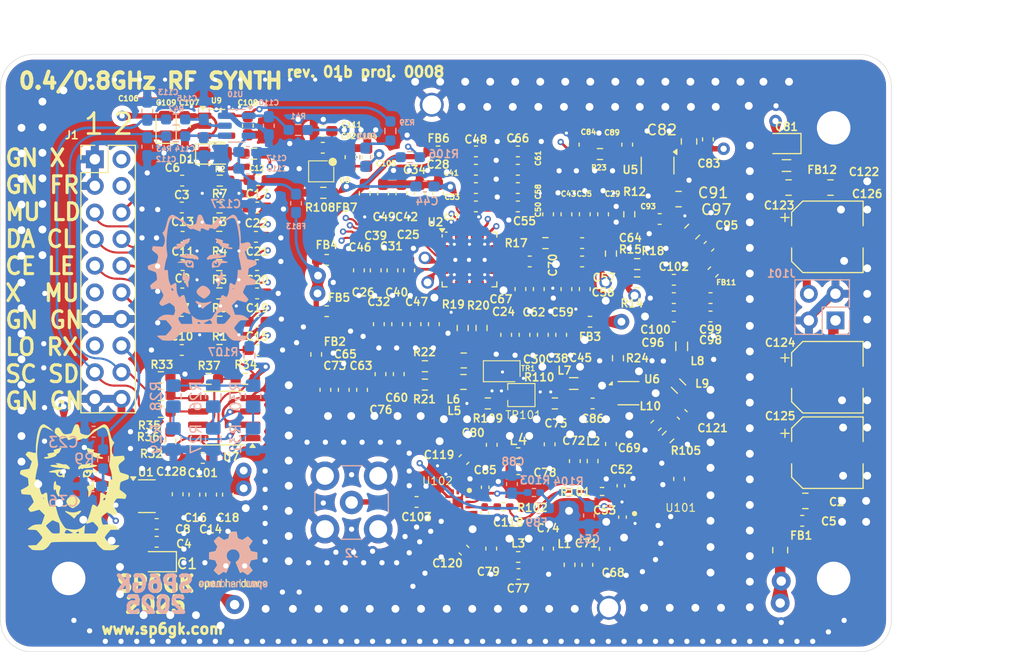
<source format=kicad_pcb>
(kicad_pcb (version 20240108) (generator "pcbnew") (generator_version "8.0")
  (layers (0 "F.Cu" signal) (1 "In1.Cu" signal) (2 "In2.Cu" signal) (31 "B.Cu" signal) (34 "B.Paste" user) (35 "F.Paste" user) (36 "B.SilkS" user "B.Silkscreen") (37 "F.SilkS" user "F.Silkscreen") (38 "B.Mask" user) (39 "F.Mask" user) (44 "Edge.Cuts" user))
  (net 0 "")
  (net 1 "/3V8")
  (net 2 "GND")
  (net 3 "Mute_RF")
  (net 4 "LD")
  (net 5 "CE")
  (net 6 "LE")
  (net 7 "MUX")
  (net 8 "DATA")
  (net 9 "Net-(U2-LD)")
  (net 10 "CLK")
  (net 11 "3V3_ADF")
  (net 12 "Net-(U2-MUXOUT)")
  (net 13 "Net-(U2-PDB_{RF})")
  (net 14 "Net-(U2-CE)")
  (net 15 "Net-(U2-LE)")
  (net 16 "Net-(U2-DATA)")
  (net 17 "Net-(U2-CLK)")
  (net 18 "Net-(U2-V_{p})")
  (net 19 "Net-(U2-AV_{DD})")
  (net 20 "Net-(U2-DV_{DD})")
  (net 21 "Net-(U2-SDV_{DD})")
  (net 22 "Net-(U2-V_{COM})")
  (net 23 "Net-(C24-Pad2)")
  (net 24 "Net-(U2-REF_{IN})")
  (net 25 "Net-(C36-Pad2)")
  (net 26 "Net-(U101-Vcc)")
  (net 27 "Net-(U101-Vctl)")
  (net 28 "Net-(U2-V_{REF})")
  (net 29 "Net-(U2-TEMP)")
  (net 30 "Net-(U2-CP_{OUT})")
  (net 31 "Net-(U101-RF1)")
  (net 32 "Net-(U101-RF2)")
  (net 33 "Net-(U2-V_{TUNE})")
  (net 34 "Net-(C60-Pad2)")
  (net 35 "Net-(C64-Pad1)")
  (net 36 "Net-(C71-Pad1)")
  (net 37 "Net-(C72-Pad1)")
  (net 38 "Net-(C120-Pad1)")
  (net 39 "LO_Buff_EN")
  (net 40 "Net-(C119-Pad1)")
  (net 41 "Net-(U6-IN)")
  (net 42 "/5V6")
  (net 43 "Net-(U6-OUT)")
  (net 44 "Net-(U5-EN)")
  (net 45 "Net-(U101-RFC)")
  (net 46 "~{RX_{EN}}")
  (net 47 "Net-(D1-A)")
  (net 48 "Net-(TR101-LO)")
  (net 49 "I2C_SDA")
  (net 50 "I2C_SCL")
  (net 51 "Net-(L5-Pad1)")
  (net 52 "Net-(L5-Pad2)")
  (net 53 "Net-(L6-Pad2)")
  (net 54 "Net-(L6-Pad1)")
  (net 55 "Net-(L8-Pad1)")
  (net 56 "Net-(U5-VOUT)")
  (net 57 "Net-(U2-R_{SET})")
  (net 58 "Net-(U2-SW)")
  (net 59 "Net-(R14-Pad2)")
  (net 60 "Net-(U2-RF_{OUT}A+)")
  (net 61 "Net-(U2-RF_{OUT}A-)")
  (net 62 "Net-(U6-EN)")
  (net 63 "Net-(U7-A2)")
  (net 64 "Net-(U7-A1)")
  (net 65 "Net-(U7-A0)")
  (net 66 "Net-(U7-WP)")
  (net 70 "Net-(U102-RFC)")
  (net 71 "Net-(C100-Pad2)")
  (net 72 "Fref_IN")
  (net 73 "Net-(J2-In)")
  (net 74 "Net-(U7-SCL)")
  (net 75 "Net-(U7-SDA)")
  (net 76 "Net-(U102-Vctl)")
  (net 78 "unconnected-(J1-Pin_2-Pad2)")
  (net 79 "V_VCTCXO")
  (net 80 "Net-(U8-VDD)")
  (net 81 "Net-(U10-VOUT)")
  (net 82 "Net-(U10-SDA)")
  (net 83 "Net-(U10-SCL)")
  (net 84 "Net-(U10-VDD)")
  (net 85 "Net-(FB10-Pad1)")
  (net 87 "VCTCXO_Out")
  (net 88 "3V3_VCTCXO")
  (net 89 "Net-(U102-RF2)")
  (net 90 "Net-(U102-RF1)")
  (net 91 "/3V3_LS")
  (net 92 "Net-(C121-Pad2)")
  (net 93 "/3V3_ATT")
  (net 95 "Net-(J101-Pin_1)")
  (net 96 "Net-(J101-Pin_4)")
  (net 97 "Net-(TR101-HI)")
  (net 98 "Net-(TR101-MI)")
  (net 99 "Net-(TR101-CO)")
  (footprint "Capacitor_SMD:C_0603_1608Metric_Pad1.08x0.95mm_HandSolder" (layer "F.Cu") (at 98.8 53.6 90)
    (property "Reference" "C39")
    (property "Value" "1n")
  )
  (footprint "Capacitor_SMD:C_0603_1608Metric_Pad1.08x0.95mm_HandSolder" (layer "F.Cu") (at 99.1 58.7375 90)
    (property "Reference" "C26")
    (property "Value" "1u")
  )
  (footprint "Capacitor_SMD:C_0603_1608Metric_Pad1.08x0.95mm_HandSolder" (layer "F.Cu") (at 83.1 75 90)
    (property "Reference" "C14")
    (property "Value" "1u")
  )
  (footprint "Resistor_SMD:R_0603_1608Metric_Pad0.98x0.95mm_HandSolder" (layer "F.Cu") (at 123.75 53)
    (property "Reference" "R18")
    (property "Value" "0/DNP")
  )
  (footprint "Capacitor_SMD:C_0603_1608Metric_Pad1.08x0.95mm_HandSolder" (layer "F.Cu") (at 130.75 58 180)
    (property "Reference" "C98")
    (property "Value" "1n")
  )
  (footprint "Capacitor_SMD:C_0603_1608Metric_Pad1.08x0.95mm_HandSolder" (layer "F.Cu") (at 112.3625 45.75)
    (property "Reference" "C58")
    (property "Value" "1n")
  )
  (footprint "Resistor_SMD:R_0603_1608Metric_Pad0.98x0.95mm_HandSolder" (layer "F.Cu") (at 103.5 64.5)
    (property "Reference" "R21")
    (property "Value" "25")
  )
  (footprint "Capacitor_SMD:C_0402_1005Metric_Pad0.74x0.62mm_HandSolder" (layer "F.Cu") (at 109.25 74.3 -90)
    (property "Reference" "C85")
    (property "Value" "10n")
  )
  (footprint "Capacitor_SMD:C_0603_1608Metric_Pad1.08x0.95mm_HandSolder" (layer "F.Cu") (at 98 42.8 -90)
    (property "Reference" "C105")
    (property "Value" "100n")
  )
  (footprint "Capacitor_SMD:C_0603_1608Metric" (layer "F.Cu") (at 121.25 70.175 -90)
    (property "Reference" "C69")
    (property "Value" "3.3p")
  )
  (footprint "Capacitor_SMD:C_0603_1608Metric_Pad1.08x0.95mm_HandSolder" (layer "F.Cu") (at 130.5 41.1 -90)
    (property "Reference" "C83")
    (property "Value" "100n")
  )
  (footprint "Capacitor_SMD:C_0402_1005Metric_Pad0.74x0.62mm_HandSolder" (layer "F.Cu") (at 122.2 74.15 -90)
    (property "Reference" "C52")
    (property "Value" "1n")
  )
  (footprint "Capacitor_SMD:C_0603_1608Metric_Pad1.08x0.95mm_HandSolder" (layer "F.Cu") (at 112.3625 44)
    (property "Reference" "C61")
    (property "Value" "10n")
  )
  (footprint "Capacitor_SMD:C_0603_1608Metric_Pad1.08x0.95mm_HandSolder" (layer "F.Cu") (at 97.2 53.6 90)
    (property "Reference" "C46")
    (property "Value" "100p")
  )
  (footprint "Capacitor_SMD:C_0603_1608Metric_Pad1.08x0.95mm_HandSolder" (layer "F.Cu") (at 101 63.5 -90)
    (property "Reference" "C60")
    (property "Value" "1u")
  )
  (footprint "Inductor_SMD:L_0805_2012Metric_Pad1.05x1.20mm_HandSolder" (layer "F.Cu") (at 117.7 64.4 180)
    (property "Reference" "L7")
    (property "Value" "27n")
  )
  (footprint "Capacitor_SMD:C_0603_1608Metric_Pad1.08x0.95mm_HandSolder" (layer "F.Cu") (at 130.6 51.3 -135)
    (property "Reference" "C95")
    (property "Value" "100n")
  )
  (footprint "Diode_SMD:D_0805_2012Metric_Pad1.15x1.40mm_HandSolder" (layer "F.Cu") (at 83.475 42.5)
    (property "Reference" "D1")
    (property "Value" "Green")
  )
  (footprint "Resistor_SMD:R_0603_1608Metric_Pad0.98x0.95mm_HandSolder" (layer "F.Cu") (at 109.5 66.3 180)
    (property "Reference" "R109")
    (property "Value" "51")
  )
  (footprint "Resistor_SMD:R_0603_1608Metric_Pad0.98x0.95mm_HandSolder" (layer "F.Cu") (at 79.2 69.9 90)
    (property "Reference" "R32")
    (property "Value" "3.3k")
  )
  (footprint "Inductor_SMD:L_0603_1608Metric_Pad1.05x0.95mm_HandSolder" (layer "F.Cu") (at 97.75 46.25 -90)
    (property "Reference" "FB7")
    (property "Value" "BLM18AG102SN1D")
  )
  (footprint "Resistor_SMD:R_0603_1608Metric_Pad0.98x0.95mm_HandSolder" (layer "F.Cu") (at 115 51 180)
    (property "Reference" "R17")
    (property "Value" "680")
  )
  (footprint "Resistor_SMD:R_0603_1608Metric_Pad0.98x0.95mm_HandSolder" (layer "F.Cu") (at 107.1 59.1 -90)
    (property "Reference" "R19")
    (property "Value" "0")
  )
  (footprint "Resistor_SMD:R_0603_1608Metric_Pad0.98x0.95mm_HandSolder" (layer "F.Cu") (at 115.9 66.3)
    (property "Reference" "R110")
    (property "Value" "51")
  )
  (footprint "Capacitor_SMD:C_0603_1608Metric" (layer "F.Cu") (at 119 81.7 90)
    (property "Reference" "C71")
    (property "Value" "1p")
  )
  (footprint "Resistor_SMD:R_0603_1608Metric_Pad0.98x0.95mm_HandSolder" (layer "F.Cu") (at 83.8875 58.5)
    (property "Reference" "R6")
    (property "Value" "1k/DNC")
  )
  (footprint "Capacitor_SMD:C_0603_1608Metric" (layer "F.Cu") (at 115.4 70.2 -90)
    (property "Reference" "C75")
    (property "Value" "6.2p")
  )
  (footprint "Capacitor_SMD:C_0603_1608Metric_Pad1.08x0.95mm_HandSolder" (layer "F.Cu") (at 111.25 59.75 90)
    (property "Reference" "C24")
    (property "Value" "1u")
  )
  (footprint "Capacitor_SMD:CP_Elec_6.3x5.8" (layer "F.Cu") (at 141.9 71)
    (property "Reference" "C125")
    (property "Value" "100u")
  )
  (footprint "Resistor_SMD:R_0603_1608Metric_Pad0.98x0.95mm_HandSolder" (layer "F.Cu") (at 121.9197 61.9803 -90)
    (property "Reference" "R24")
    (property "Value" "2.2k")
  )
  (footprint "Resistor_SMD:R_0603_1608Metric_Pad0.98x0.95mm_HandSolder" (layer "F.Cu") (at 123 48.25 90)
    (property "Reference" "R12")
    (property "Value" "5.1k")
  )
  (footprint "Capacitor_SMD:C_0805_2012Metric_Pad1.18x1.45mm_HandSolder" (layer "F.Cu") (at 128.7 41.3 -90)
    (property "Reference" "C82")
    (property "Value" "1u")
  )
  (footprint "Inductor_SMD:L_0603_1608Metric" (layer "F.Cu") (at 117.3 81.7 -90)
    (property "Reference" "L1")
    (property "Value" "20n")
  )
  (footprint "Capacitor_SMD:C_0805_2012Metric_Pad1.18x1.45mm_HandSolder" (layer "F.Cu") (at 127.7 46.8 180)
    (property "Reference" "C91")
    (property "Value" "1u")
  )
  (footprint "Inductor_SMD:L_0805_2012Metric_Pad1.05x1.20mm_HandSolder" (layer "F.Cu") (at 128 60.85 90)
    (property "Reference" "L8")
    (property "Value" "1u")
  )
  (footprint "Capacitor_SMD:C_0603_1608Metric_Pad1.08x0.95mm_HandSolder" (layer "F.Cu") (at 117 55.3875 90)
    (property "Reference" "C59")
    (property "Value" "1n")
  )
  (footprint "Capacitor_SMD:C_0603_1608Metric_Pad1.08x0.95mm_HandSolder" (layer "F.Cu") (at 108.3625 45.75 180)
    (property "Reference" "C33")
    (property "Value" "100n")
  )
  (footprint "Capacitor_SMD:C_0603_1608Metric_Pad1.08x0.95mm_HandSolder" (layer "F.Cu") (at 80.3375 45.0375)
    (property "Reference" "C6")
    (property "Value" "100p")
  )
  (footprint "Capacitor_SMD:C_0603_1608Metric_Pad1.08x0.95mm_HandSolder" (layer "F.Cu") (at 93.75 40.3)
    (property "Reference" "C111")
    (property "Value" "100n")
  )
  (footprint "Capacitor_SMD:C_0603_1608Metric_Pad1.08x0.95mm_HandSolder" (layer "F.Cu") (at 108.3625 42.25 180)
    (property "Reference" "C48")
    (property "Value" "100p")
  )
  (footprint "Capacitor_SMD:C_0603_1608Metric_Pad1.08x0.95mm_HandSolder" (layer "F.Cu") (at 102.7 75.7 180)
    (property "Reference" "C103")
    (property "Value" "1n")
  )
  (footprint "Capacitor_SMD:C_0603_1608Metric_Pad1.08x0.95mm_HandSolder" (layer "F.Cu") (at 118.75 55.3875 90)
    (property "Reference" "C56")
    (property "Value" "100p")
  )
  (footprint "Capacitor_SMD:C_0805_2012Metric_Pad1.18x1.45mm_HandSolder" (layer "F.Cu") (at 138.2 45.7)
    (property "Reference" "C123")
    (property "Value" "100n")
  )
  (footprint "RF_baluns_custom_footprints:ATB2012" (layer "F.Cu") (at 110.824999 63.224999 180)
    (property "Reference" "TR1")
    (property "Value" "ATB2012")
  )
  (footprint "Capacitor_SMD:C_0603_1608Metric_Pad1.08x0.95mm_HandSolder" (layer "F.Cu") (at 80.3 47.6)
    (property "Reference" "C3")
    (property "Value" "100p")
  )
  (footprint "Capacitor_SMD:C_0603_1608Metric_Pad1.08x0.95mm_HandSolder" (layer "F.Cu") (at 118.5 52.75)
    (property "Reference" "C57")
    (property "Value" "2.7n")
  )
  (footprint "Capacitor_SMD:C_0603_1608Metric_Pad1.08x0.95mm_HandSolder" (layer "F.Cu") (at 79.9 74.9625 90)
    (property "Reference" "C128")
    (property "Value" "1u")
  )
  (footprint "Capacitor_SMD:C_0603_1608Metric_Pad1.08x0.95mm_HandSolder" (layer "F.Cu") (at 87.5 61.2 180)
    (property "Reference" "C15")
    (property "Value" "100p")
  )
  (footprint "Inductor_SMD:L_0603_1608Metric" (layer "F.Cu") (at 112.4 71.05 180)
    (property "Reference" "L4")
    (property "Value" "10n")
  )
  (footprint "Capacitor_SMD:C_0603_1608Metric_Pad1.08x0.95mm_HandSolder" (layer "F.Cu") (at 112.3625 47.5)
    (property "Reference" "C55")
    (property "Value" "100p")
  )
  (footprint "Capacitor_SMD:C_0603_1608Metric" (layer "F.Cu") (at 117.8 71.8 90)
    (property "Reference" "C72")
    (property "Value" "1p")
  )
  (footprint "LED_SMD:LED_0805_2012Metric" (layer "F.Cu") (at 78.1 81.4 180)
    (property "Reference" "C1")
    (property "Value" "10u")
  )
  (footprint "Resistor_SMD:R_0603_1608Metric_Pad0.98x0.95mm_HandSolder" (layer "F.Cu") (at 126.7 69.5 -135)
    (property "Reference" "R105")
    (property "Value" "1k")
  )
  (footprint "Resistor_SMD:R_0603_1608Metric_Pad0.98x0.95mm_HandSolder" (layer "F.Cu") (at 83.925 45.0375)
    (property "Reference" "R2")
    (property "Value" "1k")
  )
  (footprint "Resistor_SMD:R_0603_1608Metric_Pad0.98x0.95mm_HandSolder" (layer "F.Cu") (at 103.5 62.75)
    (property "Reference" "R22")
    (property "Value" "25")
  )
  (footprint "Inductor_SMD:L_0603_1608Metric_Pad1.05x0.95mm_HandSolder" (layer "F.Cu") (at 131 53.75 45)
    (property "Reference" "FB11")
    (property "Value" "BLM18AG102SN1D")
  )
  (footprint "Package_TO_SOT_SMD:SOT-23-5" (layer "F.Cu") (at 83.6 39.8)
    (property "Reference" "U9")
    (property "Value" "NCP163ASN330T1G")
  )
  (footprint "Capacitor_SMD:C_0603_1608Metric_Pad1.08x0.95mm_HandSolder" (layer "F.Cu") (at 87.475 53.1 180)
    (property "Reference" "C21")
    (property "Value" "100p")
  )
  (footprint "Capacitor_SMD:C_0603_1608Metric_Pad1.08x0.95mm_HandSolder" (layer "F.Cu") (at 104.75 46.25 -90)
    (property "Reference" "C28")
    (property "Value" "1u")
  )
  (footprint "Capacitor_SMD:C_0603_1608Metric_Pad1.08x0.95mm_HandSolder" (layer "F.Cu") (at 99.26 63.5 -90)
    (property "Reference" "C76")
    (property "Value" "100p")
  )
  (footprint "Capacitor_SMD:C_0603_1608Metric_Pad1.08x0.95mm_HandSolder" (layer "F.Cu") (at 113 59.75 90)
    (property "Reference" "C30")
    (property "Value" "100n")
  )
  (footprint "Capacitor_SMD:C_0805_2012Metric_Pad1.18x1.45mm_HandSolder" (layer "F.Cu") (at 129 49.9 -135)
    (property "Reference" "C97")
    (property "Value" "1u")
  )
  (footprint "Capacitor_SMD:C_0603_1608Metric_Pad1.08x0.95mm_HandSolder" (layer "F.Cu") (at 118.5 51 180)
    (property "Reference" "C64")
    (property "Value" "39n")
  )
  (footprint "Capacitor_SMD:C_0603_1608Metric_Pad1.08x0.95mm_HandSolder" (layer "F.Cu") (at 120.5 48.25 -90)
    (property "Reference" "C29")
    (property "Value" "100n")
  )
  (footprint "Capacitor_SMD:C_0603_1608Metric_Pad1.08x0.95mm_HandSolder" (layer "F.Cu") (at 104.35 58.7375 90)
    (property "Reference" "C47")
    (property "Value" "100p")
  )
  (footprint "Capacitor_SMD:C_0603_1608Metric_Pad1.08x0.95mm_HandSolder" (layer "F.Cu") (at 112.3625 42.25)
    (property "Reference" "C66")
    (property "Value" "100n")
  )
  (footprint "Resistor_SMD:R_0603_1608Metric_Pad0.98x0.95mm_HandSolder" (layer "F.Cu") (at 123.75 54.75)
    (property "Reference" "R14")
    (property "Value" "0/DNP")
  )
  (footprint "Capacitor_SMD:C_0603_1608Metric_Pad1.08x0.95mm_HandSolder" (layer "F.Cu") (at 127.25 54.5)
    (property "Reference" "C102")
    (property "Value" "1u")
  )
  (footprint "Capacitor_SMD:C_0402_1005Metric_Pad0.74x0.62mm_HandSolder" (layer "F.Cu") (at 109.2 76.75 90)
    (property "Reference" "C118")
    (property "Value" "1n")
  )
  (footprint "RF_otherConditioning_footprints:TPX252690MT-7029A" (layer "F.Cu") (at 112.7 65.5)
    (property "Reference" "TR101")
    (property "Value" "TPX252690MT-7029A1")
  )
  (footprint "Resistor_SMD:R_0603_1608Metric_Pad0.98x0.95mm_HandSolder" (layer "F.Cu") (at 82.85 63.95 180)
    (property "Reference" "R37")
    (property "Value" "0")
  )
  (footprint "Inductor_SMD:L_0603_1608Metric_Pad1.05x0.95mm_HandSolder" (layer "F.Cu") (at 94.125 52.6)
    (property "Reference" "FB4")
    (property "Value" "BLM18AG102SN1D")
  )
  (footprint "Capacitor_SMD:C_0603_1608Metric_Pad1.08x0.95mm_HandSolder" (layer "F.Cu") (at 102.6 58.7375 90)
    (property "Reference" "C40")
    (property "Value" "1n")
  )
  (footprint "Capacitor_SMD:C_0603_1608Metric_Pad1.08x0.95mm_HandSolder" (layer "F.Cu") (at 108.3625 47.5 180)
    (property "Reference" "C27")
    (property "Value" "1u")
  )
  (footprint "Capacitor_SMD:C_0603_1608Metric_Pad1.08x0.95mm_HandSolder" (layer "F.Cu") (at 80.2875 58.5)
    (property "Reference" "C7")
    (property "Value" "100p")
  )
  (footprint "Capacitor_SMD:C_0603_1608Metric_Pad1.08x0.95mm_HandSolder" (layer "F.Cu") (at 77 38.3375 -90)
    (property "Reference" "C106")
    (property "Value" "1u")
  )
  (footprint "Inductor_SMD:L_0603_1608Metric_Pad1.05x0.95mm_HandSolder" (layer "F.Cu") (at 93.125 61.625 -90)
    (property "Reference" "FB2")
    (property "Value" "BLM18AG102SN1D")
  )
  (footprint "Capacitor_SMD:C_0603_1608Metric_Pad1.08x0.95mm_HandSolder" (layer "F.Cu") (at 125.9 48.7)
    (property "Reference" "C93")
    (property "Value" "100n")
  )
  (footprint "Resistor_SMD:R_0603_1608Metric_Pad0.98x0.95mm_HandSolder" (layer "F.Cu") (at 121.25 52 -90)
    (property "Reference" "R15")
    (property "Value" "360")
  )
  (footprint "Capacitor_SMD:C_0603_1608Metric_Pad1.08x0.95mm_HandSolder" (layer "F.Cu") (at 99.5 46.25 -90)
    (property "Reference" "C49")
    (property "Value" "100p")
  )
  (footprint "Resistor_SMD:R_0603_1608Metric_Pad0.98x0.95mm_HandSolder" (layer "F.Cu") (at 108.9 59.1 -90)
    (property "Reference" "R20")
    (property "Value" "0")
  )
  (footprint "Capacitor_SMD:C_0805_2012Metric_Pad1.18x1.45mm_HandSolder" (layer "F.Cu") (at 142.2 45.7 180)
    (property "Reference" "C122")
    (property "Value" "1u")
  )
  (footprint "Capacitor_SMD:C_0603_1608Metric_Pad1.08x0.95mm_HandSolder" (layer "F.Cu") (at 93.75 41.9)
    (property "Reference" "C92")
    (property "Value" "1u")
  )
  (footprint "Capacitor_SMD:C_0603_1608Metric_Pad1.08x0.95mm_HandSolder" (layer "F.Cu") (at 127.25 56.25)
    (property "Reference" "C100")
    (property "Value" "100n")
  )
  (footprint "Capacitor_SMD:C_0603_1608Metric" (layer "F.Cu") (at 115.25 80.15 -90)
    (property "Reference" "C74")
    (property "Value" "11p")
  )
  (footprint "Capacitor_SMD:C_0603_1608Metric_Pad1.08x0.95mm_HandSolder" (layer "F.Cu") (at 94 65 90)
    (property "Reference" "C73")
    (property "Value" "1n")
  )
  (footprint "Capacitor_SMD:C_0603_1608Metric_Pad1.08x0.95mm_HandSolder" (layer "F.Cu") (at 80.375 53.1)
    (property "Reference" "C11")
    (property "Value" "100p")
  )
  (footprint "Capacitor_SMD:C_0603_1608Metric_Pad1.08x0.95mm_HandSolder" (layer "F.Cu") (at 77.9 77.8 180)
    (property "Reference" "C8")
    (property "Value" "100n")
  )
  (footprint "Resistor_SMD:R_0603_1608Metric_Pad0.98x0.95mm_HandSolder" (layer "F.Cu") (at 83.8875 55.8)
    (property "Reference" "R5")
    (property "Value" "1k")
  )
  (footprint "Symbol:OSHW-Logo2_7.3x6mm_SilkScreen" (layer "F.Cu") (at 85.2 81.3)
    (property "Reference" "REF**" (hide yes))
    (property "Value" "OSHW-Logo2_7.3x6mm_SilkScreen" (hide yes))
  )
  (footprint "Capacitor_SMD:C_0603_1608Metric_Pad1.08x0.95mm_HandSolder" (layer "F.Cu") (at 117.7 41.6 -90)
    (property "Reference" "C84")
    (property "Value" "100p")
  )
  (footprint "Capacitor_SMD:C_0603_1608Metric_Pad1.08x0.95mm_HandSolder" (layer "F.Cu") (at 117 48.25 -90)
    (property "Reference" "C43")
    (property "Value" "1n")
  )
  (footprint "Capacitor_SMD:C_0603_1608Metric_Pad1.08x0.95mm_HandSolder" (layer "F.Cu") (at 84.7 75 90)
    (property "Reference" "C18")
    (property "Value" "100n")
  )
  (footprint "Capacitor_SMD:C_0603_1608Metric" (layer "F.Cu") (at 120.6375 80.175 -90)
    (property "Reference" "C68")
    (property "Value" "6.8p")
  )
  (footprint "Capacitor_SMD:C_0603_1608Metric_Pad1.08x0.95mm_HandSolder" (layer "F.Cu") (at 80.3 61.2)
    (property "Reference" "C10")
    (property "Value" "100p")
  )
  (footprint "Package_DFN_QFN:DFN-6-1EP_2x2mm_P0.5mm_EP0.6x1.37mm" (layer "F.Cu") (at 122.9197 65.3203)
    (property "Reference" "U6")
    (property "Value" "GRF2105")
  )
  (footprint "Capacitor_SMD:C_0603_1608Metric_Pad1.08x0.95mm_HandSolder" (layer "F.Cu") (at 139.5 77.5 180)
    (property "Reference" "C5")
    (property "Value" "100n")
  )
  (footprint "Resistor_SMD:R_0603_1608Metric_Pad0.98x0.95mm_HandSolder" (layer "F.Cu") (at 86.35 63.95 180)
    (property "Reference" "R34")
    (property "Value" "DNP")
  )
  (footprint "Capacitor_SMD:C_0603_1608Metric" (layer "F.Cu") (at 112.4125 72.575)
    (property "Reference" "C78")
    (property "Value" "1.2p")
  )
  (footprint "Resistor_SMD:R_0603_1608Metric_Pad0.98x0.95mm_HandSolder" (layer "F.Cu") (at 87.195 42.465 180)
    (property "Reference" "R16" (hide yes))
    (property "Value" "Rx")
  )
  (footprint "Capacitor_SMD:C_0603_1608Metric" (layer "F.Cu") (at 112.425 82.575)
    (property "Reference" "C77")
    (property "Value" "2p")
  )
  (footprint "Capacitor_SMD:C_0603_1608Metric_Pad1.08x0.95mm_HandSolder" (layer "F.Cu") (at 115.25 48.25 -90)
    (property "Reference" "C50")
    (property "Value" "100p")
  )
  (footprint "Resistor_SMD:R_0603_1608Metric_Pad0.98x0.95mm_HandSolder" (layer "F.Cu") (at 120.2 42.5)
    (property "Reference" "R23")
    (property "Value" "1k")
  )
  (footprint "Resistor_SMD:R_0603_1608Metric_Pad0.98x0.95mm_HandSolder" (layer "F.Cu") (at 78.3125 67.1 180)
    (property "Reference" "R36")
    (property "Value" "100")
  )
  (footprint "Capacitor_SMD:C_0603_1608Metric_Pad1.08x0.95mm_HandSolder" (layer "F.Cu") (at 128.05 67.35 135)
    (property "Reference" "C121")
    (property "Value" "1n")
  )
  (footprint "Capacitor_SMD:C_0603_1608Metric_Pad1.08x0.95mm_HandSolder" (layer "F.Cu") (at 102 53.6 90)
    (property "Reference" "C25")
    (property "Value" "1u")
  )
  (footprint "Resistor_SMD:R_0402_1005Metric_Pad0.72x0.64mm_HandSolder" (layer "F.Cu") (at 120.4025 74.7)
    (property "Reference" "R101")
    (property "Value" "1k")
  )
  (footprint "Inductor_SMD:L_0805_2012Metric_Pad1.15x1.40mm_HandSolder" (layer "F.Cu") (at 107.175 64.25)
    (property "Reference" "L5")
    (property "Value" "100n")
  )
  (footprint "Capacitor_SMD:C_0603_1608Metric_Pad1.08x0.95mm_HandSolder" (layer "F.Cu") (at 118.75 48.25 -90)
    (property "Reference" "C35")
    (property "Value" "10n")
  )
  (footprint "Capacitor_SMD:C_0603_1608Metric_Pad1.08x0.95mm_HandSolder" (layer "F.Cu") (at 95.75 65 90)
    (property "Reference" "C65")
    (property "Value" "10n")
  )
  (footprint "Capacitor_SMD:C_0603_1608Metric_Pad1.08x0.95mm_HandSolder" (layer "F.Cu") (at 107.225 80.3 135)
    (property "Reference" "C120")
    (property "Value" "1n")
  )
  (footprint "Inductor_SMD:L_0603_1608Metric_Pad1.05x0.95mm_HandSolder" (layer "F.Cu") (at 125.55 68.4 45)
    (property "Reference" "L10")
    (property "Value" "100n")
  )
  (footprint "Custom_RF_Shielding_footprints:MS4830-10" (layer "F.Cu") (at 112.6 61.8 -90)
    (property "Reference" "J3" (hide yes))
    (property "Value" "MS483-10" (hide yes))
  )
  (footprint "Capacitor_SMD:C_0603_1608Metric_Pad1.08x0.95mm_HandSolder" (layer "F.Cu") (at 127.25 58)
    (property "Reference" "C96")
    (property "Value" "100p")
  )
  (footprint "Resistor_SMD:R_0603_1608Metric_Pad0.98x0.95mm_HandSolder" (layer "F.Cu") (at 83.9 61.2)
    (property "Reference" "R1")
    (property "Value" "1k")
  )
  (footprint "Capacitor_SMD:C_0805_2012Metric_Pad1.18x1.45mm_HandSolder" (layer "F.Cu") (at 139.8 75.6 180)
    (property "Reference" "C2")
    (property "Value" "1u")
  )
  (footprint "Capacitor_SMD:C_0603_1608Metric" (layer "F.Cu") (at 109.875 70.25 -90)
    (property "Reference" "C80")
    (property "Value" "3.3p")
  )
  (footprint "Capacitor_SMD:C_0603_1608Metric_Pad1.08x0.95mm_HandSolder" (layer "F.Cu") (at 81.5 75 90)
    (property "Reference" "C16")
    (property "Value" "1u")
  )
  (footprint "Resistor_SMD:R_0402_1005Metric_Pad0.72x0.64mm_HandSolder" (layer "F.Cu") (at 111 76.15 180)
    (property "Reference" "R102")
    (property "Value" "1k")
  )
  (footprint "Capacitor_SMD:C_0603_1608Metric_Pad1.08x0.95mm_HandSolder" (layer "F.Cu") (at 130.75 56.25 180)
    (property "Reference" "C99")
    (property "Value" "10n")
  )
  (footprint "RF_Switches_footprints:F2976" (layer "F.Cu") (at 106.6375 75.7 -90)
    (property "Reference" "U102")
    (property "Value" "F2976")
  )
  (footprint "Capacitor_SMD:C_0603_1608Metric_Pad1.08x0.95mm_HandSolder" (layer "F.Cu") (at 116.5 59.75 90)
    (property "Reference" "C45")
    (property "Value" "100p")
  )
  (footprint "Package_TO_SOT_SMD:SOT-23-5" (layer "F.Cu") (at 125.7 43.6 -90)
    (property "Reference" "U5")
    (property "Value" "NCP163ASN500T1G")
  )
  (footprint "Resistor_SMD:R_0603_1608Metric_Pad0.98x0.95mm_HandSolder" (layer "F.Cu") (at 83.875 50.4)
    (property "Reference" "R3")
    (property "Value" "1k")
  )
  (footprint "Capacitor_SMD:C_0603_1608Metric_Pad1.08x0.95mm_HandSolder" (layer "F.Cu") (at 87.375 50.4 180)
    (property "Reference" "C22")
    (property "Value" "100p")
  )
  (footprint "RF_Switches_footprints:F2976" (layer "F.Cu") (at 124.6 75.7125 90)
    (property "Reference" "U101")
    (property "Value" "F2976")
  )
  (footprint "Capacitor_SMD:C_0603_1608Metric_Pad1.08x0.95mm_HandSolder" (layer "F.Cu") (at 122.8 41.6 -90)
    (property "Reference" "C89")
    (property "Value" "100p")
  )
  (footprint "Resistor_SMD:R_0603_1608Metric_Pad0.98x0.95mm_HandSolder" (layer "F.Cu") (at 78.3 63.8)
    (property "Reference" "R33")
    (property "Value" "3.3k")
  )
  (footprint "Capacitor_SMD:C_0603_1608Metric_Pad1.08x0.95mm_HandSolder" (layer "F.Cu") (at 87.5875 44.9875 180)
    (property "Reference" "C12")
    (property "Value" "100p")
  )
  (footprint "Capacitor_SMD:CP_Elec_6.3x5.8" (layer "F.Cu") (at 141.9 50.4)
    (property "Reference" "C126")
    (property "Value" "100u")
  )
  (footprint "Inductor_SMD:L_0603_1608Metric_Pad1.05x0.95mm_HandSolder" (layer "F.Cu") (at 119.25 58.5 180)
    (property "Reference" "FB3")
    (property "Value" "BLM18AG102SN1D")
  )
  (footprint "Inductor_SMD:L_0805_2012Metric_Pad1.05x1.20mm_HandSolder" (layer "F.Cu") (at 127.7 64.65 135)
    (property "Reference" "L9")
    (property "Value" "100n")
  )
  (footprint "Capacitor_SMD:C_0603_1608Metric_Pad1.08x0.95mm_HandSolder" (layer "F.Cu") (at 80.35 55.8)
    (property "Reference" "C9")
    (property "Value" "100p")
  )
  (footprint "Resistor_SMD:R_0603_1608Metric_Pad0.98x0.95mm_HandSolder" (layer "F.Cu") (at 78.3 65.5 180)
    (property "Reference" "R35")
    (property "Value" "100")
  )
  (footprint "Inductor_SMD:L_0805_2012Metric_Pad1.15x1.40mm_HandSolder" (layer "F.Cu") (at 137.4 80.3 90)
    (property "Reference" "FB1")
    (property "Value" "BLM18AG102SN1D")
  )
  (footprint "LED_SMD:LED_0805_2012Metric" (layer "F.Cu") (at 78.8 39.8 90)
    (property "Reference" "C109")
    (property "Value" "10u")
  )
  (footprint "Capacitor_SMD:C_0603_1608Metric_Pad1.08x0.95mm_HandSolder" (layer "F.Cu") (at 127.75 73.5 -90)
    (property "Reference" "C94" (hide yes))
    (property "Value" "1n")
  )
  (footprint "Inductor_SMD:L_0603_1608Metric_Pad1.05x0.95mm_HandSolder" (layer "F.Cu") (at 94.125 57.5)
    (property "Reference" "FB5")
    (property "Value" "BLM18AG102SN1D")
  )
  (footprint "Inductor_SMD:L_0603_1608Metric" (layer "F.Cu") (at 112.4 80.95 180)
    (property "Reference" "L3")
    (property "Value" "16n")
  )
  (footprint "Capacitor_SMD:C_0603_1608Metric_Pad1.08x0.95mm_HandSolder" (layer "F.Cu") (at 82.3 71.5 180)
    (property "Reference" "C101")
    (property "Value" "100n")
  )
  (footprint "Capacitor_SMD:CP_Elec_6.3x5.8" (layer "F.Cu") (at 141.9 63.8)
    (property "Reference" "C124")
    (property "Value" "100u")
  )
  (footprint "Inductor_SMD:L_0805_2012Metric_Pad1.05x1.20mm_HandSolder" (layer "F.Cu") (at 138 43.6 180)
    (property "Reference" "FB12")
    (property "Value" "BLM18AG102SN1D")
  )
  (footprint "Capacitor_SMD:C_0603_1608Metric_Pad1.08x0.95mm_HandSolder" (layer "F.Cu") (at 86.6 39.8 90)
    (property "Reference" "C108")
    (property "Value" "1u")
  )
  (footprint "Capacitor_SMD:C_0603_1608Metric_Pad1.08x0.95mm_HandSolder" (layer "F.Cu") (at 107.225 71.65 -135)
    (property "Reference" "C119")
    (property "Value" "1n")
  )
  (footprint "Inductor_SMD:L_0603_1608Metric_Pad1.05x0.95mm_HandSolder" (layer "F.Cu") (at 104.75 42.25)
    (property "Reference" "FB6")
    (property "Value" "BLM18AG102SN1D")
  )
  (footprint "Capacitor_SMD:C_0603_1608Metric_Pad1.08x0.95mm_HandSolder" (layer "F.Cu") (at 87.4875 58.5 180)
    (property "Reference" "C19")
    (property "Value" "100p")
  )
  (footprint "Abracom_AVTX14:AbracomAVTX_14" (layer "F.Cu") (at 93.6 44.15 180)
    (property "Reference" "U8")
    (property "Value" "AVTX-14-E-48.000MHZ")
  )
  (footprint "Capacitor_SMD:C_0603_1608Metric_Pad1.08x0.95mm_HandSolder" (layer "F.Cu") (at 112.6125 55.3875 90)
    (property "Reference" "C67")
    (property "Value" "100n")
  )
  (footprint "Package_TO_SOT_SMD:SOT-23-5" (layer "F.Cu") (at 76.9625 75.15)
    (property "Reference" "U1")
    (property "Value" "NCP163ASN330T1G")
  )
  (footprint "Resistor_SMD:R_0603_1608Metric_Pad0.98x0.95mm_HandSolder" (layer "F.Cu") (at 83.875 53.1)
    (property "Reference" "R4")
    (property "Value" "1k")
  )
  (footprint "Capacitor_SMD:C_0603_1608Metric_Pad1.08x0.95mm_HandSolder" (layer "F.Cu") (at 77.9 79.5 180)
    (property "Reference" "C4")
    (property "Value" "1u")
  )
  (footprint "Capacitor_SMD:C_0603_1608Metric_Pad1.08x0.95mm_HandSolder" (layer "F.Cu") (at 80.375 50.4)
    (property "Reference" "C13")
    (property "Value" "100p")
  )
  (footprint "Package_CSP:LFCSP-32-1EP_5x5mm_P0.5mm_EP3.5x3.5mm_ThermalVias" (layer "F.Cu") (at 107.75 52.5625)
    (property "Reference" "U2")
    (property "Value" "ADF4351")
  )
  (footprint "Capacitor_SMD:C_0603_1608Metric_Pad1.08x0.95mm_HandSolder" (layer "F.Cu") (at 97.5 65 90)
    (property "Reference" "C63")
    (property "Value" "100n")
  )
  (footprint "Resistor_SMD:R_0603_1608Metric_Pad0.98x0.95mm_HandSolder" (layer "F.Cu") (at 83.9 47.6)
    (property "Reference" "R7")
    (property "Value" "1k")
  )
  (footprint "Package_SO:SOIC-8_3.9x4.9mm_P1.27mm" (layer "F.Cu") (at 84.35 67.7 180)
    (property "Reference" "U7")
    (property "Value" "24LC64")
  )
  (footprint "Capacitor_SMD:C_0603_1608Metric_Pad1.08x0.95mm_HandSolder" (layer "F.Cu") (at 101.25 46.25 -90)
    (property "Reference" "C42")
    (property "Value" "1n")
  )
  (footprint "Capacitor_SMD:C_0603_1608Metric_Pad1.08x0.95mm_HandSolder" (layer "F.Cu") (at 87.4875 55.8 180)
    (property "Reference" "C20")
    (property "Value" "100p")
  )
  (footprint "Capacitor_SMD:C_0603_1608Metric_Pad1.08x0.95mm_HandSolder" (layer "F.Cu") (at 100.4 53.6 90)
    (property "Reference" "C31")
    (property "Value" "100n")
  )
  (footprint "Capacitor_SMD:C_0603_1608Metric" (layer "F.Cu") (at 109.825 80.15 -90)
    (property "Reference" "C79")
    (property "Value" "5.6p")
  )
  (footprint "Capacitor_SMD:C_0402_1005Metric_Pad0.74x0.62mm_HandSolder" (layer "F.Cu") (at 122.35 77.15 90)
    (property "Reference" "C53")
    (property "Value" "10n")
  )
  (footprint "LED_SMD:LED_0805_2012Metric" (layer "F.Cu") (at 137.7 41.5 180)
    (property "Reference" "C81")
    (property "Value" "10u")
  )
  (footprint "Capacitor_SMD:C_0603_1608Metric_Pad1.08x0.95mm_HandSolder" (layer "F.Cu") (at 119.5 66.3)
    (property "Reference" "C86")
    (property "Value" "1n")
  )
  (footprint "Capacitor_SMD:C_0603_1608Metric_Pad1.08x0.95mm_HandSolder" (layer "F.Cu") (at 113.5 52.75 180)
    (property "Reference" "C70")
    (property "Value" "1.2n")
  )
  (footprint "Capacitor_SMD:C_0603_1608Metric_Pad1.08x0.95mm_HandSolder" (layer "F.Cu") (at 87.5 47.6 180)
    (property "Reference" "C17")
    (property "Value" "100p")
  )
  (footprint "Inductor_SMD:L_0603_1608Metric" (layer "F.Cu") (at 119.5 71.8 -90)
    (property "Reference" "L2")
    (property "Value" "12n")
  )
  (footprint "Capacitor_SMD:C_0603_1608Metric_Pad1.08x0.95mm_HandSolder" (layer "F.Cu") (at 114.3625 55.3875 90)
    (property "Reference" "C62")
    (property "Value" "10n")
  )
  (footprint "logo_small" (layer "F.Cu") (at 69.9 74.3)
    (property "Reference" "G***" (hide yes))
    (property "Value" "LOGO" (hide yes))
  )
  (footprint "Capacitor_SMD:C_0603_1608Metric_Pad1.08x0.95mm_HandSolder" (layer "F.Cu") (at 108.3625 44 180)
    (property "Reference" "C41")
    (property "Value" "1n")
  )
  (footprint "Capacitor_SMD:C_0603_1608Metric_Pad1.08x0.95mm_HandSolder" (layer "F.Cu") (at 96.4 42.8 -90)
    (property "Reference" "C104")
    (property "Value" "1u")
  )
  (footprint "Resistor_SMD:R_0603_1608Metric_Pad0.98x0.95mm_HandSolder" (layer "F.Cu") (at 93.8 46.2 180)
    (property "Reference" "R108")
    (property "Value" "100k")
  )
  (footprint "Inductor_SMD:L_0805_2012Metric_Pad1.15x1.40mm_HandSolder" (layer "F.Cu") (at 107.2 62.2)
    (property "Reference" "L6")
    (property "Value" "100n")
  )
  (footprint "Capacitor_SMD:C_0603_1608Metric_Pad1.08x0.95mm_HandSolder" (layer "F.Cu") (at 103 46.25 -90)
    (property "Reference" "C34")
    (property "Value" "100n")
  )
  (footprint "Capacitor_SMD:C_0603_1608Metric_Pad1.08x0.95mm_HandSolder" (layer "F.Cu") (at 114.75 59.75 90)
    (property "Reference" "C38")
    (property "Value" "1n")
  )
  (footprint "Capacitor_SMD:C_0603_1608Metric_Pad1.08x0.95mm_HandSolder" (layer "F.Cu") (at 100.85 58.7375 90)
    (property "Reference" "C32")
    (property "Value" "100n")
  )
  (footprint "Capacitor_SMD:C_0603_1608Metric_Pad1.08x0.95mm_HandSolder" (layer "F.Cu") (at 80.6 39.8 90)
    (property "Reference" "C107")
    (property "Value" "100n")
  )
  (footprint "Connector_PinHeader_2.54mm:PinHeader_2x10_P2.54mm_Vertical" (layer "F.Cu") (at 72 43)
    (property "Reference" "J1")
    (property "Value" "Conn_02x10_Odd_Even")
  )
  (footprint "Resistor_SMD:R_0805_2012Metric_Pad1.20x1.40mm_HandSolder" (layer "B.Cu") (at 87.1 69.6875 -90)
    (property "Reference" "R31")
    (property "Value" "0")
  )
  (footprint "Capacitor_SMD:C_0603_1608Metric_Pad1.08x0.95mm_HandSolder" (layer "B.Cu") (at 88.6 39.8 90)
    (property "Reference" "C110")
    (property "Value" "10n")
  )
  (footprint "Resistor_SMD:R_0603_1608Metric_Pad0.98x0.95mm_HandSolder" (layer "B.Cu") (at 91.4 40.2)
    (property "Reference" "R41")
    (property "Value" "1k")
  )
  (footprint "Resistor_SMD:R_0805_2012Metric_Pad1.20x1.40mm_HandSolder" (layer "B.Cu") (at 83.3 69.6875 -90)
    (property "Reference" "R27")
    (property "Value" "0")
  )
  (footprint "Resistor_SMD:R_0603_1608Metric_Pad0.98x0.95mm_HandSolder" (layer "B.Cu") (at 100.2 40.3 -90)
    (property "Reference" "R39")
    (property "Value" "100")
  )
  (footprint "logo_small" (layer "B.Cu") (at 82.4 54.3 180)
    (property "Reference" "G***" (hide yes))
    (property "Value" "LOGO" (hide yes))
  )
  (footprint "Capacitor_SMD:C_0603_1608Metric_Pad1.08x0.95mm_HandSolder" (layer "B.Cu") (at 71.8875 69)
    (property "Reference" "C23")
    (property "Value" "100p")
  )
  (footprint "Resistor_SMD:R_0603_1608Metric_Pad0.98x0.95mm_HandSolder" (layer "B.Cu") (at 72.7875 71.6 -90)
    (property "Reference" "R9")
    (property "Value" "1k")
  )
  (footprint "Resistor_SMD:R_0805_2012Metric_Pad1.20x1.40mm_HandSolder" (layer "B.Cu") (at 87.1 65.6 -90)
    (property "Reference" "R30")
    (property "Value" "DNP")
  )
  (footprint "Package_TO_SOT_SMD:SOT-23-6" (layer "B.Cu") (at 85.5375 39.8 180)
    (property "Reference" "U10")
    (property "Value" "MCP4725A0T")
  )
  (footprint "Capacitor_SMD:C_0603_1608Metric_Pad1.08x0.95mm_HandSolder" (layer "B.Cu") (at 119.15 77 90)
    (property "Reference" "C51")
    (property "Value" "1u")
  )
  (footprint "Capacitor_SMD:C_0603_1608Metric_Pad1.08x0.95mm_HandSolder" (layer "B.Cu") (at 111.8 74 -90)
    (property "Reference" "C88")
    (property "Value" "1u")
  )
  (footprint "Capacitor_SMD:C_0603_1608Metric_Pad1.08x0.95mm_HandSolder" (layer "B.Cu") (at 86.6 43.9 180)
    (property "Reference" "C116")
    (property "Value" "1u")
  )
  (footprint "Capacitor_SMD:C_0603_1608Metric_Pad1.08x0.95mm_HandSolder" (layer "B.Cu") (at 82.4 41.8 90)
    (property "Reference" "C114")
    (property "Value" "100p")
  )
  (footprint "Capacitor_SMD:C_0603_1608Metric_Pad1.08x0.95mm_HandSolder" (layer "B.Cu") (at 87 46.4 90)
    (property "Reference" "C127")
    (property "Value" "1u")
  )
  (footprint "Capacitor_SMD:C_0603_1608Metric_Pad1.08x0.95mm_HandSolder" (layer "B.Cu") (at 71.7875 74.2)
    (property "Reference" "C36")
    (property "Value" "100p")
  )
  (footprint "Resistor_SMD:R_0805_2012Metric_Pad1.20x1.40mm_HandSolder" (layer "B.Cu") (at 79.5 65.6 -90)
    (property "Reference" "R28")
    (property "Value" "DNP")
  )
  (footprint "Resistor_SMD:R_0603_1608Metric_Pad0.98x0.95mm_HandSolder" (layer "B.Cu") (at 102.1 42.8 180)
    (property "Reference" "R106")
    (property "Value" "DNP/0")
  )
  (footprint "Resistor_SMD:R_0805_2012Metric_Pad1.20x1.40mm_HandSolder" (layer "B.Cu") (at 79.5 69.6875 -90)
    (property "Reference" "R29")
    (property "Value" "0")
  )
  (footprint "Connector_PinHeader_2.54mm:PinHeader_2x02_P2.54mm_Vertical" (layer "B.Cu") (at 142.675 58.375 90)
    (property "Reference" "J101")
    (property "Value" "Conn_02x02_Counter_Clockwise")
  )
  (footprint "Inductor_SMD:L_0603_1608Metric_Pad1.05x0.95mm_HandSolder" (layer "B.Cu") (at 91.2 47.2 -90)
    (property "Reference" "FB13")
    (property "Value" "BLM18AG102SN1D")
  )
  (footprint "Resistor_SMD:R_0603_1608Metric_Pad0.98x0.95mm_HandSolder" (layer "B.Cu") (at 79.7125 40.8)
    (property "Reference" "R43")
    (property "Value" "1k")
  )
  (footprint "Capacitor_SMD:C_0603_1608Metric_Pad1.08x0.95mm_HandSolder" (layer "B.Cu") (at 77 38.4 -90)
    (property "Reference" "C113")
    (property "Value" "100p")
  )
  (footprint "Resistor_SMD:R_0805_2012Metric_Pad1.20x1.40mm_HandSolder" (layer "B.Cu") (at 83.3 65.6 -90)
    (property "Reference" "R26")
    (property "Value" "DNP")
  )
  (footprint "Inductor_SMD:L_0603_1608Metric_Pad1.05x0.95mm_HandSolder" (layer "B.Cu") (at 97.8 42.8 -90)
    (property "Reference" "FB10")
    (property "Value" "BLM18AG102SN1D")
  )
  (footprint "Connector_Coaxial:SMB_Jack_Vertical" (layer "B.Cu") (at 96.5 75.75)
    (property "Reference" "J2")
    (property "Value" "SMB")
  )
  (footprint "Resistor_SMD:R_0603_1608Metric_Pad0.98x0.95mm_HandSolder" (layer "B.Cu") (at 79.7125 39.2)
    (property "Reference" "R42")
    (property "Value" "1k")
  )
  (footprint "Capacitor_SMD:C_0603_1608Metric_Pad1.08x0.95mm_HandSolder" (layer "B.Cu") (at 86.6 42.3 180)
    (property "Reference" "C117")
    (property "Value" "100n")
  )
  (footprint "Resistor_SMD:R_0402_1005Metric_Pad0.72x0.64mm_HandSolder" (layer "B.Cu") (at 117.2 74.8 180)
    (property "Reference" "R104")
    (property "Value" "100")
  )
  (footprint "Capacitor_SMD:C_0603_1608Metric_Pad1.08x0.95mm_HandSolder" (layer "B.Cu") (at 103.5 45.6 180)
    (property "Reference" "C44")
    (property "Value" "1n")
  )
  (footprint "Capacitor_SMD:C_0603_1608Metric_Pad1.08x0.95mm_HandSolder" (layer "B.Cu") (at 77 41.8 90)
    (property "Reference" "C112")
    (property "Value" "100p")
  )
  (footprint "Resistor_SMD:R_0603_1608Metric_Pad0.98x0.95mm_HandSolder" (layer "B.Cu") (at 86.75 61.75 -90)
    (property "Reference" "R107")
    (property "Value" "DNC/1k")
  )
  (footprint "Resistor_SMD:R_0402_1005Metric_Pad0.72x0.64mm_HandSolder" (layer "B.Cu") (at 113.9 74.8 180)
    (property "Reference" "R103")
    (property "Value" "100")
  )
  (footprint "Inductor_SMD:L_0603_1608Metric_Pad1.05x0.95mm_HandSolder" (layer "B.Cu") (at 114.4 76.3 180)
    (property "Reference" "FB9")
    (property "Value" "BLM18AG102SN1D")
  )
  (footprint "Capacitor_SMD:C_0603_1608Metric_Pad1.08x0.95mm_HandSolder" (layer "B.Cu") (at 82.4 38.3375 -90)
    (property "Reference" "C115")
    (property "Value" "100p")
  )
  (footprint "Symbol:OSHW-Logo2_7.3x6mm_SilkScreen" (layer "B.Cu") (at 85.2 81.3 180)
    (property "Reference" "REF**" (hide yes))
    (property "Value" "OSHW-Logo2_7.3x6mm_SilkScreen" (hide yes))
  )
  (gr_arc (start 62.997736 36.002351) (mid 63.910936 33.913261) (end 66 33) (stroke (width 0.05)) (layer "Edge.Cuts"))
  (gr_arc (start 144.878779 33) (mid 147.07802 33.833796) (end 148 35.99755) (stroke (width 0.05)) (layer "Edge.Cuts"))
  (gr_arc (start 148 87) (mid 147.12132 89.12132) (end 145 90) (stroke (width 0.05)) (layer "Edge.Cuts"))
  (gr_line (start 145 90) (end 66.12132 90) (stroke (width 0.05)) (layer "Edge.Cuts"))
  (gr_line (start 63 87) (end 63 36) (stroke (width 0.05)) (layer "Edge.Cuts"))
  (gr_line (start 148 36) (end 148 87) (stroke (width 0.05)) (layer "Edge.Cuts"))
  (gr_line (start 66 32.997551) (end 144.878779 33) (stroke (width 0.05)) (layer "Edge.Cuts"))
  (gr_arc (start 66.12132 90) (mid 63.920281 89.165523) (end 62.997548 87) (stroke (width 0.05)) (layer "Edge.Cuts"))
  (gr_text "SP6GK" (at 81.6 84.4 0) (layer "B.SilkS") (effects (font (size 1.5 1.5) (thickness 0.375) (bold yes)) (justify left bottom mirror)))
  (gr_text "2025" (at 80.9 86.4 0) (layer "B.SilkS") (effects (font (size 1.5 1.5) (thickness 0.375) (bold yes)) (justify left bottom mirror)))
  (gr_text "SP6GK" (at 73.9 84.4 0) (layer "F.SilkS") (effects (font (size 1.5 1.5) (thickness 0.375) (bold yes)) (justify left bottom)))
  (gr_text "0.4/0.8GHz RF SYNTH" (at 64.55 36.4 0) (layer "F.SilkS") (effects (font (size 1.5 1.5) (thickness 0.375) (bold yes)) (justify left bottom)))
  (gr_text "2025" (at 74.7 86.4 0) (layer "F.SilkS") (effects (font (size 1.5 1.5) (thickness 0.375) (bold yes)) (justify left bottom)))
  (gr_text "rev. 01b proj. 0008" (at 90.15 35.25 0) (layer "F.SilkS") (effects (font (size 1 1) (thickness 0.25) (bold yes)) (justify left bottom)))
  (gr_text "2" (at 73.6 40.8 0) (layer "F.SilkS") (effects (font (size 2 2) (thickness 0.25) (bold yes)) (justify left bottom)))
  (gr_text "www.sp6gk.com" (at 72.5 88.4 0) (layer "F.SilkS") (effects (font (size 1 1) (thickness 0.25) (bold yes)) (justify left bottom)))
  (gr_text "1" (at 70.8 40.8 0) (layer "F.SilkS") (effects (font (size 2 2) (thickness 0.25) (bold yes)) (justify left bottom)))
  (gr_text "GN X\nGN FR\nMU LD\nDA CL\nCE LE\nX  MU\nGN GN\nLO RX\nSC SD\nGN GN" (at 63.3 67 0) (layer "F.SilkS") (effects (font (size 1.6 1.5) (thickness 0.3) (bold yes)) (justify left bottom)))
  (segment (start 69.0375 68.69375) (end 69.0375 66.6) (width 0.507) (layer "F.Cu") (net 1))
  (segment (start 78.11875 83.51875) (end 78.076063 83.476063) (width 0.52) (layer "F.Cu") (net 1))
  (segment (start 76.781199 74.554909) (end 76.889349 74.663059) (width 0.52) (layer "F.Cu") (net 1))
  (segment (start 76.9975 79.431715) (end 76.9975 74.924157) (width 0.52) (layer "F.Cu") (net 1))
  (segment (start 70.518004 72.268004) (end 70.888199 72.638199) (width 0.507) (layer "F.Cu") (net 1))
  (segment (start 80.729118 84.6) (end 83.799739 84.6) (width 0.52) (layer "F.Cu") (net 1))
  (segment (start 77.0375 79.528284) (end 77.0375 80.96875) (width 0.52) (layer "F.Cu") (net 1))
  (segment (start 85.336136 85.5) (end 84.886136 85.05) (width 0.52) (layer "F.Cu") (net 1))
  (segment (start 82.609842 38.85) (end 82.757184 38.85) (width 0.254) (layer "F.Cu") (net 1))
  (segment (start 83.325 40.475) (end 83.257712 40.542287) (width 0.254) (layer "F.Cu") (net 1))
  (segment (start 83.6 39.785719) (end 83.6 39.811091) (width 0.254) (layer "F.Cu") (net 1))
  (segment (start 74.557 74.15398) (end 75.746438 74.15398) (width 0.507) (layer "F.Cu") (net 1))
  (segment (start 81.578448 38.85) (end 78.821338 38.85) (width 0.508) (layer "F.Cu") (net 1))
  (segment (start 83.260241 39.058373) (end 83.325934 39.124066) (width 0.254) (layer "F.Cu") (net 1))
  (segment (start 78.791161 38.8625) (end 74.6 38.8625) (width 0.508) (layer "F.Cu") (net 1))
  (segment (start 82.315158 38.85) (end 82.167816 38.85) (width 0.254) (layer "F.Cu") (net 1))
  (segment (start 82.75625 40.75) (end 82.4625 40.75) (width 0.254) (layer "F.Cu") (net 1))
  (segment (start 82.167816 38.85) (end 81.578448 38.85) (width 0.254) (layer "F.Cu") (net 1))
  (segment (start 74.55426 74.155115) (end 74.553125 74.15625) (width 0.507) (layer "F.Cu") (net 1))
  (segment (start 82.609842 38.85) (end 82.315158 38.85) (width 0.254) (layer "F.Cu") (net 1))
  (segment (start 75.80199 74.17699) (end 75.825 74.2) (width 0.507) (layer "F.Cu") (net 1))
  (segment (start 137.4 85.35) (end 137.4 81.325) (width 1) (layer "F.Cu") (net 1))
  (via (at 85.336136 85.5) (size 1.8) (drill 0.9) (layers "F.Cu" "B.Cu") (net 1))
  (via (at 137.4 85.35) (size 1.8) (drill 0.9) (layers "F.Cu" "B.Cu") (net 1))
  (via (at 69.0375 66.6) (size 1) (drill 0.5) (layers "F.Cu" "B.Cu") (net 1))
  (via (at 74.6 38.8625) (size 1) (drill 0.5) (layers "F.Cu" "B.Cu") (net 1))
  (via (at 137.5 83.25) (size 1.8) (drill 0.9) (layers "F.Cu" "B.Cu") (net 1))
  (arc (start 76.16245 74.279908) (mid 76.480033 74.34308) (end 76.749267 74.522976) (width 0.508) (layer "F.Cu") (net 1))
  (arc (start 76.7812 75.904908) (mid 76.984729 75.600305) (end 77.0562 75.241) (width 0.508) (layer "F.Cu") (net 1))
  (arc (start 77.0375 79.528284) (mid 77.032302 79.502152) (end 77.0175 79.48) (width 0.52) (layer "F.Cu") (net 1))
  (arc (start 76.16245 76.179908) (mid 76.480033 76.116737) (end 76.749267 75.936841) (width 0.508) (layer "F.Cu") (net 1))
  (arc (start 84.886136 85.05) (mid 84.387692 84.716951) (end 83.799739 84.6) (width 0.52) (layer "F.Cu") (net 1))
  (arc (start 78.11875 83.51875) (mid 79.316397 84.318992) (end 80.729118 84.6) (width 0.52) (layer "F.Cu") (net 1))
  (arc (start 70.888199 72.638199) (mid 72.56968 73.761726) (end 74.553125 74.15625) (width 0.507) (layer "F.Cu") (net 1))
  (arc (start 76.781199 74.554909) (mid 76.984729 74.859513) (end 77.0562 75.218817) (width 0.508) (layer "F.Cu") (net 1))
  (arc (start 78.076063 83.476063) (mid 77.307413 82.325698) (end 77.0375 80.96875) (width 0.52) (layer "F.Cu") (net 1))
  (arc (start 76.9975 74.924157) (mid 76.969392 74.782852) (end 76.889349 74.663059) (width 0.52) (layer "F.Cu") (net 1))
  (arc (start 78.80625 38.85625) (mid 78.813172 38.851624) (end 78.821338 38.85) (width 0.254) (layer "F.Cu") (net 1))
  (arc (start 83.257712 40.542287) (mid 83.027639 40.696017) (end 82.75625 40.75) (width 0.254) (layer "F.Cu") (net 1))
  (arc (start 83.6 39.785719) (mid 83.528772 39.427635) (end 83.325934 39.124066) (width 0.254) (layer "F.Cu") (net 1))
  (arc (start 74.557 74.15398) (mid 74.555517 74.154274) (end 74.55426 74.155115) (width 0.507) (layer "F.Cu") (net 1))
  (arc (start 78.791161 38.8625) (mid 78.799327 38.860875) (end 78.80625 38.85625) (width 0.254) (layer "F.Cu") (net 1))
  (arc (start 83.260241 39.058373) (mid 83.029436 38.904154) (end 82.757184 38.85) (width 0.254) (layer "F.Cu") (net 1))
  (arc (start 76.9975 79.431715) (mid 77.002697 79.457846) (end 77.0175 79.48) (width 0.52) (layer "F.Cu") (net 1))
  (arc (start 75.80199 74.17699) (mid 75.776502 74.15996) (end 75.746438 74.15398) (width 0.507) (layer "F.Cu") (net 1))
  (arc (start 83.325 40.475) (mid 83.528529 40.170396) (end 83.6 39.811091) (width 0.254) (layer "F.Cu") (net 1))
  (arc (start 69.0375 68.69375) (mid 69.42227 70.628122) (end 70.518004 72.268004) (width 0.507) (layer "F.Cu") (net 1))
  (segment (start 124.936481 75.376018) (end 124.603125 75.709375) (width 0.2) (layer "F.Cu") (net 2))
  (segment (start 109.429527 65.457972) (end 108.5875 66.3) (width 0.508) (layer "F.Cu") (net 2))
  (segment (start 114.35 65.35) (end 114.5 65.2) (width 0.508) (layer "F.Cu") (net 2))
  (segment (start 108.171655 52.3125) (end 110.1875 52.3125) (width 0.254) (layer "F.Cu") (net 2))
  (segment (start 108.5 50.125) (end 108.5 50.641789) (width 0.254) (layer "F.Cu") (net 2))
  (segment (start 123.125 73.3) (end 123.05 73.3) (width 0.254) (layer "F.Cu") (net 2))
  (segment (start 124.596875 75.709375) (end 124.595312 75.707812) (width 0.2) (layer "F.Cu") (net 2))
  (segment (start 106.5 49.890625) (end 106.5 49.8125) (width 0.254) (layer "F.Cu") (net 2))
  (segment (start 105.3125 54.8) (end 105.3125 54.3125) (width 0.254) (layer "F.Cu") (net 2))
  (segment (start 104.4 56.2) (end 104.4 56.05625) (width 0.254) (layer "F.Cu") (net 2))
  (segment (start 80.439622 49.472877) (end 79.5125 50.4) (width 0.507) (layer "F.Cu") (net 2))
  (segment (start 123.63845 64.8203) (end 123.8572 64.8203) (width 0.2) (layer "F.Cu") (net 2))
  (segment (start 126.094362 73.750652) (end 126.094362 73.869664) (width 0.254) (layer "F.Cu") (net 2))
  (segment (start 80.223461 56.535961) (end 79.4875 55.8) (width 0.507) (layer "F.Cu") (net 2))
  (segment (start 124.338518 75.451018) (end 124.584375 75.696875) (width 0.2) (layer "F.Cu") (net 2))
  (segment (start 125.51606 65.3203) (end 123.8572 65.3203) (width 0.2) (layer "F.Cu") (net 2))
  (segment (start 107 55.65) (end 107 55) (width 0.254) (layer "F.Cu") (net 2))
  (segment (start 125.33125 75.2125) (end 125.5625 75.2125) (width 0.2) (layer "F.Cu") (net 2))
  (segment (start 106.106065 57.193933) (end 106.54038 56.759619) (width 0.254) (layer "F.Cu") (net 2))
  (segment (start 124.592187 75.704687) (end 124.595312 75.707812) (width 0.2) (layer "F.Cu") (net 2))
  (segment (start 85.75 51.75) (end 86.31875 51.75) (width 0.507) (layer "F.Cu") (net 2))
  (segment (start 115.5 65.2) (end 115.6 65.2) (width 0.508) (layer "F.Cu") (net 2))
  (segment (start 81.75 54.5) (end 81.33125 54.5) (width 0.507) (layer "F.Cu") (net 2))
  (segment (start 107.1 76.625) (end 107.1375 76.6625) (width 0.2) (layer "F.Cu") (net 2))
  (segment (start 87.577297 59.272702) (end 88.35 58.5) (width 0.507) (layer "F.Cu") (net 2))
  (segment (start 76.5 72.5) (end 76.75 72.5) (width 0.508) (layer "F.Cu") (net 2))
  (segment (start 83.75 54.5) (end 85.75 54.5) (width 0.507) (layer "F.Cu") (net 2))
  (segment (start 105.229473 55.083026) (end 104.501646 55.810853) (width 0.507) (layer "F.Cu") (net 2))
  (segment (start 120.75 56.5) (end 120.25 56) (width 0.254) (layer "F.Cu") (net 2))
  (segment (start 122.41315 65.3203) (end 123.8572 65.3203) (width 0.2) (layer "F.Cu") (net 2))
  (segment (start 139.935 58.375) (end 142.475 55.835) (width 0.762) (layer "F.Cu") (net 2))
  (segment (start 84 49) (end 82.25 49) (width 0.507) (layer "F.Cu") (net 2))
  (segment (start 107.8735 52.436) (end 107.75106 52.558439) (width 0.254) (layer "F.Cu") (net 2))
  (segment (start 110.283394 53.8125) (end 110.45 53.8125) (width 0.254) (layer "F.Cu") (net 2))
  (segment (start 124.584375 75.696875) (end 124.590625 75.703125) (width 0.2) (layer "F.Cu") (net 2))
  (segment (start 113.65 65.5) (end 113.987867 65.5) (width 0.508) (layer "F.Cu") (net 2))
  (segment (start 106.5 49.890625) (end 106.5 50.046875) (width 0.254) (layer "F.Cu") (net 2))
  (segment (start 89.746865 65) (end 88.182149 65) (width 0.254) (layer "F.Cu") (net 2))
  (segment (start 108.5635 48.5635) (end 108.627 48.5) (width 0.254) (layer "F.Cu") (net 2))
  (segment (start 131.25 38) (end 131 38.25) (width 0.254) (layer "F.Cu") (net 2))
  (segment (start 111.215901 62.984097) (end 110.9 63.299999) (width 0.254) (layer "F.Cu") (net 2))
  (segment (start 84.488881 67.888881) (end 84.9 68.3) (width 0.254) (layer "F.Cu") (net 2))
  (segment (start 109.3 53.9125) (end 109.2 54.0125) (width 0.254) (layer "F.Cu") (net 2))
  (segment (start 84 57) (end 82 57) (width 0.507) (layer "F.Cu") (net 2))
  (segment (start 87.289666 51.347833) (end 88.2375 50.4) (width 0.507) (layer "F.Cu") (net 2))
  (segment (start 110.8 65.1) (end 111.005545 65.305545) (width 0.508) (layer "F.Cu") (net 2))
  (segment (start 124.1375 74.7875) (end 124.1 74.75) (width 0.2) (layer "F.Cu") (net 2))
  (segment (start 106 54.524632) (end 106 55) (width 0.254) (layer "F.Cu") (net 2))
  (segment (start 106.425 75.9125) (end 106.301018 76.036481) (width 0.2) (layer "F.Cu") (net 2))
  (segment (start 106.4 51.0125) (end 106.3 51.1125) (width 0.254) (layer "F.Cu") (net 2))
  (segment (start 81.108946 40.153553) (end 80.6 40.6625) (width 0.508) (layer "F.Cu") (net 2))
  (segment (start 106.279029 49.279029) (end 106 49) (width 0.254) (layer "F.Cu") (net 2))
  (segment (start 85.75 46.25) (end 86.46875 46.25) (width 0.507) (layer "F.Cu") (net 2))
  (segment (start 125.0625 76.6375) (end 125.1 76.675) (width 0.2) (layer "F.Cu") (net 2))
  (segment (start 109.829104 53.8125) (end 109.950183 53.8125) (width 0.254) (layer "F.Cu") (net 2))
  (segment (start 106.898981 75.438518) (end 106.85 75.4875) (width 0.2) (layer "F.Cu") (net 2))
  (segment (start 107.0625 74.865533) (end 107.0625 75.04375) (width 0.2) (layer "F.Cu") (net 2))
  (segment (start 109.829104 53.8125) (end 109.637315 53.8125) (width 0.254) (layer "F.Cu") (net 2))
  (segment (start 122.9197 65.3203) (end 122.9197 66.199969) (width 0.507) (layer "F.Cu") (net 2))
  (segment (start 106.5 50.4375) (end 106.5 50.771078) (width 0.254) (layer "F.Cu") (net 2))
  (segment (start 111.75 65.5) (end 113.65 65.5) (width 0.508) (layer "F.Cu") (net 2))
  (segment (start 126.2 74.05) (end 126.147181 73.997181) (width 0.254) (layer "F.Cu") (net 2))
  (segment (start 105.65625 54.90625) (end 105.89688 54.90625) (width 0.507) (layer "F.Cu") (net 2))
  (segment (start 124.338518 75.973981) (end 124.596875 75.715625) (width 0.2) (layer "F.Cu") (net 2))
  (segment (start 112.7 64.241421) (end 112.7 64.8) (width 0.508) (layer "F.Cu") (net 2))
  (segment (start 123.253033 73.353033) (end 123.35 73.45) (width 0.254) (layer "F.Cu") (net 2))
  (segment (start 118.896446 53.552) (end 118.84475 53.552) (width 0.254) (layer "F.Cu") (net 2))
  (segment (start 125.1 74.98125) (end 125.1 74.75) (width 0.2) (layer "F.Cu") (net 2))
  (segment (start 124.590625 75.703125) (end 124.592187 75.704687) (width 0.2) (layer "F.Cu") (net 2))
  (segment (start 84 51.75) (end 81.75 51.75) (width 0.507) (layer "F.Cu") (net 2))
  (segment (start 106.1375 74.96875) (end 106.1375 74.7375) (width 0.2) (layer "F.Cu") (net 2))
  (segment (start 105.3125 54.3125) (end 105.787867 54.3125) (width 0.254) (layer "F.Cu") (net 2))
  (segment (start 87.357344 54.080155) (end 88.3375 53.1) (width 0.507) (layer "F.Cu") (net 2))
  (segment (start 108.769128 47.955871) (end 109.225 47.5) (width 0.254) (layer "F.Cu") (net 2))
  (segment (start 86.425 59.75) (end 85.75 59.75) (width 0.507) (layer "F.Cu") (net 2))
  (segment (start 106.5 50.046875) (end 106.5 50.125) (width 0.254) (layer "F.Cu") (net 2))
  (segment (start 92.929289 43.9) (end 91.5 43.9) (width 0.254) (layer "F.Cu") (net 2))
  (segment (start 82.25 46.25) (end 81.51875 46.25) (width 0.507) (layer "F.Cu") (net 2))
  (segment (start 82.25 46.25) (end 84 46.25) (width 0.507) (layer "F.Cu") (net 2))
  (segment (start 122.30625 75.70625) (end 122.3 75.7) (width 0.2) (layer "F.Cu") (net 2))
  (segment (start 87.391183 48.571316) (end 88.3625 47.6) (width 0.507) (layer "F.Cu") (net 2))
  (segment (start 123 67.5) (end 122.625 67.125) (width 0.507) (layer "F.Cu") (net 2))
  (segment (start 124.603125 75.715625) (end 124.861481 75.973981) (width 0.2) (layer "F.Cu") (net 2))
  (segment (start 119.75 54.405553) (end 119.75 54.792893) (width 0.254) (layer "F.Cu") (net 2))
  (segment (start 112.8 64) (end 112.9 63.9) (width 0.254) (layer "F.Cu") (net 2))
  (segment (start 87.695732 45.741767) (end 88.45 44.9875) (width 0.507) (layer "F.Cu") (net 2))
  (segment (start 111.75 65.5) (end 111.475 65.5) (width 0.508) (layer "F.Cu") (net 2))
  (segment (start 123.26502 64.974979) (end 122.9197 65.3203) (width 0.2) (layer "F.Cu") (net 2))
  (segment (start 110.9 63.3) (end 110.85 63.35) (width 0.254) (layer "F.Cu") (net 2))
  (segment (start 116.79558 66.29558) (end 115.77071 65.27071) (width 0.508) (layer "F.Cu") (net 2))
  (segment (start 84.488881 66.624406) (end 84.785584 66.327702) (width 0.254) (layer "F.Cu") (net 2))
  (segment (start 93.05 43.85) (end 93.1 43.8) (width 0.254) (layer "F.Cu") (net 2))
  (segment (start 108.97071 51.1125) (end 109.2 51.1125) (width 0.254) (layer "F.Cu") (net 2))
  (segment (start 124.1375 76.6375) (end 124.1 76.675) (width 0.2) (layer "F.Cu") (net 2))
  (segment (start 123.2947 63.3553) (end 123.6697 62.9803) (width 0.2) (layer "F.Cu") (net 2))
  (segment (start 86.325 57) (end 85.5 57) (width 0.507) (layer "F.Cu") (net 2))
  (segment (start 124.175 76.546966) (end 124.175 76.36875) (width 0.2) (layer "F.Cu") (net 2))
  (segment (start 85.75 46.25) (end 84 46.25) (width 0.507) (layer "F.Cu") (net 2))
  (segment (start 80.616399 54.203899) (end 79.5125 53.1) (width 0.508) (layer "F.Cu") (net 2))
  (segment (start 120.4 64.6) (end 120.815572 65.015572) (width 0.2) (layer "F.Cu") (net 2))
  (segment (start 108.5 50.125) (end 108.5 48.716802) (width 0.254) (layer "F.Cu") (net 2))
  (segment (start 110.9409 54.0409) (end 110.898115 53.998115) (width 0.254) (layer "F.Cu") (net 2))
  (segment (start 84 49) (end 85.75 49) (width 0.507) (layer "F.Cu") (net 2))
  (segment (start 87.733363 56.416636) (end 88.35 55.8) (width 0.507) (layer "F.Cu") (net 2))
  (segment (start 118.152944 53.265444) (end 117.6375 52.75) (width 0.254) (layer "F.Cu") (net 2))
  (segment (start 80.270428 46.767071) (end 79.4375 47.6) (width 0.507) (layer "F.Cu") (net 2))
  (segment (start 122.9197 64.26063) (end 122.9197 65.3203) (width 0.507) (layer "F.Cu") (net 2))
  (segment (start 85.75 54.5) (end 86.34375 54.5) (width 0.507) (layer "F.Cu") (net 2))
  (segment (start 109.637315 53.8125) (end 109.541421 53.8125) (width 0.254) (layer "F.Cu") (net 2))
  (segment (start 106.1375 76.43125) (end 106.1375 76.6625) (width 0.2) (layer "F.Cu") (net 2))
  (segment (start 110.8 65.1) (end 110.8 63.47071) (width 0.254) (layer "F.Cu") (net 2))
  (segment (start 107.748939 52.56356) (end 105.583026 54.729473) (width 0.507) (layer "F.Cu") (net 2))
  (segment (start 123.6375 75.7125) (end 122.321338 75.7125) (width 0.2) (layer "F.Cu") (net 2))
  (segment (start 122.41315 65.3203) (end 121.55125 65.3203) (width 0.2) (layer "F.Cu") (net 2))
  (segment (start 105.9195 54.928869) (end 105.9195 55) (width 0.507) (layer "F.Cu") (net 2))
  (segment (start 110.283394 53.8125) (end 109.950183 53.8125) (width 0.254) (layer "F.Cu") (net 2))
  (segment (start 80.206541 59.281541) (end 79.425 58.5) (width 0.507) (layer "F.Cu") (net 2))
  (segment (start 74 76) (end 74.505285 75.494714) (width 0.52) (layer "F.Cu") (net 2))
  (segment (start 111.871152 67.428848) (end 111.942304 67.5) (width 0.2) (layer "F.Cu") (net 2))
  (segment (start 105.583026 54.729473) (end 105.229473 55.083026) (width 0.507) (layer "F.Cu") (net 2))
  (segment (start 85.75 51.75) (end 84 51.75) (width 0.507) (layer "F.Cu") (net 2))
  (segment (start 124.955 65.295) (end 125 65.25) (width 0.2) (layer "F.Cu") (net 2))
  (segment (start 81.75 54.5) (end 83.75 54.5) (width 0.507) (layer "F.Cu") (net 2))
  (segment (start 75.3375 75.15) (end 75.825 75.15) (width 0.52) (layer "F.Cu") (net 2))
  (segment (start 116.80625 66.3) (end 116.8125 66.3) (width 0.254) (layer "F.Cu") (net 2))
  (segment (start 87.2225 65.3975) (end 87.02375 65.59625) (width 0.254) (layer "F.Cu") (net 2))
  (segment (start 106.5 50.125) (end 106.5 50.4375) (width 0.254) (layer "F.Cu") (net 2))
  (segment (start 110.29375 65.1) (end 110.8 65.1) (width 0.508) (layer "F.Cu") (net 2))
  (segment (start 106.15 54.1625) (end 106.3 54.0125) (width 0.254) (layer "F.Cu") (net 2))
  (segment (start 90.279412 64.779412) (end 90.5 64.558824) (width 0.254) (layer "F.Cu") (net 2))
  (segment (start 106 57.45) (end 106 57.6) (width 0.254) (layer "F.Cu") (net 2))
  (segment (start 105.90625 76.2) (end 105.675 76.2) (width 0.2) (layer "F.Cu") (net 2))
  (segment (start 125.025 76.546966) (end 125.025 76.36875) (width 0.2) (layer "F.Cu") (net 2))
  (segment (start 82 59.75) (end 84 59.75) (width 0.507) (layer "F.Cu") (net 2))
  (segment (start 107.0625 76.534466) (end 107.0625 76.35625) (width 0.2) (layer "F.Cu") (net 2))
  (segment (start 81.9625 39.8) (end 82.4625 39.8) (width 0.507) (layer "F.Cu") (net 2))
  (segment (start 82 59.75) (end 81.3375 59.75) (width 0.507) (layer "F.Cu") (net 2))
  (segment (start 105.90625 75.2) (end 105.675 75.2) (width 0.2) (layer "F.Cu") (net 2))
  (segment (start 81.34375 57) (end 82 57) (width 0.507) (layer "F.Cu") (net 2))
  (segment (start 115.5 65.2) (end 114.5 65.2) (width 0.508) (layer "F.Cu") (net 2))
  (segment (start 106.898981 75.961481) (end 106.85 75.9125) (width 0.2) (layer "F.Cu") (net 2))
  (segment (start 123.6375 75.7125) (end 124.59558 75.7125) (width 0.2) (layer "F.Cu") (net 2))
  (segment (start 82.25 49) (end 81.58125 49) (width 0.507) (layer "F.Cu") (net 2))
  (segment (start 111.1 54.425) (end 111.1 54.579289) (width 0.254) (layer "F.Cu") (net 2))
  (segment (start 86.35625 49) (end 85.75 49) (width 0.507) (layer "F.Cu") (net 2))
  (segment (start 85.75 59.75) (end 84 59.75) (width 0.507) (layer "F.Cu") (net 2))
  (segment (start 84 57) (end 85.5 57) (width 0.507) (layer "F.Cu") (net 2))
  (segment (start 104.967785 55.632214) (end 104.4 56.2) (width 0.254) (layer "F.Cu") (net 2))
  (segment (start 107 55) (end 107 53.3125) (width 0.254) (layer "F.Cu") (net 2))
  (segment (start 108.627 48.5) (end 108.627 48.299) (width 0.254) (layer "F.Cu") (net 2))
  (segment (start 106.301018 75.363518) (end 106.425 75.4875) (width 0.2) (layer "F.Cu") (net 2))
  (segment (start 111 55.5) (end 111 54.82071) (width 0.254) (layer "F.Cu") (net 2))
  (segment (start 124.175 74.878033) (end 124.175 75.05625) (width 0.2) (layer "F.Cu") (net 2))
  (segment (start 86.543925 65.795) (end 86.071644 65.795) (width 0.254) (layer "F.Cu") (net 2))
  (segment (start 107.1 74.775) (end 107.1375 74.7375) (width 0.2) (layer "F.Cu") (net 2))
  (via (at 101 70) (size 1) (drill 0.5) (layers "F.Cu" "B.Cu") (net 2))
  (via (at 89.8 58.25) (size 1) (drill 0.5) (layers "F.Cu" "B.Cu") (net 2))
  (via (at 126.1 72) (size 1) (drill 0.5) (layers "F.Cu" "B.Cu") (net 2))
  (via (at 124.414433 85.8) (size 1.5) (drill 0.75) (layers "F.Cu" "B.Cu") (net 2))
  (via (at 85 89) (size 1) (drill 0.5) (layers "F.Cu" "B.Cu") (net 2))
  (via (at 78 58.6) (size 1) (drill 0.5) (layers "F.Cu" "B.Cu") (net 2))
  (via (at 83.5 89) (size 1) (drill 0.5) (layers "F.Cu" "B.Cu") (net 2))
  (via (at 145.7 45.1) (size 1.5) (drill 0.75) (layers "F.Cu" "B.Cu") (net 2))
  (via (at 105.05 80.95) (size 1) (drill 0.5) (layers "F.Cu" "B.Cu") (net 2))
  (via (at 75.4 70.6) (size 1) (drill 0.5) (layers "F.Cu" "B.Cu") (net 2))
  (via (at 116.891658 35.6) (size 1.5) (drill 0.75) (layers "F.Cu" "B.Cu") (net 2))
  (via (at 121 89) (size 1) (drill 0.5) (layers "F.Cu" "B.Cu") (net 2))
  (via (at 97.8 35.4) (size 0.8) (drill 0.4) (layers "F.Cu" "B.Cu") (net 2))
  (via (at 100.5 44.0625) (size 1) (drill 0.5) (layers "F.Cu" "B.Cu") (net 2))
  (via (at 116.36538 67.8) (size 1.5) (drill 0.75) (layers "F.Cu" "B.Cu") (net 2))
  (via (at 107.5 66.3) (size 0.6) (drill 0.3) (layers "F.Cu" "B.Cu") (net 2))
  (via (at 89.5 89) (size 1) (drill 0.5) (layers "F.Cu" "B.Cu") (net 2))
  (via (at 67 42.382352) (size 1.5) (drill 0.75) (layers "F.Cu" "B.Cu") (net 2))
  (via (at 88.25 79.5) (size 1) (drill 0.5) (layers "F.Cu" "B.Cu") (net 2))
  (via (at 138.241176 35.6) (size 1.5) (drill 0.75) (layers "F.Cu" "B.Cu") (net 2))
  (via (at 102.4 51.5) (size 1) (drill 0.5) (layers "F.Cu" "B.Cu") (net 2))
  (via (at 83.75 54.5) (size 0.6) (drill 0.3) (layers "F.Cu" "B.Cu") (net 2))
  (via (at 120.1697 62.2303) (size 1) (drill 0.5) (layers "F.Cu" "B.Cu") (net 2))
  (via (at 109 89) (size 1) (drill 0.5) (layers "F.Cu" "B.Cu") (net 2))
  (via (at 120.8 73.5) (size 1) (drill 0.5) (layers "F.Cu" "B.Cu") (net 2))
  (via (at 84.7 78.5) (size 1) (drill 0.5) (layers "F.Cu" "B.Cu") (net 2))
  (via (at 85.75 51.75) (size 0.6) (drill 0.3) (layers "F.Cu" "B.Cu") (net 2))
  (via (at 117.797057 85.9) (size 1.5) (drill 0.75) (layers "F.Cu" "B.Cu") (net 2))
  (via (at 124.25 82.35) (size 1) (drill 0.5) (layers "F.Cu" "B.Cu") (net 2))
  (via (at 129.304807 85.8) (size 1.5) (drill 0.75) (layers "F.Cu" "B.Cu") (net 2))
  (via (at 118.576918 67.8) (size 1.5) (drill 0.75) (layers "F.Cu" "B.Cu") (net 2))
  (via (at 113.4 79.2) (size 1.5) (drill 0.75) (layers "F.Cu" "B.Cu") (net 2))
  (via (at 98.8 40.2) (size 1) (drill 0.5) (layers "F.Cu" "B.Cu") (net 2))
  (via (at 85.5 57) (size 0.6) (drill 0.3) (layers "F.Cu" "B.Cu") (net 2))
  (via (at 98.7 56) (size 1) (drill 0.5) (layers "F.Cu" "B.Cu") (net 2))
  (via (at 105.05 77.55) (size 1) (drill 0.5) (layers "F.Cu" "B.Cu") (net 2))
  (via (at 80.5 81.5) (size 1) (drill 0.5) (layers "F.Cu" "B.Cu") (net 2))
  (via (at 103.125935 85.9) (size 1.5) (drill 0.75) (layers "F.Cu" "B.Cu") (net 2))
  (via (at 81.203284 37.994963) (size 0.6) (drill 0.3) (layers "F.Cu" "B.Cu") (net 2))
  (via (at 124.5 70.75) (size 1) (drill 0.5) (layers "F.Cu" "B.Cu") (net 2))
  (via (at 145.7 53.4) (size 1.5) (drill 0.75) (layers "F.Cu" "B.Cu") (net 2))
  (via (at 73 89) (size 1) (drill 0.5) (layers "F.Cu" "B.Cu") (net 2))
  (via (at 76.65 86.5) (size 1.5) (drill 0.75) (layers "F.Cu" "B.Cu") (net 2))
  (via (at 114.323528 38) (size 1.5) (drill 0.75) (layers "F.Cu" "B.Cu") (net 2))
  (via (at 118.75 46) (size 1) (drill 0.5) (layers "F.Cu" "B.Cu") (net 2))
  (via (at 94 89) (size 1) (drill 0.5) (layers "F.Cu" "B.Cu") (net 2))
  (via (at 88.25 81.25) (size 1) (drill 0.5) (layers "F.Cu" "B.Cu") (net 2))
  (via (at 82 72.9) (size 1) (drill 0.5) (layers "F.Cu" "B.Cu") (net 2))
  (via (at 116.764704 38) (size 1.5) (drill 0.75) (layers "F.Cu" "B.Cu") (net 2))
  (via (at 67.125 62.9) (size 1) (drill 0.5) (layers "F.Cu" "B.Cu") (net 2))
  (via (at 107 38) (size 1.5) (drill 0.75) (layers "F.Cu" "B.Cu") (net 2))
  (via (at 128.55 70.2) (size 1) (drill 0.5) (layers "F.Cu" "B.Cu") (net 2))
  (via (at 102 72.75) (size 1) (drill 0.5) (layers "F.Cu" "B.Cu") (net 2))
  (via (at 106 49) (size 0.6) (drill 0.3) (layers "F.Cu" "B.Cu") (net 2))
  (via (at 89.75 50.5) (size 1) (drill 0.5) (layers "F.Cu" "B.Cu") (net 2))
  (via (at 90.5 69.356618) (size 1.5) (drill 0.75) (layers "F.Cu" "B.Cu") (net 2))
  (via (at 114.6 41.3) (size 1) (drill 0.5) (layers "F.Cu" "B.Cu") (net 2))
  (via (at 102 80.55) (size 1) (drill 0.5) (layers "F.Cu" "B.Cu") (net 2))
  (via (at 142.5 40) (size 5) (drill 3.2) (layers "F.Cu" "B.Cu") (net 2))
  (via (at 104.3 61) (size 1) (drill 0.5) (layers "F.Cu" "B.Cu") (net 2))
  (via (at 80.6 63.5) (size 1) (drill 0.5) (layers "F.Cu" "B.Cu") (net 2))
  (via (at 91.9 59) (size 1) (drill 0.5) (layers "F.Cu" "B.Cu") (net 2))
  (via (at 105.6 44.2) (size 1) (drill 0.5) (layers "F.Cu" "B.Cu") (net 2))
  (via (at 67.2 66.7) (size 1) (drill 0.5) (layers "F.Cu" "B.Cu") (net 2))
  (via (at 67 52.147056) (size 1.5) (drill 0.75) (layers "F.Cu" "B.Cu") (net 2))
  (via (at 99.25 70) (size 1) (drill 0.5) (layers "F.Cu" "B.Cu") (net 2))
  (via (at 103.7 77.2) (size 1) (drill 0.5) (layers "F.Cu" "B.Cu") (net 2))
  (via (at 120.1 40.5) (size 1) (drill 0.5) (layers "F.Cu" "B.Cu") (net 2))
  (via (at 92.4 81.5) (size 1) (drill 0.5) (layers "F.Cu" "B.Cu") (net 2))
  (via (at 139 89) (size 1) (drill 0.5) (layers "F.Cu" "B.Cu") (net 2))
  (via (at 83.6 38.2) (size 0.6) (drill 0.3) (layers "F.Cu" "B.Cu") (net 2))
  (via (at 143.3 77.6) (size 1.5) (drill 0.75) (layers "F.Cu" "B.Cu") (net 2))
  (via (at 108.25 41.25) (size 0.6) (drill 0.3) (layers "F.Cu" "B.Cu") (net 2))
  (via (at 65 54.764712) (size 1.5) (drill 0.75) (layers "F.Cu" "B.Cu") (net 2))
  (via (at 117.25 76.55) (size 1.5) (drill 0.75) (layers "F.Cu" "B.Cu") (net 2))
  (via (at 88.248152 35.4) (size 0.8) (drill 0.4) (layers "F.Cu" "B.Cu") (net 2))
  (via (at 85.75 54.5) (size 0.6) (drill 0.3) (layers "F.Cu" "B.Cu") (net 2))
  (via (at 134.5 73.54412) (size 1.5) (drill 0.75) (layers "F.Cu" "B.Cu") (net 2))
  (via (at 117.35 69.25) (size 1.5) (drill 0.75) (layers "F.Cu" "B.Cu") (net 2))
  (via (at 123.9197 63.2303) (size 1.5) (drill 0.75) (layers "F.Cu" "B.Cu") (net 2))
  (via (at 109.727772 35.6) (size 1.5) (drill 0.75) (layers "F.Cu" "B.Cu") (net 2))
  (via (at 128.88236 38) (size 1.5) (drill 0.75) (layers "F.Cu" "B.Cu") (net 2))
  (via (at 122.3 75.7) (size 0.6) (drill 0.3) (layers "F.Cu" "B.Cu") (net 2))
  (via (at 82 59.75) (size 0.6) (drill 0.3) (layers "F.Cu" "B.Cu") (net 2))
  (via (at 74.4 84.5) (size 1.5) (drill 0.75) (layers "F.Cu" "B.Cu") (net 2))
  (via (at 80.5 89) (size 1) (drill 0.5) (layers "F.Cu" "B.Cu") (net 2))
  (via (at 114.503696 35.6) (size 1.5) (drill 0.75) (layers "F.Cu" "B.Cu") (net 2))
  (via (at 96.4 59.4) (size 1) (drill 0.5) (layers "F.Cu" "B.Cu") (net 2))
  (via (at 114.153842 67.8) (size 1.5) (drill 0.75) (layers "F.Cu" "B.Cu") (net 2))
  (via (at 88 89) (size 1) (drill 0.5) (layers "F.Cu" "B.Cu") (net 2))
  (via (at 143.4 68.6) (size 1.5) (drill 0.75) (layers "F.Cu" "B.Cu") (net 2))
  (via (at 145.7 58.282352) (size 1.5) (drill 0.75) (layers "F.Cu" "B.Cu") (net 2))
  (via (at 112.9 63.9) (size 0.6) (drill 0.3) (layers "F.Cu" "B.Cu") (net 2))
  (via (at 145.6 77.6) (size 1.5) (drill 0.75) (layers "F.Cu" "B.Cu") (net 2))
  (via (at 104.9 69.9) (size 1.5) (drill 0.75) (layers "F.Cu" "B.Cu") (net 2))
  (via (at 108.627 48.5) (size 0.6) (drill 0.3) (layers "F.Cu" "B.Cu") (net 2))
  (via (at 69 72.8) (size 1) (drill 0.5) (layers "F.Cu" "B.Cu") (net 2))
  (via (at 102 48.5) (size 0.6) (drill 0.3) (layers "F.Cu" "B.Cu") (net 2))
  (via (at 117.95 44.1) (size 1) (drill 0.5) (layers "F.Cu" "B.Cu") (net 2))
  (via (at 89.75 52.75) (size 1) (drill 0.5) (layers "F.Cu" "B.Cu") (net 2))
  (via (at 111.5 48.8) (size 1) (drill 0.5) (layers "F.Cu" "B.Cu") (net 2))
  (via (at 99.4 81.5) (size 1) (drill 0.5) (layers "F.Cu" "B.Cu") (net 2))
  (via (at 134.4 37.9) (size 1.5) (drill 0.75) (layers "F.Cu" "B.Cu") (net 2))
  (via (at 121.667582 35.6) (size 1.5) (drill 0.75) (layers "F.Cu" "B.Cu") (net 2))
  (via (at 137.5 89) (size 1) (drill 0.5) (layers "F.Cu" "B.Cu") (net 2))
  (via (at 76 89) (size 1) (drill 0.5) (layers "F.Cu" "B.Cu") (net 2))
  (via (at 90.5 78.952206) (size 1.5) (drill 0.75) (layers "F.Cu" "B.Cu") (net 2))
  (via (at 130.75 75.058824) (size 1.5) (drill 0.75) (layers "F.Cu" "B.Cu") (net 2))
  (via (at 107.33981 35.6) (size 1.5) (drill 0.75) (layers "F.Cu" "B.Cu") (net 2))
  (via (at 121.75 47.5) (size 1) (drill 0.5) (layers "F.Cu" "B.Cu") (net 2))
  (via (at 82.5 81.5) (size 1) (drill 0.5) (layers "F.Cu" "B.Cu") (net 2))
  (via (at 110.3 44.9) (size 1) (drill 0.5) (layers "F.Cu" "B.Cu") (net 2))
  (via (at 83.9 43.9) (size 1) (drill 0.5) (layers "F.Cu" "B.Cu") (net 2))
  (via (at 96.5 78.3) (size 1) (drill 0.5) (layers "F.Cu" "B.Cu") (net 2))
  (via (at 117.9 57.3) (size 0.6) (drill 0.3) (layers "F.Cu" "B.Cu") (net 2))
  (via (at 145.7 73.2) (size 1.5) (drill 0.75) (layers "F.Cu" "B.Cu") (net 2))
  (via (at 130.75 65) (size 1.5) (drill 0.75) (layers "F.Cu" "B.Cu") (net 2))
  (via (at 117.75 46.25) (size 0.6) (drill 0.3) (layers "F.Cu" "B.Cu") (net 2))
  (via (at 119.27962 35.6) (size 1.5) (drill 0.75) (layers "F.Cu" "B.Cu") (net 2))
  (via (at 101.6 79) (size 1) (drill 0.5) (layers "F.Cu" "B.Cu") (net 2))
  (via (at 100.884614 67.5) (size 1.5) (drill 0.75) (layers "F.Cu" "B.Cu") (net 2))
  (via (at 127 89) (size 1) (drill 0.5) (layers "F.Cu" "B.Cu") (net 2))
  (via (at 105.571122 85.9) (size 1.5) (drill 0.75) (layers "F.Cu" "B.Cu") (net 2))
  (via (at 111.882352 38) (size 1.5) (drill 0.75) (layers "F.Cu" "B.Cu") (net 2))
  (via (at 77.4 61.2) (size 1) (drill 0.5) (layers "F.Cu" "B.Cu") (net 2))
  (via (at 121.647056 38) (size 1.5) (drill 0.75) (layers "F.Cu" "B.Cu") (net 2))
  (via (at 130.75 72.441176) (size 1.5) (drill 0.75) (layers "F.Cu" "B.Cu") (net 2))
  (via (at 76.5 50.5) (size 1) (drill 0.5) (layers "F.Cu" "B.Cu") (net 2))
  (via (at 133.607392 35.6) (size 1.5) (drill 0.75) (layers "F.Cu" "B.Cu") (net 2))
  (via (at 100.8 61) (size 1) (drill 0.5) (layers "F.Cu" "B.Cu") (net 2))
  (via (at 121.4 44.1) (size 1) (drill 0.5) (layers "F.Cu" "B.Cu") (net 2))
  (via (at 82 89) (size 1) (drill 0.5) (layers "F.Cu" "B.Cu") (net 2))
  (via (at 80.5 80.2) (size 1) (drill 0.5) (layers "F.Cu" "B.Cu") (net 2))
  (via (at 131.05 62.1) (size 1) (drill 0.5) (layers "F.Cu" "B.Cu") (net 2))
  (via (at 65 66.970592) (size 1.5) (drill 0.75) (layers "F.Cu" "B.Cu") (net 2))
  (via (at 134.5 85.75) (size 1.5) (drill 0.75) (layers "F.Cu" "B.Cu") (net 2))
  (via (at 100.5 48.5) (size 0.6) (drill 0.3) (layers "F.Cu" "B.Cu") (net 2))
  (via (at 102 71.05) (size 1) (drill 0.5) (layers "F.Cu" "B.Cu") (net 2))
  (via (at 130.75 77.5) (size 1.5) (drill 0.75) (layers "F.Cu" "B.Cu") (net 2))
  (via (at 115.5 57.5) (size 1) (drill 0.5) (layers "F.Cu" "B.Cu") (net 2))
  (via (at 126.8 40.3) (size 1) (drill 0.5) (layers "F.Cu" "B.Cu") (net 2))
  (via (at 132.3 49.6) (size 1) (drill 0.5) (layers "F.Cu" "B.Cu") (net 2))
  (via (at 65 44.882352) (size 1.5) (drill 0.75) (layers "F.Cu" "B.Cu") (net 2))
  (via (at 94.75 61.5) (size 1) (drill 0.5) (layers "F.Cu" "B.Cu") (net 2))
  (via (at 109.441176 38) (size 1.5) (drill 0.75) (layers "F.Cu" "B.Cu") (net 2))
  (via (at 133 89) (size 1) (drill 0.5) (layers "F.Cu" "B.Cu") (net 2))
  (via (at 109.8 82.6) (size 1) (drill 0.5) (layers "F.Cu" "B.Cu") (net 2))
  (via (at 83.472228 35.4) (size 0.8) (drill 0.4) (layers "F.Cu" "B.Cu") (net 2))
  (via (at 77.8875 50.5) (size 1) (drill 0.5) (layers "F.Cu" "B.Cu") (net 2))
  (via (at 112 89) (size 1) (drill 0.5) (layers "F.Cu" "B.Cu") (net 2))
  (via (at 131 59.85) (size 1) (drill 0.5) (layers "F.Cu" "B.Cu") (net 2))
  (via (at 134.5 63.779416) (size 1.5) (drill 0.75) (layers "F.Cu" "B.Cu") (net 2))
  (via (at 126.441176 38) (size 1.5) (drill 0.75) (layers "F.Cu" "B.Cu") (net 2))
  (via (at 93.345187 85.9) (size 1.5) (drill 0.75) (layers "F.Cu" "B.Cu") (net 2))
  (via (at 107.6 69.25) (size 1.5) (drill 0.75) (layers "F.Cu" "B.Cu") (net 2))
  (via (at 128.3 48.4) (size 0.6) (drill 0.3) (layers "F.Cu" "B.Cu") (net 2))
  (via (at 84.8 71.8) (size 0.6) (drill 0.3) (layers "F.Cu" "B.Cu") (net 2))
  (via (at 126 79.65) (size 1) (drill 0.5) (layers "F.Cu" "B.Cu") (net 2))
  (via (at 65 64.529416) (size 1.5) (drill 0.75) (layers "F.Cu" "B.Cu") (net 2))
  (via (at 116.5 89) (size 1) (drill 0.5) (layers "F.Cu" "B.Cu") (net 2))
  (via (at 125.51606 65.3203) (size 1.5) (drill 0.75) (layers "F.Cu" "B.Cu") (net 2))
  (via (at 71.532418 35.4) (size 0.8) (drill 0.4) (layers "F.Cu" "B.Cu") (net 2))
  (via (at 130.75 67.441176) (size 1.5) (drill 0.75) (layers "F.Cu" "B.Cu") (net 2))
  (via (at 86.5 89) (size 1) (drill 0.5) (layers "F.Cu" "B.Cu") (net 2))
  (via (at 94.15 81.5) (size 1) (drill 0.5) (layers "F.Cu" "B.Cu") (net 2))
  (via (at 65 69.411768) (size 1.5) (drill 0.75) (layers "F.Cu" "B.Cu") (net 2))
  (via (at 98.5 80.4) (size 1) (drill 0.5) (layers "F.Cu" "B.Cu") (net 2))
  (via (at 97 89) (size 1) (drill 0.5) (layers "F.Cu" "B.Cu") (net 2))
  (via (at 112.1 61.7) (size 1) (drill 0.5) (layers "F.Cu" "B.Cu") (net 2))
  (via (at 140.5 89) (size 1) (drill 0.5) (layers "F.Cu" "B.Cu") (net 2))
  (via (at 95.75 62.5) (size 1) (drill 0.5) (layers "F.Cu" "B.Cu") (net 2))
  (via (at 125.1697 62.2303) (size 1) (drill 0.5) (layers "F.Cu" "B.Cu") (net 2))
  (via (at 120.788456 67.8) (size 1.5) (drill 0.75) (layers "F.Cu" "B.Cu") (net 2))
  (via (at 67.225 55.8) (size 1) (drill 0.5) (layers "F.Cu" "B.Cu") (net 2))
  (via (at 110.4 77.3) (size 1) (drill 0.5) (layers "F.Cu" "B.Cu") (net 2))
  (via (at 96.2 51.519) (size 1) (drill 0.5) (layers "F.Cu" "B.Cu") (net 2))
  (via (at 89.9 84.3) (size 1) (drill 0.5) (layers "F.Cu" "B.Cu") (net 2))
  (via (at 102.6 61) (size 1) (drill 0.5) (layers "F.Cu" "B.Cu") (net 2))
  (via (at 124.5 58) (size 1.5) (drill 0.75) (layers "F.Cu" "B.Cu") (net 2))
  (via (at 102 74.15) (size 1) (drill 0.5) (layers "F.Cu" "B.Cu") (net 2))
  (via (at 69 36.426472) (size 1.5) (drill 0.75) (layers "F.Cu" "B.Cu") (net 2))
  (via (at 145.7 60.723528) (size 1.5) (drill 0.75) (layers "F.Cu" "B.Cu") (net 2))
  (via (at 116.2 46.2) (size 1) (drill 0.5) (layers "F.Cu" "B.Cu") (net 2))
  (via (at 76.5 47.75) (size 1) (drill 0.5) (layers "F.Cu" "B.Cu") (net 2))
  (via (at 113.5 57.5) (size 1) (drill 0.5) (layers "F.Cu" "B.Cu") (net 2))
  (via (at 115.6 61.7) (size 1) (drill 0.5) (layers "F.Cu" "B.Cu") (net 2))
  (via (at 108.016309 85.9) (size 1.5) (drill 0.75) (layers "F.Cu" "B.Cu") (net 2))
  (via (at 134.5 89) (size 1) (drill 0.5) (layers "F.Cu" "B.Cu") (net 2))
  (via (at 93.8 75.8) (size 1) (drill 0.5) (layers "F.Cu" "B.Cu") (net 2))
  (via (at 100.187962 35.4) (size 0.8) (drill 0.4) (layers "F.Cu" "B.Cu") (net 2))
  (via (at 125.5 81.2) (size 1) (drill 0.5) (layers "F.Cu" "B.Cu") (net 2))
  (via (at 88.3 85.9) (size 1.5) (drill 0.75) (layers "F.Cu" "B.Cu") (net 2))
  (via (at 128.25 53) (size 1) (drill 0.5) (layers "F.Cu" "B.Cu") (net 2))
  (via (at 113.5 89) (size 1) (drill 0.5) (layers "F.Cu" "B.Cu") (net 2))
  (via (at 97.5 70) (size 1) (drill 0.5) (layers "F.Cu" "B.Cu") (net 2))
  (via (at 65 42.441176) (size 1.5) (drill 0.75) (layers "F.Cu" "B.Cu") (net 2))
  (via (at 110.5 89) (size 1) (drill 0.5) (layers "F.Cu" "B.Cu") (net 2))
  (via (at 126.5 53) (size 1) (drill 0.5) (layers "F.Cu" "B.Cu") (net 2))
  (via (at 115.5 65.2) (size 0.6) (drill 0.3) (layers "F.Cu" "B.Cu") (net 2))
  (via (at 92.25 70) (size 1) (drill 0.5) (layers "F.Cu" "B.Cu") (net 2))
  (via (at 134.5 51.45588) (size 1.5) (drill 0.75) (layers "F.Cu" "B.Cu") (net 2))
  (via (at 82.25 49) (size 0.6) (drill 0.3) (layers "F.Cu" "B.Cu") (net 2))
  (via (at 95.5 89) (size 1) (drill 0.5) (layers "F.Cu" "B.Cu") (net 2))
  (via (at 143.4 73.2) (size 1.5) (drill 0.75) (layers "F.Cu" "B.Cu") (net 2))
  (via (at 124.8 46.5) (size 1) (drill 0.5) (layers "F.Cu" "B.Cu") (net 2))
  (via (at 125.5 89) (size 1) (drill 0.5) (layers "F.Cu" "B.Cu") (net 2))
  (via (at 84 57) (size 0.6) (drill 0.3) (layers "F.Cu" "B.Cu") (net 2))
  (via (at 145.7 55.841176) (size 1.5) (drill 0.75) (layers "F.Cu" "B.Cu") (net 2))
  (via (at 67.2 69.9) (size 1) (drill 0.5) (layers "F.Cu" "B.Cu") (net 2))
  (via (at 90.5 66.957721) (size 1.5) (drill 0.75) (layers "F.Cu" "B.Cu") (net 2))
  (via (at 98.235561 85.9) (size 1.5) (drill 0.75) (layers "F.Cu" "B.Cu") (net 2))
  (via (at 145.7 47.8) (size 1.5) (drill 0.75) (layers "F.Cu" "B.Cu") (net 2))
  (via (at 67 37.5) (size 1.5) (drill 0.75) (layers "F.Cu" "B.Cu") (net 2))
  (via (at 110.5 73.75) (size 1) (drill 0.5) (layers "F.Cu" "B.Cu") (net 2))
  (via (at 95.75 70) (size 1) (drill 0.5) (layers "F.Cu" "B.Cu") (net 2))
  (via (at 145.7 68.6) (size 1.5) (drill 0.75) (layers "F.Cu" "B.Cu") (net 2))
  (via (at 143.2 47.8) (size 1.5) (drill 0.75) (layers "F.Cu" "B.Cu") (net 2))
  (via (at 117.4 61.7) (size 1) (drill 0.5) (layers "F.Cu" "B.Cu") (net 2))
  (via (at 65 62.08824) (size 1.5) (drill 0.75) (layers "F.Cu" "B.Cu") (net 2))
  (via (at 119.45 69.25) (size 1.5) (drill 0.75) (layers "F.Cu" "B.Cu") (net 2))
  (via (at 109.2 52.6) (size 0.7) (drill 0.4) (layers "F.Cu" "B.Cu") (net 2))
  (via (at 70 87) (size 1) (drill 0.5) (layers "F.Cu" "B.Cu") (net 2))
  (via (at 112.115734 35.6) (size 1.5) (drill 0.75) (layers "F.Cu" "B.Cu") (net 2))
  (via (at 65 40) (size 1.5) (drill 0.75) (layers "F.Cu" "B.Cu") (net 2))
  (via (at 102 44.0625) (size 1) (drill 0.5) (layers "F.Cu" "B.Cu") (net 2))
  (via (at 89.5 55.8) (size 1) (drill 0.5) (layers "F.Cu" "B.Cu") (net 2))
  (via (at 136 89) (size 1) (drill 0.5) (layers "F.Cu" "B.Cu") (net 2))
  (via (at 104.05 78.5) (size 1) (drill 0.5) (layers "F.Cu" "B.Cu") (net 2))
  (via (at 91 89) (size 1) (drill 0.5) (layers "F.Cu" "B.Cu") (net 2))
  (via (at 75.4 69) (size 1) (drill 0.5) (layers "F.Cu" "B.Cu") (net 2))
  (via (at 90.9 85.9) (size 1.5) (drill 0.75) (layers "F.Cu" "B.Cu") (net 2))
  (via (at 88.25 77.75) (size 1) (drill 0.5) (layers "F.Cu" "B.Cu") (net 2))
  (via (at 123 51.5) (size 1) (drill 0.5) (layers "F.Cu" "B.Cu") (net 2))
  (via (at 81 42.2) (size 0.6) (drill 0.3) (layers "F.Cu" "B.Cu") (net 2))
  (via (at 110.8 65.1) (size 0.6) (drill 0.3) (layers "F.Cu" "B.Cu") (net 2))
  (via (at 117.2 79.15) (size 1.5) (drill 0.75) (layers "F.Cu" "B.Cu") (net 2))
  (via (at 123.55 77.75) (size 0.6) (drill 0.3) (layers "F.Cu" "B.Cu") (net 2))
  (via (at 106 89) (size 1) (drill 0.5) (layers "F.Cu" "B.Cu") (net 2))
  (via (at 86.4 76.29375) (size 1.5) (drill 0.75) (layers "F.Cu" "B.Cu") (net 2))
  (via (at 78 55.6) (size 1) (drill 0.5) (layers "F.Cu" "B.Cu") (net 2))
  (via (at 65 49.764704) (size 1.5) (drill 0.75) (layers "F.Cu" "B.Cu") (net 2))
  (via (at 123 67.5) (size 1.5) (drill 0.75) (layers "F.Cu" "B.Cu") (net 2))
  (via (at 79 89) (size 1) (drill 0.5) (layers "F.Cu" "B.Cu") (net 2))
  (via (at 67 49.70588) (size 1.5) (drill 0.75) (layers "F.Cu" "B.Cu") (net 2))
  (via (at 134.5 75.985296) (size 1.5) (drill 0.75) (layers "F.Cu" "B.Cu") (net 2))
  (via (at 99.6 51.4) (size 1) (drill 0.5) (layers "F.Cu" "B.Cu") (net 2))
  (via (at 68.6 75.8) (size 1.5) (drill 0.75) (layers "F.Cu" "B.Cu") (net 2))
  (via (at 120.4 64.6) (size 1.5) (drill 0.75) (layers "F.Cu" "B.Cu") (net 2))
  (via (at 90.5 74.154412) (size 1.5) (drill 0.75) (layers "F.Cu" "B.Cu") (net 2))
  (via (at 110.4 46.6) (size 1) (drill 0.5) (layers "F.Cu" "B.Cu") (net 2))
  (via (at 123 69.25) (size 1.5) (drill 0.75) (layers "F.Cu" "B.Cu") (net 2))
  (via (at 90.5 81.351103) (size 1.5) (drill 0.75) (layers "F.Cu" "B.Cu") (net 2))
  (via (at 90 47.75) (size 1) (drill 0.5) (layers "F.Cu" "B.Cu") (net 2))
  (via (at 70.9 77.4) (size 1.5) (drill 0.75) (layers "F.Cu" "B.Cu") (net 2))
  (via (at 112.906683 85.9) (size 1.5) (drill 0.75) (layers "F.Cu" "B.Cu") (net 2))
  (via (at 125 56.25) (size 1) (drill 0.5) (layers "F.Cu" "B.Cu") (net 2))
  (via (at 122.5 79.1) (size 1.5) (drill 0.75) (layers "F.Cu" "B.Cu") (net 2))
  (via (at 93.8 39.2) (size 1) (drill 0.5) (layers "F.Cu" "B.Cu") (net 2))
  (via (at 142.5 83) (size 5) (drill 3.2) (layers "F.Cu" "B.Cu") (net 2))
  (via (at 124 89) (size 1) (drill 0.5) (layers "F.Cu" "B.Cu") (net 2))
  (via (at 84.9 68.3) (size 0.6) (drill 0.3) (layers "F.Cu" "B.Cu") (net 2))
  (via (at 91.4 39.2) (size 1) (drill 0.5) (layers "F.Cu" "B.Cu") (net 2))
  (via (at 115.75 56.25) (size 1) (drill 0.5) (layers "F.Cu" "B.Cu") (net 2))
  (via (at 102.7 78.1) (size 1) (drill 0.5) (layers "F.Cu" "B.Cu") (net 2))
  (via (at 85.75 59.75) (size 0.6) (drill 0.3) (layers "F.Cu" "B.Cu") (net 2))
  (via (at 134.5 49.014704) (size 1.5) (drill 0.75) (layers "F.Cu" "B.Cu") (net 2))
  (via (at 103 89) (size 1) (drill 0.5) (layers "F.Cu" "B.Cu") (net 2))
  (via (at 109.730766 67.8) (size 1.5) (drill 0.75) (layers "F.Cu" "B.Cu") (net 2))
  (via (at 95.412038 35.4) (size 0.8) (drill 0.4) (layers "F.Cu" "B.Cu") (net 2))
  (via (at 104.4 56.2) (size 1.5) (drill 0.75) (layers "F.Cu" "B.Cu") (net 2))
  (via (at 90.636114 35.4) (size 0.8) (drill 0.4) (layers "F.Cu" "B.Cu") (net 2))
  (via (at 89.9125 61.2) (size 1) (drill 0.5) (layers "F.Cu" "B.Cu") (net 2))
  (via (at 67 39.941176) (size 1.5) (drill 0.75) (layers "F.Cu" "B.Cu") (net 2))
  (via (at 81 43.2) (size 0.6) (drill 0.3) (layers "F.Cu" "B.Cu") (net 2))
  (via (at 119.5 89) (size 1) (drill 0.5) (layers "F.Cu" "B.Cu") (net 2))
  (via (at 142 88.1) (size 1) (drill 0.5) (layers "F.Cu" "B.Cu") (net 2))
  (via (at 125.75 77.95) (size 1) (drill 0.5) (layers "F.Cu" "B.Cu") (net 2))
  (via (at 110.461496 85.9) (size 1.5) (drill 0.75) (layers "F.Cu" "B.Cu") (net 2))
  (via (at 110.3 43.1) (size 1) (drill 0.5) (layers "F.Cu" "B.Cu") (net 2))
  (via (at 126.5 51.5) (size 1) (drill 0.5) (layers "F.Cu" "B.Cu") (net 2))
  (via (at 114.5 46.25) (size 0.6) (drill 0.3) (layers "F.Cu" "B.Cu") (net 2))
  (via (at 88.25 74.5) (size 1) (drill 0.5) (layers "F.Cu" "B.Cu") (net 2))
  (via (at 100.680748 85.9) (size 1.5) (drill 0.75) (layers "F.Cu" "B.Cu") (net 2))
  (via (at 120.8 77.6) (size 1.5) (drill 0.75) (layers "F.Cu" "B.Cu") (net 2))
  (via (at 100 89) (size 1) (drill 0.5) (layers "F.Cu" "B.Cu") (net 2))
  (via (at 122.5 89) (size 1) (drill 0.5) (layers "F.Cu" "B.Cu") (net 2))
  (via (at 126.85962 85.8) (size 1.5) (drill 0.75) (layers "F.Cu" "B.Cu") (net 2))
  (via (at 103.5 82.5) (size 1) (drill 0.5) (layers "F.Cu" "B.Cu") (net 2))
  (via (at 100.8 81.5) (size 1) (drill 0.5) (layers "F.Cu" "B.Cu") (net 2))
  (via (at 90.5 71.755515) (size 1.5) (drill 0.75) (layers "F.Cu" "B.Cu") (net 2))
  (via (at 128.831468 35.6) (size 1.5) (drill 0.75) (layers "F.Cu" "B.Cu") (net 2))
  (via (at 74.5 89) (size 1) (drill 0.5) (layers "F.Cu" "B.Cu") (net 2))
  (via (at 78.2 37.6) (size 0.6) (drill 0.3) (layers "F.Cu" "B.Cu") (net 2))
  (via (at 95 80.5) (size 1) (drill 0.5) (layers "F.Cu" "B.Cu") (net 2))
  (via (at 113.45 69.4) (size 1.5) (drill 0.75) (layers "F.Cu" "B.Cu") (net 2))
  (via (at 91.5 84.3) (size 1) (drill 0.5) (layers "F.Cu" "B.Cu") (net 2))
  (via (at 88.25 72.75) (size 1) (drill 0.5) (layers "F.Cu" "B.Cu") (net 2))
  (via (at 134.5 46.573528) (size 1.5) (drill 0.75) (layers "F.Cu" "B.Cu") (net 2))
  (via (at 119.20588 38) (size 1.5) (drill 0.75) (layers "F.Cu" "B.Cu") (net 2))
  (via (at 104.14172 49.02707) (size 0.6) (drill 0.3) (layers "F.Cu" "B.Cu") (net 2))
  (via (at 98.673076 67.5) (size 1.5) (drill 0.75) (layers "F.Cu" "B.Cu") (net 2))
  (via (at 95.790374 85.9) (size 1.5) (drill 0.75) (layers "F.Cu" "B.Cu") (net 2))
  (via (at 78 47.8) (size 1) (drill 0.5) (layers "F.Cu" "B.Cu") (net 2))
  (via (at 81.75 51.75) (size 0.6) (drill 0.3) (layers "F.Cu" "B.Cu") (net 2))
  (via (at 118 89) (size 1) (drill 0.5) (layers "F.Cu" "B.Cu") (net 2))
  (via (at 119.7 44.1) (size 1) (drill 0.5) (layers "F.Cu" "B.Cu") (net 2))
  (via (at 76.308342 35.4) (size 0.8) (drill 0.4) (layers "F.Cu" "B.Cu") (net 2))
  (via (at 77 44.3) (size 1) (drill 0.5) (layers "F.Cu" "B.Cu") (net 2))
  (via (at 84 59.75) (size 0.6) (drill 0.3) (layers "F.Cu" "B.Cu") (net 2))
  (via (at 71.5 88) (size 1) (drill 0.5) (layers "F.Cu" "B.Cu") (net 2))
  (via (at 74 76) (size 1) (drill 0.5) (layers "F.Cu" "B.Cu") (net 2))
  (via (at 111 55.5) (size 1.5) (drill 0.75) (layers "F.Cu" "B.Cu") (net 2))
  (via (at 65 71.852944) (size 1.5) (drill 0.75) (layers "F.Cu" "B.Cu") (net 2))
  (via (at 98.5 89) (size 1) (drill 0.5) (layers "F.Cu" "B.Cu") (net 2))
  (via (at 120.5 46) (size 1) (drill 0.5) (layers "F.Cu" "B.Cu") (net 2))
  (via (at 84.5 81.8) (size 1) (drill 0.5) (layers "F.Cu" "B.Cu") (net 2))
  (via (at 65 59.647064) (size 1.5) (drill 0.75) (layers "F.Cu" "B.Cu") (net 2))
  (via (at 90.5 76.553309) (size 1.5) (drill 0.75) (layers "F.Cu" "B.Cu") (net 2))
  (via (at 134.5 80.867648) (size 1.5) (drill 0.75) (layers "F.Cu" "B.Cu") (net 2))
  (via (at 101.5 89) (size 1) (drill 0.5) (layers "F.Cu" "B.Cu") (net 2))
  (via (at 91.25 60.5) (size 1) (drill 0.5) (layers "F.Cu" "B.Cu") (net 2))
  (via (at 126.443506 35.6) (size 1.5) (drill 0.75) (layers "F.Cu" "B.Cu") (net 2))
  (via (at 103 79.5) (size 1) (drill 0.5) (layers "F.Cu" "B.Cu") (net 2))
  (via (at 97.4 40.2) (size 1) (drill 0.5) (layers "F.Cu" "B.Cu") (net 2))
  (via (at 90.5 64.558824) (size 1.5) (drill 0.75) (layers "F.Cu" "B.Cu") (net 2))
  (via (at 101.8 40.7) (size 1) (drill 0.5) (layers "F.Cu" "B.Cu") (net 2))
  (via (at 115.35187 85.9) (size 1.5) (drill 0.75) (layers "F.Cu" "B.Cu") (net 2))
  (via (at 145.6 75.6) (size 1.5) (drill 0.75) (layers "F.Cu" "B.Cu") (net 2))
  (via (at 104.951848 35.6) (size 1.5) (drill 0.75) (layers "F.Cu" "B.Cu") (net 2))
  (via (at 77.5 89) (size 1) (drill 0.5) (layers "F.Cu" "B.Cu") (net 2))
  (via (at 94.75 54.75) (size 1) (drill 0.5) (layers "F.Cu" "B.Cu") (net 2))
  (via (at 82 57) (size 0.6) (drill 0.3) (layers "F.Cu" "B.Cu") (net 2))
  (via (at 128.7 45) (size 1) (drill 0.5) (layers "F.Cu" "B.Cu") (net 2))
  (via (at 107.8 73.5) (size 1) (drill 0.5) (layers "F.Cu" "B.Cu") (net 2))
  (via (at 134.5 68.661768) (size 1.5) (drill 0.75) (layers "F.Cu" "B.Cu") (net 2))
  (via (at 96.5 73.1) (size 1) (drill 0.5) (layers "F.Cu" "B.Cu") (net 2))
  (via (at 134.5 71.102944) (size 1.5) (drill 0.75) (layers "F.Cu" "B.Cu") (net 2))
  (via (at 103.75 44.0625) (size 1) (drill 0.5) (layers "F.Cu" "B.Cu") (net 2))
  (via (at 126.2 74.05) (size 1) (drill 0.5) (layers "F.Cu" "B.Cu") (net 2))
  (via (at 84.8 38) (size 0.6) (drill 0.3) (layers "F.Cu" "B.Cu") (net 2))
  (via (at 134.5 61.33824) (size 1.5) (drill 0.75) (layers "F.Cu" "B.Cu") (net 2))
  (via (at 131.75 85.8) (size 1.5) (drill 0.75) (layers "F.Cu" "B.Cu") (net 2))
  (via (at 134.5 41.691176) (size 1.5) (drill 0.75) (layers "F.Cu" "B.Cu") (net 2))
  (via (at 113.8 61.7) (size 1) (drill 0.5) (layers "F.Cu" "B.Cu") (net 2))
  (via (at 108.05 78.3) (size 1.5) (drill 0.75) (layers "F.Cu" "B.Cu") (net 2))
  (via (at 134.5 78.426472) (size 1.5) (drill 0.75) (layers "F.Cu" "B.Cu") (net 2))
  (via (at 71 70.5) (size 1) (drill 0.5) (layers "F.Cu" "B.Cu") (net 2))
  (via (at 124.9 50.1) (size 1) (drill 0.5) (layers "F.Cu" "B.Cu") (net 2))
  (via (at 107.7 52.6) (size 0.7) (drill 0.4) (layers "F.Cu" "B.Cu") (net 2))
  (via (at 91.5 43.9) (size 1) (drill 0.5) (layers "F.Cu" "B.Cu") (net 2))
  (via (at 124.7 40.3) (size 1) (drill 0.5) (layers "F.Cu" "B.Cu") (net 2))
  (via (at 77.25 70.75) (size 1) (drill 0.5) (layers "F.Cu" "B.Cu") (net 2))
  (via (at 96.461538 67.5) (size 1.5) (drill 0.75) (layers "F.Cu" "B.Cu") (net 2))
  (via (at 131.5 89) (size 1) (drill 0.5) (layers "F.Cu" "B.Cu") (net 2))
  (via (at 82.25 46.25) (size 0.6) (drill 0.3) (layers "F.Cu" "B.Cu") (net 2))
  (via (at 110.4 41.3) (size 1) (drill 0.5) (layers "F.Cu" "B.Cu") (net 2))
  (via (at 77.25 69) (size 1) (drill 0.5) (layers "F.Cu" "B.Cu") (net 2))
  (via (at 67 47.264704) (size 1.5) (drill 0.75) (layers "F.Cu" "B.Cu") (net 2))
  (via (at 121.75 49) (size 1) (drill 0.5) (layers "F.Cu" "B.Cu") (net 2))
  (via (at 135.8 35.6) (size 1.5) (drill 0.75) (layers "F.Cu" "B.Cu") (net 2))
  (via (at 81.084266 35.4) (size 0.8) (drill 0.4) (layers "F.Cu" "B.Cu") (net 2))
  (via (at 105.7 59.6) (size 1) (drill 0.5) (layers "F.Cu" "B.Cu") (net 2))
  (via (at 102.563886 35.6) (size 1.5) (drill 0.75) (layers "F.Cu" "B.Cu") (net 2))
  (via (at 96.7 80.5) (size 1) (drill 0.5) (layers "F.Cu" "B.Cu") (net 2))
  (via (at 124.75 51.5) (size 1) (drill 0.5) (layers "F.Cu" "B.Cu") (net 2))
  (via (at 130.75 82.441176) (size 1.5) (drill 0.75) (layers "F.Cu" "B.Cu") (net 2))
  (via (at 106.4 52.6) (size 0.7) (drill 0.4) (layers "F.Cu" "B.Cu") (net 2))
  (via (at 67 44.823528) (size 1.5) (drill 0.75) (layers "F.Cu" "B.Cu") (net 2))
  (via (at 115.7 55.3) (size 0.6) (drill 0.3) (layers "F.Cu" "B.Cu") (net 2))
  (via (at 105.30769 67.8) (size 1.5) (drill 0.75) (layers "F.Cu" "B.Cu") (net 2))
  (via (at 94 70) (size 1) (drill 0.5) (layers "F.Cu" "B.Cu") (net 2))
  (via (at 97.2 56) (size 1) (drill 0.5) (layers "F.Cu" "B.Cu") (net 2))
  (via (at 145.7 66) (size 1.5) (drill 0.75) (layers "F.Cu" "B.Cu") (net 2))
  (via (at 111.942304 67.8) (size 1.5) (drill 0.75) (layers "F.Cu" "B.Cu") (net 2))
  (via (at 115.35 77.85) (size 1.5) (drill 0.75) (layers "F.Cu" "B.Cu") (net 2))
  (via (at 65 52.20588) (size 1.5) (drill 0.75) (layers "F.Cu" "B.Cu") (net 2))
  (via (at 90.3 43.9) (size 1) (drill 0.5) (layers "F.Cu" "B.Cu") (net 2))
  (via (at 128.5 89) (size 1) (drill 0.5) (layers "F.Cu" "B.Cu") (net 2))
  (via (at 85.75 49) (size 0.6) (drill 0.3) (layers "F.Cu" "B.Cu") (net 2))
  (via (at 115 89) (size 1) (drill 0.5) (layers "F.Cu" "B.Cu") (net 2))
  (via (at 73.92038 35.4) (size 0.8) (drill 0.4) (layers "F.Cu" "B.Cu") (net 2))
  (via (at 115.3 82.6) (size 1) (drill 0.5) (layers "F.Cu" "B.Cu") (net 2))
  (via (at 130.75 70) (size 1.5) (drill 0.75) (layers "F.Cu" "B.Cu") (net 2))
  (via (at 118.3 62.8) (size 1.5) (drill 0.75) (layers "F.Cu" "B.Cu") (net 2))
  (via (at 131.21943 35.6) (size 1.5) (drill 0.75) (layers "F.Cu" "B.Cu") (net 2))
  (via (at 116 53) (size 1.5) (drill 0.75) (layers "F.Cu" "B.Cu") (net 2))
  (via (at 118.75 60.25) (size 1.5) (drill 0.75) (layers "F.Cu" "B.Cu") (net 2))
  (via (at 81.75 54.5) (size 0.6) (drill 0.3) (layers "F.Cu" "B.Cu") (net 2))
  (via (at 102.35 83.75) (size 1) (drill 0.5) (layers "F.Cu" "B.Cu") (net 2))
  (via (at 114.5 65.2) (size 0.6) (drill 0.3) (layers "F.Cu" "B.Cu") (net 2))
  (via (at 86.3 81.8) (size 1) (drill 0.5) (layers "F.Cu" "B.Cu") (net 2))
  (via (at 99.1 61) (size 1) (drill 0.5) (layers "F.Cu" "B.Cu") (net 2))
  (via (at 66.6 74) (size 1.5) (drill 0.75) (layers "F.Cu" "B.Cu") (net 2))
  (via (at 67.125 60.6) (size 1) (drill 0.5) (layers "F.Cu" "B.Cu") (net 2))
  (via (at 137 37.9) (size 1) (drill 0.5) (layers "F.Cu" "B.Cu") (net 2))
  (via (at 102.1 56) (size 1) (drill 0.5) (layers "F.Cu" "B.Cu") (net 2))
  (via (at 131.25 38) (size 1.5) (drill 0.75) (layers "F.Cu" "B.Cu") (net 2))
  (via (at 90.6 41.5) (size 1) (drill 0.5) (layers "F.Cu" "B.Cu") (net 2))
  (via (at 79.19813 86.5) (size 1.5) (drill 0.75) (layers "F.Cu" "B.Cu") (net 2))
  (via (at 104.7 72.25) (size 0.6) (drill 0.3) (layers "F.Cu" "B.Cu") (net 2))
  (via (at 123.35 73.45) (size 1) (drill 0.5) (layers "F.Cu" "B.Cu") (net 2))
  (via (at 134.5 66.220592) (size 1.5) (drill 0.75) (layers "F.Cu" "B.Cu") (net 2))
  (via (at 143.3 66) (size 1.5) (drill 0.75) (layers "F.Cu" "B.Cu") (net 2))
  (via (at 109.9 65.1) (size 0.6) (drill 0.3) (layers "F.Cu" "B.Cu") (net 2))
  (via (at 143.3 75.6) (size 1.5) (drill 0.75) (layers "F.Cu" "B.Cu") (net 2))
  (via (at 92.5 89) (size 1) (drill 0.5) (layers "F.Cu" "B.Cu") (net 2))
  (via (at 103.096152 67.5) (size 1.5) (drill 0.75) (layers "F.Cu" "B.Cu") (net 2))
  (via (at 143.5 52.7) (size 1.5) (drill 0.75) (layers "F.Cu" "B.Cu") (net 2))
  (via (at 94.25 67.5) (size 1.5) (drill 0.75) (layers "F.Cu" "B.Cu") (net 2))
  (via (at 130 89) (size 1) (drill 0.5) (layers "F.Cu" "B.Cu") (net 2))
  (via (at 76.5 72.5) (size 1) (drill 0.5) (layers "F.Cu" "B.Cu") (net 2))
  (via (at 121.5 46.25) (size 0.6) (drill 0.3) (layers "F.Cu" "B.Cu") (net 2))
  (via (at 84 46.25) (size 0.6) (drill 0.3) (layers "F.Cu" "B.Cu") (net 2))
  (via (at 97.65 81.5) (size 1) (drill 0.5) (layers "F.Cu" "B.Cu") (net 2))
  (via (at 82.9 78.6) (size 1) (drill 0.5) (layers "F.Cu" "B.Cu") (net 2))
  (via (at 81.65 86.5) (size 1.5) (drill 0.75) (layers "F.Cu" "B.Cu") (net 2))
  (via (at 122.7 82.7) (size 1) (drill 0.5) (layers "F.Cu" "B.Cu") (net 2))
  (via (at 80.5 78.7) (size 1) (drill 0.5) (layers "F.Cu" "B.Cu") (net 2))
  (via (at 126.95 77.1) (size 1) (drill 0.5) (layers "F.Cu" "B.Cu") (net 2))
  (via (at 97.75 48.5) (size 0.6) (drill 0.3) (layers "F.Cu" "B.Cu") (net 2))
  (via (at 117 40.5) (size 0.6) (drill 0.3) (layers "F.Cu" "B.Cu") (net 2))
  (via (at 84 49) (size 0.6) (drill 0.3) (layers "F.Cu" "B.Cu") (net 2))
  (via (at 107.519228 67.8) (size 1.5) (drill 0.75) (layers "F.Cu" "B.Cu") (net 2))
  (via (at 78.6 42.4) (size 1) (drill 0.5) (layers "F.Cu" "B.Cu") (net 2))
  (via (at 69.5 83) (size 5) (drill 3.2) (layers "F.Cu" "B.Cu") (net 2))
  (via (at 111.6 69.4) (size 1.5) (drill 0.75) (layers "F.Cu" "B.Cu") (net 2))
  (via (at 79 72.5) (size 1) (drill 0.5) (layers "F.Cu" "B.Cu") (net 2))
  (via (at 134.5 44.132352) (size 1.5) (drill 0.75) (layers "F.Cu" "B.Cu") (net 2))
  (via (at 65 47.323528) (size 1.5) (drill 0.75) (layers "F.Cu" "B.Cu") (net 2))
  (via (at 134.5 58.897064) (size 1.5) (drill 0.75) (layers "F.Cu" "B.Cu") (net 2))
  (via (at 85.75 46.25) (size 0.6) (drill 0.3) (layers "F.Cu" "B.Cu") (net 2))
  (via (at 126.25 62.25) (size 1) (drill 0.5) (layers "F.Cu" "B.Cu") (net 2))
  (via (at 143.5 87) (size 1) (drill 0.5) (layers "F.Cu" "B.Cu") (net 2))
  (via (at 116.3 44.1) (size 1) (drill 0.5) (layers "F.Cu" "B.Cu") (net 2))
  (via (at 73.6 79.4) (size 1.5) (drill 0.75) (layers "F.Cu" "B.Cu") (net 2))
  (via (at 124.055544 35.6) (size 1.5) (drill 0.75) (layers "F.Cu" "B.Cu") (net 2))
  (via (at 100.4 56) (size 1) (drill 0.5) (layers "F.Cu" "B.Cu") (net 2))
  (via (at 82.05 77.3) (size 1) (drill 0.5) (layers "F.Cu" "B.Cu") (net 2))
  (via (at 85.8 38) (size 0.6) (drill 0.3) (layers "F.Cu" "B.Cu") (net 2))
  (via (at 134.5 53.897056) (size 1.5) (drill 0.75) (layers "F.Cu" "B.Cu") (net 2))
  (via (at 88.25 76.25) (size 1) (drill 0.5) (layers "F.Cu" "B.Cu") (net 2))
  (via (at 97.6 59.9) (size 1) (drill 0.5) (layers "F.Cu" "B.Cu") (net 2))
  (via (at 84 87.5) (size 1.5) (drill 0.75) (layers "F.Cu" "B.Cu") (net 2))
  (via (at 110.3 61.6) (size 1) (drill 0.5) (layers "F.Cu" "B.Cu") (net 2))
  (via (at 103.6 74.2) (size 1) (drill 0.5) (layers "F.Cu" "B.Cu") (net 2))
  (via (at 106 57.6) (size 0.6) (drill 0.3) (layers "F.Cu" "B.Cu") (net 2))
  (via (at 111.55 79.2) (size 1.5) (drill 0.75) (layers "F.Cu" "B.Cu") (net 2))
  (via (at 109.25 72.45) (size 1) (drill 0.5) (layers "F.Cu" "B.Cu") (net 2))
  (via (at 84 51.75) (size 0.6) (drill 0.3) (layers "F.Cu" "B.Cu") (net 2))
  (via (at 83.8 77.3) (size 1) (drill 0.5) (layers "F.Cu" "B.Cu") (net 2))
  (via (at 74.4 81.9) (size 1.5) (drill 0.75) (layers "F.Cu" "B.Cu") (net 2))
  (via (at 99.25 48.5) (size 0.6) (drill 0.3) (layers "F.Cu" "B.Cu") (net 2))
  (via (at 85.86019 35.4) (size 0.8) (drill 0.4) (layers "F.Cu" "B.Cu") (net 2))
  (via (at 124 38) (size 1.5) (drill 0.75) (layers "F.Cu" "B.Cu") (net 2))
  (via (at 115.4 72.5) (size 1) (drill 0.5) (layers "F.Cu" "B.Cu") (net 2))
  (via (at 120.75 56.5) (size 1.5) (drill 0.75) (layers "F.Cu" "B.Cu") (net 2))
  (via (at 65 57.205888) (size 1.5) (drill 0.75) (layers "F.Cu" "B.Cu") (net 2))
  (via (at 104.5 89) (size 1) (drill 0.5) (layers "F.Cu" "B.Cu") (net 2))
  (via (at 130.8 48.1) (size 1) (drill 0.5) (layers "F.Cu" "B.Cu") (net 2))
  (via (at 130.75 80) (size 1.5) (drill 0.75) (layers "F.Cu" "B.Cu") (net 2))
  (via (at 107.5 89) (size 1) (drill 0.5) (layers "F.Cu" "B.Cu") (net 2))
  (via (at 110.9 63.3) (size 0.6) (drill 0.3) (layers "F.Cu" "B.Cu") (net 2))
  (via (at 105.5 73.05) (size 0.6) (drill 0.3) (layers "F.Cu" "B.Cu") (net 2))
  (via (at 95.9 81.5) (size 1) (drill 0.5) (layers "F.Cu" "B.Cu") (net 2))
  (via (at 120.95 82.7) (size 1) (drill 0.5) (layers "F.Cu" "B.Cu") (net 2))
  (via (at 114.7 62.8) (size 1.5) (drill 0.75) (layers "F.Cu" "B.Cu") (net 2))
  (via (at 80.5 77.2) (size 1) (drill 0.5) (layers "F.Cu" "B.Cu") (net 2))
  (via (at 134.5 56.338232) (size 1.5) (drill 0.75) (layers "F.Cu" "B.Cu") (net 2))
  (via (at 134.5 83.308824) (size 1.5) (drill 0.75) (layers "F.Cu" "B.Cu") (net 2))
  (via (at 137.5 87.2) (size 1) (drill 0.5) (layers "F.Cu" "B.Cu") (net 2))
  (via (at 112 41.25) (size 0.6) (drill 0.3) (layers "F.Cu" "B.Cu") (net 2))
  (via (at 78.696304 35.4) (size 0.8) (drill 0.4) (layers "F.Cu" "B.Cu") (net 2))
  (via (at 77.9875 53.2) (size 1) (drill 0.5) (layers "F.Cu" "B.Cu") (net 2))
  (via (at 93.024076 35.4) (size 0.8) (drill 0.4) (layers "F.Cu" "B.Cu") (net 2))
  (arc (start 122.9197 66.199969) (mid 123.017159 66.68993) (end 123.2947 67.1053) (width 0.507) (layer "F.Cu") (net 2))
  (arc (start 87.289666 51.347833) (mid 86.844206 51.64548) (end 86.31875 51.75) (width 0.507) (layer "F.Cu") (net 2))
  (arc (start 105.65625 54.90625) (mid 105.42528 54.952192) (end 105.229473 55.083026) (width 0.507) (layer "F.Cu") (net 2))
  (arc (start 81.9625 39.8) (mid 81.50056 39.891885) (end 81.108946 40.153553) (width 0.507) (layer "F.Cu") (net 2))
  (arc (start 106.425 75.9125) (mid 106.51302 75.7) (end 106.425 75.4875) (width 0.2) (layer "F.Cu") (net 2))
  (arc (start 81.34375 57) (mid 80.737454 56.8794) (end 80.223461 56.535961) (width 0.507) (layer "F.Cu") (net 2))
  (arc (start 119.75 54.792893) (mid 119.879945 55.446174) (end 120.25 56) (width 0.254) (layer "F.Cu") (net 2))
  (arc (start 106.279029 49.279029) (mid 106.442571 49.523787) (end 106.5 49.8125) (width 0.254) (layer "F.Cu") (net 2))
  (arc (start 107.75 52.561) (mid 107.750275 52.559614) (end 107.75106 52.558439) (width 0.254) (layer "F.Cu") (net 2))
  (arc (start 106 57.45) (mid 106.027565 57.311417) (end 106.106065 57.193933) (width 0.254) (layer "F.Cu") (net 2))
  (arc (start 126.094362 73.869664) (mid 126.108089 73.938675) (end 126.147181 73.997181) (width 0.254) (layer "F.Cu") (net 2))
  (arc (start 111.05 54.7) (mid 111.012994 54.755382) (end 111 54.82071) (width 0.254) (layer "F.Cu") (net 2))
  (arc (start 80.616399 54.203899) (mid 80.944375 54.423045) (end 81.33125 54.5) (width 0.508) (layer "F.Cu") (net 2))
  (arc (start 93.05 43.85) (mid 92.994617 43.887005) (end 92.929289 43.9) (width 0.254) (layer "F.Cu") (net 2))
  (arc (start 123.26502 64.974979) (mid 123.436351 64.860499) (end 123.63845 64.8203) (width 0.2) (layer "F.Cu") (net 2))
  (arc (start 115.77071 65.27071) (mid 115.692387 65.218376) (end 115.6 65.2) (width 0.508) (layer "F.Cu") (net 2))
  (arc (start 106.15 54.1625) (mid 105.983852 54.273516) (end 105.787867 54.3125) (width 0.254) (layer "F.Cu") (net 2))
  (arc (start 122.30625 75.70625) (mid 122.313172 75.710875) (end 122.321338 75.7125) (width 0.2) (layer "F.Cu") (net 2))
  (arc (start 106.301018 75.363518) (mid 106.119897 75.242496) (end 105.90625 75.2) (width 0.2) (layer "F.Cu") (net 2))
  (arc (start 124.861481 75.973981) (mid 124.982502 76.155102) (end 125.025 76.36875) (width 0.2) (layer "F.Cu") (net 2))
  (arc (start 116.79558 66.29558) (mid 116.800475 66.298851) (end 116.80625 66.3) (width 0.508) (layer "F.Cu") (net 2))
  (arc (start 124.338518 75.451018) (mid 124.217496 75.269897) (end 124.175 75.05625) (width 0.2) (layer "F.Cu") (net 2))
  (arc (start 112.8 64) (mid 112.725989 64.110764) (end 112.7 64.241421) (width 0.254) (layer "F.Cu") (net 2))
  (arc (start 107.1 76.625) (mid 107.072245 76.583462) (end 107.0625 76.534466) (width 0.2) (layer "F.Cu") (net 2))
  (arc (start 111.1 54.425) (mid 111.058651 54.217126) (end 110.9409 54.0409) (width 0.254) (layer "F.Cu") (net 2))
  (arc (start 105.90625 76.2) (mid 106.069768 76.267731) (end 106.1375 76.43125) (width 0.2) (layer "F.Cu") (net 2))
  (arc (start 106.301018 76.036481) (mid 106.179996 76.217602) (end 106.1375 76.43125) (width 0.2) (layer "F.Cu") (net 2))
  (arc (start 118.84475 53.552) (mid 118.470347 53.477526) (end 118.152944 53.265444) (width 0.254) (layer "F.Cu") (net 2))
  (arc (start 111.05 54.7) (mid 111.087005 54.644617) (end 111.1 54.579289) (width 0.254) (layer "F.Cu") (net 2))
  (arc (start 84.227 67.256644) (mid 84.29506 66.914479) (end 84.488881 66.624406) (width 0.254) (layer "F.Cu") (net 2))
  (arc (start 106.898981 75.961481) (mid 107.020002 76.142602) (end 107.0625 76.35625) (width 0.2) (layer "F.Cu") (net 2))
  (arc (start 86.325 57) (mid 87.0872 56.848388) (end 87.733363 56.416636) (width 0.507) (layer "F.Cu") (net 2))
  (arc (start 110.85 63.35) (mid 110.812994 63.405382) (end 110.8 63.47071) (width 0.254) (layer "F.Cu") (net 2))
  (arc (start 106 54.524632) (mid 105.937867 54.374632) (end 105.787867 54.3125) (width 0.254) (layer "F.Cu") (net 2))
  (arc (start 124.603125 75.715625) (mid 124.60183 75.7125) (end 124.603125 75.709375) (width 0.2) (layer "F.Cu") (net 2))
  (arc (start 106.425 75.9125) (mid 106.6375 75.824479) (end 106.85 75.9125) (width 0.2) (layer "F.Cu") (net 2))
  (arc (start 107.1 74.775) (mid 107.072245 74.816536) (end 107.0625 74.865533) (width 0.2) (layer "F.Cu") (net 2))
  (arc (start 124.59558 75.7125) (mid 124.597271 75.711369) (end 124.596875 75.709375) (width 0.2) (layer "F.Cu") (net 2))
  (arc (start 74.505285 75.494714) (mid 74.887108 75.239588) (end 75.3375 75.15) (width 0.52) (layer "F.Cu") (net 2))
  (arc (start 106.1375 74.96875) (mid 106.179996 75.182397) (end 106.301018 75.363518) (width 0.2) (layer "F.Cu") (net 2))
  (arc (start 104.4 56.05625) (mid 104.426416 55.923442) (end 104.501646 55.810853) (width 0.507) (layer "F.Cu") (net 2))
  (arc (start 106.85 75.4875) (mid 106.761979 75.7) (end 106.85 75.9125) (width 0.2) (layer "F.Cu") (net 2))
  (arc (start 123.2947 63.3553) (mid 123.017159 63.770668) (end 122.9197 64.26063) (width 0.2) (layer "F.Cu") (net 2))
  (arc (start 87.02375 65.59625) (mid 86.803604 65.743346) (end 86.543925 65.795) (width 0.254) (layer "F.Cu") (net 2))
  (arc (start 87.357344 54.080155) (mid 86.892303 54.390885) (end 86.34375 54.5) (width 0.507) (layer "F.Cu") (net 2))
  (arc (start 106.4 51.0125) (mid 106.47401 50.901734) (end 106.5 50.771078) (width 0.254) (layer "F.Cu") (net 2))
  (arc (start 110.29375 65.1) (mid 109.826035 65.193033) (end 109.429527 65.457972) (width 0.508) (layer "F.Cu") (net 2))
  (arc (start 105.89688 54.90625) (mid 105.905536 54.907971) (end 105.912875 54.912875) (width 0.507) (layer "F.Cu") (net 2))
  (arc (start 86.071644 65.795) (mid 85.375633 65.933444) (end 84.785584 66.327702) (width 0.254) (layer "F.Cu") (net 2))
  (arc (start 80.439622 49.472877) (mid 80.963405 49.122896) (end 81.58125 49) (width 0.507) (layer "F.Cu") (net 2))
  (arc (start 87.2225 65.3975) (mid 87.66279 65.103306) (end 88.182149 65) (width 0.254) (layer "F.Cu") (net 2))
  (arc (start 119.5 53.802) (mid 119.223087 53.616972) (end 118.896446 53.552) (width 0.254) (layer "F.Cu") (net 2))
  (arc (start 124.936481 75.376018) (mid 125.117602 75.254996) (end 125.33125 75.2125) (width 0.2) (layer "F.Cu") (net 2))
  (arc (start 106.85 75.4875) (mid 106.6375 75.57552) (end 106.425 75.4875) (width 0.2) (layer "F.Cu") (net 2))
  (arc (start 108.5 50.641789) (mid 108.53583 50.821922) (end 108.637868 50.974632) (width 0.254) (layer "F.Cu") (net 2))
  (arc (start 124.175 76.546966) (mid 124.165254 76.595962) (end 124.1375 76.6375) (width 0.2) (layer "F.Cu") (net 2))
  (arc (start 124.603125 75.715625) (mid 124.6 75.71433) (end 124.596875 75.715625) (width 0.2) (layer "F.Cu") (net 2))
  (arc (start 124.955 65.295) (mid 124.905155 65.328304) (end 124.84636 65.34) (width 0.2) (layer "F.Cu") (net 2))
  (arc (start 124.175 74.878033) (mid 124.165254 74.829036) (end 124.1375 74.7875) (width 0.2) (layer "F.Cu") (net 2))
  (arc (start 80.270428 46.767071) (mid 80.843163 46.384382) (end 81.51875 46.25) (width 0.507) (layer "F.Cu") (net 2))
  (arc (start 110.45 53.8125) (mid 110.692518 53.860739) (end 110.898115 53.998115) (width 0.254) (layer "F.Cu") (net 2))
  (arc (start 84.488881 67.888881) (mid 84.29506 67.598808) (end 84.227 67.256644) (width 0.254) (layer "F.Cu") (net 2))
  (arc (start 108.769128 47.955871) (mid 108.663937 48.1133) (end 108.627 48.299) (width 0.254) (layer "F.Cu") (net 2))
  (arc (start 107.748939 52.56356) (mid 107.749724 52.562385) (end 107.75 52.561) (width 0.254) (layer "F.Cu") (net 2))
  (arc (start 125.1 74.98125) (mid 125.167731 75.144768) (end 125.33125 75.2125) (width 0.2) (layer "F.Cu") (net 2))
  (arc (start 108.637868 50.974632) (mid 108.790577 51.076669) (end 108.97071 51.1125) (width 0.254) (layer "F.Cu") (net 2))
  (arc (start 125.1 74.98125) (mid 125.057502 75.194897) (end 124.936481 75.376018) (width 0.2) (layer "F.Cu") (net 2))
  (arc (start 124.603125 75.709375) (mid 124.6 75.710669) (end 124.596875 75.709375) (width 0.2) (layer "F.Cu") (net 2))
  (arc (start 105.90625 76.2) (mid 106.119897 76.157502) (end 106.301018 76.036481) (width 0.2) (layer "F.Cu") (net 2))
  (arc (start 108.5635 48.5635) (mid 108.516503 48.633835) (end 108.5 48.716802) (width 0.254) (layer "F.Cu") (net 2))
  (arc (start 125.025 76.546966) (mid 125.034745 76.595962) (end 125.0625 76.6375) (width 0.2) (layer "F.Cu") (net 2))
  (arc (start 106 54.524632) (mid 106.038983 54.328647) (end 106.15 54.1625) (width 0.254) (layer "F.Cu") (net 2))
  (arc (start 114.35 65.35) (mid 114.183852 65.461016) (end 113.987867 65.5) (width 0.508) (layer "F.Cu") (net 2))
  (arc (start 87.577297 59.272702) (mid 87.048618 59.625954) (end 86.425 59.75) (width 0.507) (layer "F.Cu") (net 2))
  (arc (start 105.9195 54.928869) (mid 105.917778 54.920213) (end 105.912875 54.912875) (width 0.507) (layer "F.Cu") (net 2))
  (arc (start 124.596875 75.715625) (mid 124.597271 75.71363) (end 124.59558 75.7125) (width 0.2) (layer "F.Cu") (net 2))
  (arc (start 109.3 53.9125) (mid 109.410764 53.838489) (end 109.541421 53.8125) (width 0.254) (layer "F.Cu") (net 2))
  (arc (start 104.967785 55.632214) (mid 105.222911 55.250391) (end 105.3125 54.8) (width 0.254) (layer "F.Cu") (net 2))
  (arc (start 126.094362 73.750652) (mid 126.069821 73.739315) (end 126.048483 73.723483) (width 0.254) (layer "F.Cu") (net 2))
  (arc (start 111.005545 65.305545) (mid 111.220932 65.449462) (end 111.475 65.5) (width 0.508) (layer "F.Cu") (net 2))
  (arc (start 124.338518 75.973981) (mid 124.217496 76.155102) (end 124.175 76.36875) (width 0.2) (layer "F.Cu") (net 2))
  (arc (start 120.815572 65.015572) (mid 121.153104 65.241103) (end 121.55125 65.3203) (width 0.2) (layer "F.Cu") (net 2))
  (arc (start 106.898981 75.438518) (mid 107.020002 75.257397) (end 107.0625 75.04375) (width 0.2) (layer "F.Cu") (net 2))
  (arc (start 123.253033 73.353033) (mid 123.19429 73.313782) (end 123.125 73.3) (width 0.254) (layer "F.Cu") (net 2))
  (arc (start 111.871152 67.428848) (mid 111.818491 67.350036) (end 111.8 67.257071) (width 0.254) (layer "F.Cu") (net 2))
  (arc (start 106.1375 74.96875) (mid 106.069768 75.132268) (end 105.90625 75.2) (width 0.2) (layer "F.Cu") (net 2))
  (arc (start 107.8735 52.436) (mid 108.010294 52.344596) (end 108.171655 52.3125) (width 0.254) (layer "F.Cu") (net 2))
  (arc (start 89.746865 65) (mid 90.035077 64.942671) (end 90.279412 64.779412) (width 0.254) (layer "F.Cu") (net 2))
  (arc (start 111.215901 62.984097) (mid 111.392126 62.866347) (end 111.599999 62.824999) (width 0.2) (layer "F.Cu") (net 2))
  (arc (start 86.46875 46.25) (mid 87.132788 46.117914) (end 87.695732 45.741767) (width 0.507) (layer "F.Cu") (net 2))
  (arc (start 80.206541 59.281541) (mid 80.725429 59.628251) (end 81.3375 59.75) (width 0.507) (layer "F.Cu") (net 2))
  (arc (start 105.65625 54.90625) (mid 105.560578 54.842324) (end 105.583026 54.729473) (width 0.507) (layer "F.Cu") (net 2))
  (arc (start 119.75 54.405553) (mid 119.685027 54.078912) (end 119.5 53.802) (width 0.254) (layer "F.Cu") (net 2))
  (arc (start 86.35625 49) (mid 86.916351 48.888588) (end 87.391183 48.571316) (width 0.507) (layer "F.Cu") (net 2))
  (arc (start 107 55.65) (mid 106.880548 56.250521) (end 106.54038 56.759619) (width 0.254) (layer "F.Cu") (net 2))
  (segment (start 88.11315 40.17565) (end 88.6 40.6625) (width 0.507) (layer "B.Cu") (net 2))
  (segment (start 86.50625 70.6875) (end 87.1 70.6875) (width 0.254) (layer "B.Cu") (net 2))
  (segment (start 87.034983 39.8) (end 87.20625 39.8) (width 0.507) (layer "B.Cu") (net 2))
  (segment (start 84.83596 38.85) (end 84.746511 38.85) (width 0.507) (layer "B.Cu") (net 2))
  (segment (start 83.824501 70.824501) (end 84.8 71.8) (width 0.254) (layer "B.Cu") (net 2))
  (segment (start 84.8 71.8) (end 85.492655 71.107344) (width 0.254) (layer "B.Cu") (net 2))
  (segment (start 84.522889 38.85) (end 84.4 38.85) (width 0.254) (layer "B.Cu") (net 2))
  (segment (start 87.034983 39.8) (end 86.692449 39.8) (width 0.507) (layer "B.Cu") (net 2))
  (segment (start 84.701787 38.85) (end 84.746511 38.85) (width 0.507) (layer "B.Cu") (net 2))
  (segment (start 84.880685 38.85) (end 84.83596 38.85) (width 0.507) (layer "B.Cu") (net 2))
  (segment (start 86.580641 39.8) (end 86.391925 39.8) (width 0.507) (layer "B.Cu") (net 2))
  (segment (start 83.49375 70.6875) (end 83.3 70.6875) (width 0.254) (layer "B.Cu") (net 2))
  (segment (start 139.83 58.37) (end 142.37 55.83) (width 0.762) (layer "B.Cu") (net 2))
  (segment (start 85.033383 38.913249) (end 85.653248 39.533114) (width 0.507) (layer "B.Cu") (net 2))
  (segment (start 86.692449 39.8) (end 86.580641 39.8) (width 0.507) (layer "B.Cu") (net 2))
  (segment (start 84.701787 38.85) (end 84.522889 38.85) (width 0.507) (layer "B.Cu") (net 2))
  (segment (start 86.391925 39.8) (end 86.297567 39.8) (width 0.507) (layer "B.Cu") (net 2))
  (arc (start 88.11315 40.17565) (mid 87.69706 39.897628) (end 87.20625 39.8) (width 0.507) (layer "B.Cu") (net 2))
  (arc (start 85.033383 38.913249) (mid 84.963324 38.866437) (end 84.880685 38.85) (width 0.507) (layer "B.Cu") (net 2))
  (arc (start 85.492655 71.107344) (mid 85.957696 70.796613) (end 86.50625 70.6875) (width 0.254) (layer "B.Cu") (net 2))
  (arc (start 85.653248 39.533114) (mid 85.948864 39.730638) (end 86.297567 39.8) (width 0.507) (layer "B.Cu") (net 2))
  (arc (start 83.49375 70.6875) (mid 83.672751 70.723105) (end 83.824501 70.824501) (width 0.254) (layer "B.Cu") (net 2))
  (segment (start 78.089707 49.4) (end 73.365685 49.4) (width 0.2) (layer "F.Cu") (net 3))
  (segment (start 72.4 49) (end 72.183847 48.783847) (width 0.2) (layer "F.Cu") (net 3))
  (segment (start 81.1625 47.6) (end 82.9875 47.6) (width 0.2) (layer "F.Cu") (net 3))
  (segment (start 81.1625 47.6) (end 80.2625 48.5) (width 0.2) (layer "F.Cu") (net 3))
  (arc (start 78.089707 49.4) (mid 79.265614 49.166097) (end 80.2625 48.5) (width 0.2) (layer "F.Cu") (net 3))
  (arc (start 72.4 49) (mid 72.84306 49.296043) (end 73.365685 49.4) (width 0.2) (layer "F.Cu") (net 3))
  (segment (start 81.2 45.01875) (end 81.2 44.8) (width 0.254) (layer "F.Cu") (net 4))
  (segment (start 81.21875 45.0375) (end 81.18125 45.0375) (width 0.254) (layer "F.Cu") (net 4))
  (segment (start 74.6 48.14) (end 74.66 48.2) (width 0.254) (layer "F.Cu") (net 4))
  (segment (start 80.68125 45.51875) (end 81.149241 45.050758) (width 0.254) (layer "F.Cu") (net 4))
  (segment (start 74.6 48.02) (end 75.58 47.04) (width 0.254) (layer "F.Cu") (net 4))
  (segment (start 81.21875 45.0375) (end 83.0125 45.0375) (width 0.254) (layer "F.Cu") (net 4))
  (segment (start 79.519409 46) (end 78.090782 46) (width 0.254) (layer "F.Cu") (net 4))
  (arc (start 81.2 45.01875) (mid 81.205491 45.032008) (end 81.21875 45.0375) (width 0.254) (layer "F.Cu") (net 4))
  (arc (start 75.58 47.04) (mid 76.731956 46.270287) (end 78.090782 46) (width 0.254) (layer "F.Cu") (net 4))
  (arc (start 81.149241 45.050758) (mid 81.163927 45.040945) (end 81.18125 45.0375) (width 0.254) (layer "F.Cu") (net 4))
  (arc (start 81.2 45.01875) (mid 81.194508 45.032008) (end 81.18125 45.0375) (width 0.254) (layer "F.Cu") (net 4))
  (arc (start 80.68125 45.51875) (mid 80.148192 45.874927) (end 79.519409 46) (width 0.254) (layer "F.Cu") (net 4))
  (arc (start 74.6 48.02) (mid 74.575147 48.08) (end 74.6 48.14) (width 0.254) (layer "F.Cu") (net 4))
  (segment (start 81.15 58.5) (end 80.65 58) (width 0.2) (layer "F.Cu") (net 5))
  (segment (start 81.15 58.5) (end 82.975 58.5) (width 0.254) (layer "F.Cu") (net 5))
  (segment (start 74.116812 54.4) (end 74.37 54.4) (width 0.2) (layer "F.Cu") (net 5))
  (segment (start 72.62 53.78) (end 72 53.16) (width 0.2) (layer "F.Cu") (net 5))
  (segment (start 76.29903 55.19903) (end 78.051992 56.951992) (width 0.2) (layer "F.Cu") (net 5))
  (segment (start 79.442893 57.5) (end 79.375 57.5) (width 0.2) (layer "F.Cu") (net 5))
  (arc (start 79.375 57.5) (mid 78.658993 57.357577) (end 78.051992 56.951992) (width 0.2) (layer "F.Cu") (net 5))
  (arc (start 76.29903 55.19903) (mid 75.413983 54.607661) (end 74.37 54.4) (width 0.2) (layer "F.Cu") (net 5))
  (arc (start 79.442893 57.5) (mid 80.096174 57.629945) (end 80.65 58) (width 0.2) (layer "F.Cu") (net 5))
  (arc (start 74.116812 54.4) (mid 73.306743 54.238867) (end 72.62 53.78) (width 0.2) (layer "F.Cu") (net 5))
  (segment (start 81.2125 55.8) (end 81.20625 55.8) (width 0.254) (layer "F.Cu") (net 6))
  (segment (start 80.992547 55.742547) (end 80.525 55.275) (width 0.254) (layer "F.Cu") (net 6))
  (segment (start 81.13125 55.8) (end 81.20625 55.8) (width 0.254) (layer "F.Cu") (net 6))
  (segment (start 74.799508 53.16) (end 75.3 53.16) (width 0.254) (layer "F.Cu") (net 6))
  (segment (start 81.21875 55.8) (end 81.23125 55.8) (width 0.254) (layer "F.Cu") (net 6))
  (segment (start 81.2125 55.8) (end 81.20625 55.8) (width 0.254) (layer "F.Cu") (net 6))
  (segment (start 81.23125 55.8) (end 81.21875 55.8) (width 0.254) (layer "F.Cu") (net 6))
  (segment (start 79.257537 54.75) (end 78.774299 54.75) (width 0.254) (layer "F.Cu") (net 6))
  (segment (start 81.2125 55.8) (end 81.21875 55.8) (width 0.254) (layer "F.Cu") (net 6))
  (segment (start 74.7235 53.3435) (end 74.907 53.527) (width 0.254) (layer "F.Cu") (net 6))
  (segment (start 76.597401 53.697401) (end 76.855 53.955) (width 0.254) (layer "F.Cu") (net 6))
  (segment (start 81.23125 55.8) (end 82.975 55.8) (width 0.254) (layer "F.Cu") (net 6))
  (segment (start 81.2125 55.8) (end 81.21875 55.8) (width 0.254) (layer "F.Cu") (net 6))
  (segment (start 81.20625 55.8) (end 81.2 55.8) (width 0.254) (layer "F.Cu") (net 6))
  (arc (start 79.257537 54.75) (mid 79.943483 54.886443) (end 80.525 55.275) (width 0.254) (layer "F.Cu") (net 6))
  (arc (start 74.7235 53.3435) (mid 74.700198 53.226356) (end 74.799508 53.16) (width 0.254) (layer "F.Cu") (net 6))
  (arc (start 81.21875 55.8) (mid 81.21875 55.8) (end 81.21875 55.8) (width 0.254) (layer "F.Cu") (net 6))
  (arc (start 81.13125 55.8) (mid 81.056184 55.785068) (end 80.992547 55.742547) (width 0.254) (layer "F.Cu") (net 6))
  (arc (start 76.855 53.955) (mid 77.735582 54.543386) (end 78.774299 54.75) (width 0.254) (layer "F.Cu") (net 6))
  (arc (start 81.2125 55.8) (mid 81.2125 55.8) (end 81.2125 55.8) (width 0.254) (layer "F.Cu") (net 6))
  (arc (start 81.20625 55.8) (mid 81.20625 55.8) (end 81.20625 55.8) (width 0.254) (layer "F.Cu") (net 6))
  (arc (start 76.597401 53.697401) (mid 76.002148 53.299665) (end 75.3 53.16) (width 0.254) (layer "F.Cu") (net 6))
  (segment (start 80.70625 60.70625) (end 81.149241 61.149241) (width 0.254) (layer "F.Cu") (net 7))
  (segment (start 74.730918 55.890918) (end 76.614626 57.774626) (width 0.254) (layer "F.Cu") (net 7))
  (segment (start 77.5 59.75) (end 77.385373 59.635373) (width 0.254) (layer "F.Cu") (net 7))
  (segment (start 78.707106 60.25) (end 79.604765 60.25) (width 0.254) (layer "F.Cu") (net 7))
  (segment (start 81.18125 61.2) (end 82.9875 61.2) (width 0.254) (layer "F.Cu") (net 7))
  (segment (start 74.54 55.97) (end 74.54 56.24) (width 0.254) (layer "F.Cu") (net 7))
  (segment (start 81.1625 61.18125) (end 81.1625 61.15) (width 0.254) (layer "F.Cu") (net 7))
  (arc (start 77 58.705) (mid 77.100155 59.208514) (end 77.385373 59.635373) (width 0.254) (layer "F.Cu") (net 7))
  (arc (start 81.1625 61.18125) (mid 81.167991 61.194508) (end 81.18125 61.2) (width 0.254) (layer "F.Cu") (net 7))
  (arc (start 74.54 55.97) (mid 74.609038 55.866675) (end 74.730918 55.890918) (width 0.254) (layer "F.Cu") (net 7))
  (arc (start 77.5 59.75) (mid 78.053825 60.120054) (end 78.707106 60.25) (width 0.254) (layer "F.Cu") (net 7))
  (arc (start 77 58.705) (mid 76.899844 58.201485) (end 76.614626 57.774626) (width 0.254) (layer "F.Cu") (net 7))
  (arc (start 80.70625 60.70625) (mid 80.200884 60.368575) (end 79.604765 60.25) (width 0.254) (layer "F.Cu") (net 7))
  (arc (start 81.1625 61.18125) (mid 81.167991 61.194508) (end 81.18125 61.2) (width 0.254) (layer "F.Cu") (net 7))
  (arc (start 81.1625 61.18125) (mid 81.1625 61.18125) (end 81.1625 61.18125) (width 0.254) (layer "F.Cu") (net 7))
  (arc (start 81.1625 61.18125) (mid 81.159054 61.163927) (end 81.149241 61.149241) (width 0.254) (layer "F.Cu") (net 7))
  (segment (start 81.2125 53.1) (end 81.2625 53.1) (width 0.2) (layer "F.Cu") (net 8))
  (segment (start 79.188971 51.9) (end 74.185096 51.9) (width 0.2) (layer "F.Cu") (net 8))
  (segment (start 72.64 51.26) (end 72 50.62) (width 0.2) (layer "F.Cu") (net 8))
  (segment (start 81.219822 53.082322) (end 80.6375 52.5) (width 0.2) (layer "F.Cu") (net 8))
  (segment (start 81.2625 53.1) (end 82.9625 53.1) (width 0.2) (layer "F.Cu") (net 8))
  (segment (start 81.2125 53.1) (end 81.1875 53.1) (width 0.254) (layer "F.Cu") (net 8))
  (arc (start 79.188971 51.9) (mid 79.972909 52.055934) (end 80.6375 52.5) (width 0.2) (layer "F.Cu") (net 8))
  (arc (start 81.219822 53.082322) (mid 81.239402 53.095405) (end 81.2625 53.1) (width 0.2) (layer "F.Cu") (net 8))
  (arc (start 81.219822 53.082322) (mid 81.222066 53.093607) (end 81.2125 53.1) (width 0.254) (layer "F.Cu") (net 8))
  (arc (start 74.185096 51.9) (mid 73.348896 51.733669) (end 72.64 51.26) (width 0.2) (layer "F.Cu") (net 8))
  (segment (start 86.7 45.0125) (end 86.7125 45) (width 0.2) (layer "F.Cu") (net 9))
  (segment (start 88.614626 42.972126) (end 88.529252 42.886752) (width 0.254) (layer "F.Cu") (net 9))
  (segment (start 110.313137 49.391962) (end 110.273087 49.391962) (width 0.254) (layer "F.Cu") (net 9))
  (segment (start 86.8 44.9125) (end 87.0625 44.65) (width 0.2) (layer "F.Cu") (net 9))
  (segment (start 87.4 43.835202) (end 87.4 43.672778) (width 0.2) (layer "F.Cu") (net 9))
  (segment (start 86.639644 45.0375) (end 84.8375 45.0375) (width 0.2) (layer "F.Cu") (net 9))
  (segment (start 87.96873 42.603769) (end 87.75375 42.81875) (width 0.2) (layer "F.Cu") (net 9))
  (segment (start 110.313137 49.391962) (end 110.3 49.405099) (width 0.254) (layer "F.Cu") (net 9))
  (segment (start 86.7375 44.975) (end 86.7125 45) (width 0.2) (layer "F.Cu") (net 9))
  (segment (start 86.8 44.9125) (end 86.75 44.9625) (width 0.2) (layer "F.Cu") (net 9))
  (segment (start 88.7 43.178237) (end 88.7 43.7) (width 0.254) (layer "F.Cu") (net 9))
  (segment (start 86.75 44.9625) (end 86.7375 44.975) (width 0.2) (layer "F.Cu") (net 9))
  (segment (start 110.204718 49.420281) (end 109.5 50.125) (width 0.254) (layer "F.Cu") (net 9))
  (via (at 110.313137 49.391962) (size 0.6) (drill 0.3) (layers "F.Cu" "B.Cu") (net 9))
  (via (at 88.7 43.7) (size 0.6) (drill 0.3) (layers "F.Cu" "B.Cu") (net 9))
  (arc (start 87.75375 42.81875) (mid 87.491936 43.210581) (end 87.4 43.672778) (width 0.2) (layer "F.Cu") (net 9))
  (arc (start 88.7 43.178237) (mid 88.677812 43.06669) (end 88.614626 42.972126) (width 0.254) (layer "F.Cu") (net 9))
  (arc (start 87.96873 42.603769) (mid 88.057318 42.586148) (end 88.1075 42.66125) (width 0.254) (layer "F.Cu") (net 9))
  (arc (start 87.4 43.835202) (mid 87.312286 44.276167) (end 87.0625 44.65) (width 0.2) (layer "F.Cu") (net 9))
  (arc (start 110.204718 49.420281) (mid 110.236086 49.399321) (end 110.273087 49.391962) (width 0.254) (layer "F.Cu") (net 9))
  (arc (start 86.7 45.0125) (mid 86.672308 45.031002) (end 86.639644 45.0375) (width 0.2) (layer "F.Cu") (net 9))
  (segment (start 81.2375 50.4) (end 82.9625 50.4) (width 0.2) (layer "F.Cu") (net 10))
  (segment (start 81.2375 50.4) (end 80.7375 50.9) (width 0.2) (layer "F.Cu") (net 10))
  (segment (start 75.871543 51.4) (end 79.530393 51.4) (width 0.2) (layer "F.Cu") (net 10))
  (arc (start 80.7375 50.9) (mid 80.183674 51.270054) (end 79.530393 51.4) (width 0.2) (layer "F.Cu") (net 10))
  (arc (start 75.871543 51.4) (mid 75.361983 51.298642) (end 74.93 51.01) (width 0.2) (layer "F.Cu") (net 10))
  (segment (start 82.628125 70.358125) (end 82.841875 70.571875) (width 0.2) (layer "F.Cu") (net 11))
  (segment (start 86.2 74.4) (end 86.2 72.7) (width 0.762) (layer "F.Cu") (net 11))
  (segment (start 86.68125 62.98125) (end 87.125498 63.425498) (width 0.2) (layer "F.Cu") (net 11))
  (segment (start 86.146652 74.43125) (end 84.415625 74.43125) (width 0.762) (layer "F.Cu") (net 11))
  (segment (start 84.899122 74.300877) (end 86.093933 73.106066) (width 0.762) (layer "F.Cu") (net 11))
  (segment (start 77.489146 63.410853) (end 77.943749 62.956249) (width 0.2) (layer "F.Cu") (net 11))
  (segment (start 93.25 54.185355) (end 93.25 55.8) (width 0.508) (layer "F.Cu") (net 11))
  (segment (start 99.558961 43.654378) (end 100.00467 43.20867) (width 0.508) (layer "F.Cu") (net 11))
  (segment (start 87.2625 63.75625) (end 87.2625 63.89375) (width 0.2) (layer "F.Cu") (net 11))
  (segment (start 84.415625 74.43125) (end 84.584375 74.43125) (width 0.762) (layer "F.Cu") (net 11))
  (segment (start 86.677772 64.322227) (end 86.103553 64.896446) (width 0.2) (layer "F.Cu") (net 11))
  (segment (start 84.4 74.415625) (end 84.4 74.4) (width 0.762) (layer "F.Cu") (net 11))
  (segment (start 101.111997 42.75) (end 103.021446 42.75) (width 0.508) (layer "F.Cu") (net 11))
  (segment (start 82.220959 69.950959) (end 82.39404 70.12404) (width 0.2) (layer "F.Cu") (net 11))
  (segment (start 88.262499 62.837499) (end 88.237499 62.862499) (width 0.2) (layer "F.Cu") (net 11))
  (segment (start 77.3875 63.65625) (end 77.3875 63.8) (width 0.2) (layer "F.Cu") (net 11))
  (segment (start 88.3 62.8) (end 88.2875 62.8125) (width 0.2) (layer "F.Cu") (net 11))
  (segment (start 82.134419 69.864419) (end 82.220959 69.950959) (width 0.2) (layer "F.Cu") (net 11))
  (segment (start 93.275 54.125) (end 93.3 54.1) (width 0.254) (layer "F.Cu") (net 11))
  (segment (start 86.2 74.4) (end 86.184375 74.415625) (width 0.762) (layer "F.Cu") (net 11))
  (segment (start 85.073483 74.1) (end 84.73125 74.1) (width 0.762) (layer "F.Cu") (net 11))
  (segment (start 83.1625 71.194788) (end 83.1625 71.26875) (width 0.2) (layer "F.Cu") (net 11))
  (segment (start 88.2875 62.8125) (end 88.262499 62.837499) (width 0.2) (layer "F.Cu") (net 11))
  (segment (start 82.39404 70.12404) (end 82.628125 70.358125) (width 0.2) (layer "F.Cu") (net 11))
  (segment (start 94.718792 48.531207) (end 99.533038 43.716961) (width 0.508) (layer "F.Cu") (net 11))
  (segment (start 122.25 58.5) (end 120.125 58.5) (width 0.762) (layer "F.Cu") (net 11))
  (segment (start 79.88866 70.123839) (end 79.2 70.8125) (width 0.2) (layer "F.Cu") (net 11))
  (segment (start 88.212499 62.887499) (end 88.187499 62.912499) (width 0.2) (layer "F.Cu") (net 11))
  (segment (start 93.125 52.378963) (end 93.125 60.75) (width 0.508) (layer "F.Cu") (net 11))
  (segment (start 84.275 65.725) (end 84.396446 65.603553) (width 0.2) (layer "F.Cu") (net 11))
  (segment (start 93.05 52.8) (end 93.25 52.6) (width 0.2) (layer "F.Cu") (net 11))
  (segment (start 82.841875 70.571875) (end 82.94875 70.67875) (width 0.2) (layer "F.Cu") (net 11))
  (segment (start 88.149999 62.949999) (end 88.049999 63.049999) (width 0.2) (layer "F.Cu") (net 11))
  (segment (start 88.237499 62.862499) (end 88.212499 62.887499) (width 0.2) (layer "F.Cu") (net 11))
  (segment (start 85.277988 62.4) (end 79.286656 62.4) (width 0.2) (layer "F.Cu") (net 11))
  (segment (start 88.187499 62.912499) (end 88.149999 62.949999) (width 0.2) (layer "F.Cu") (net 11))
  (segment (start 86.2 72.85) (end 86.2 72.7) (width 0.762) (layer "F.Cu") (net 11))
  (segment (start 86.775 64.0875) (end 86.775 63.95) (width 0.2) (layer "F.Cu") (net 11))
  (segment (start 103.625 42.5) (end 103.875 42.25) (width 0.508) (layer "F.Cu") (net 11))
  (segment (start 83.8 66.871751) (end 83.8 69.949219) (width 0.2) (layer "F.Cu") (net 11))
  (segment (start 81.508125 69.605) (end 81.14125 69.605) (width 0.2) (layer "F.Cu") (net 11))
  (segment (start 88.049999 63.049999) (end 87.302274 63.797725) (width 0.507) (layer "F.Cu") (net 11))
  (segment (start 83.326018 70.873981) (end 83.481249 70.718749) (width 0.2) (layer "F.Cu") (net 11))
  (segment (start 85.035983 74.1375) (end 78.6 74.1375) (width 0.762) (layer "F.Cu") (net 11))
  (via (at 88.3 62.8) (size 0.8) (drill 0.4) (layers "F.Cu" "B.Cu") (net 11))
  (via (at 93.3 54.1) (size 1.5) (drill 0.75) (layers "F.Cu" "B.Cu") (net 11))
  (via (at 93.25 55.8) (size 1.5) (drill 0.75) (layers "F.Cu" "B.Cu") (net 11))
  (via (at 86.2 72.7) (size 1.5) (drill 0.75) (layers "F.Cu" "B.Cu") (net 11))
  (via (at 86.2 74.4) (size 1.5) (drill 0.75) (layers "F.Cu" "B.Cu") (net 11))
  (via (at 122.25 58.5) (size 1.5) (drill 0.75) (layers "F.Cu" "B.Cu") (net 11))
  (via (at 103 72) (size 0.6) (drill 0.3) (layers "F.Cu" "B.Cu") (net 11))
  (arc (start 84.275 65.725) (mid 83.923448 66.251133) (end 83.8 66.871751) (width 0.2) (layer "F.Cu") (net 11))
  (arc (start 83.1625 71.26875) (mid 83.1625 71.26875) (end 83.1625 71.26875) (width 0.2) (layer "F.Cu") (net 11))
  (arc (start 87.125498 63.425498) (mid 87.226894 63.577248) (end 87.2625 63.75625) (width 0.2) (layer "F.Cu") (net 11))
  (arc (start 86.146652 74.43125) (mid 86.167067 74.427189) (end 86.184375 74.415625) (width 0.762) (layer "F.Cu") (net 11))
  (arc (start 86.68125 62.98125) (mid 86.037427 62.551061) (end 85.277988 62.4) (width 0.2) (layer "F.Cu") (net 11))
  (arc (start 85.08125 74.11875) (mid 85.08363 74.10678) (end 85.073483 74.1) (width 0.762) (layer "F.Cu") (net 11))
  (arc (start 86.2 72.85) (mid 86.172434 72.988581) (end 86.093933 73.106066) (width 0.762) (layer "F.Cu") (net 11))
  (arc (start 84.396446 65.603553) (mid 84.78806 65.341885) (end 85.25 65.25) (width 0.2) (layer "F.Cu") (net 11))
  (arc (start 77.489146 63.410853) (mid 77.413916 63.523442) (end 77.3875 63.65625) (width 0.2) (layer "F.Cu") (net 11))
  (arc (start 83.1625 71.26875) (mid 83.204996 71.055102) (end 83.326018 70.873981) (width 0.2) (layer "F.Cu") (net 11))
  (arc (start 99.546 43.68567) (mid 99.542631 43.702604) (end 99.533038 43.716961) (width 0.508) (layer "F.Cu") (net 11))
  (arc (start 86.775 64.0875) (mid 86.749731 64.214533) (end 86.677772 64.322227) (width 0.2) (layer "F.Cu") (net 11))
  (arc (start 87.2625 63.89375) (mid 87.2625 63.89375) (end 87.2625 63.89375) (width 0.2) (layer "F.Cu") (net 11))
  (arc (start 83.8 69.949219) (mid 83.717159 70.365685) (end 83.481249 70.718749) (width 0.2) (layer "F.Cu") (net 11))
  (arc (start 87.302274 63.797725) (mid 87.272836 63.841781) (end 87.2625 63.89375) (width 0.507) (layer "F.Cu") (net 11))
  (arc (start 101.111997 42.75) (mid 100.512716 42.869204) (end 100.00467 43.20867) (width 0.508) (layer "F.Cu") (net 11))
  (arc (start 85.035983 74.1375) (mid 85.060481 74.132627) (end 85.08125 74.11875) (width 0.762) (layer "F.Cu") (net 11))
  (arc (start 84.415625 74.43125) (mid 84.404576 74.426673) (end 84.4 74.415625) (width 0.762) (layer "F.Cu") (net 11))
  (arc (start 94.718792 48.531207) (mid 93.539213 50.296572) (end 93.125 52.378963) (width 0.508) (layer "F.Cu") (net 11))
  (arc (start 79.88866 70.123839) (mid 80.463353 69.739841) (end 81.14125 69.605) (width 0.2) (layer "F.Cu") (net 11))
  (arc (start 103.625 42.5) (mid 103.348087 42.685027) (end 103.021446 42.75) (width 0.508) (layer "F.Cu") (net 11))
  (arc (start 93.275 54.125) (mid 93.256497 54.152691) (end 93.25 54.185355) (width 0.254) (layer "F.Cu") (net 11))
  (arc (start 84.899122 74.300877) (mid 84.754715 74.397367) (end 84.584375 74.43125) (width 0.762) (layer "F.Cu") (net 11))
  (arc (start 83.1625 71.194788) (mid 83.106948 70.91551) (end 82.94875 70.67875) (width 0.2) (layer "F.Cu") (net 11))
  (arc (start 82.134419 69.864419) (mid 81.847073 69.67242) (end 81.508125 69.605) (width 0.2) (layer "F.Cu") (net 11))
  (arc (start 84.415625 74.43125) (mid 84.404576 74.426673) (end 84.4 74.415625) (width 0.762) (layer "F.Cu") (net 11))
  (arc (start 77.943749 62.956249) (mid 78.55988 62.544564) (end 79.286656 62.4) (width 0.2) (layer "F.Cu") (net 11))
  (arc (start 99.546 43.68567) (mid 99.549368 43.668735) (end 99.558961 43.654378) (width 0.508) (layer "F.Cu") (net 11))
  (arc (start 84.415625 74.43125) (mid 84.415625 74.43125) (end 84.415625 74.43125) (width 0.762) (layer "F.Cu") (net 11))
  (arc (start 86.103553 64.896446) (mid 85.711939 65.158114) (end 85.25 65.25) (width 0.2) (layer "F.Cu") (net 11))
  (segment (start 88.3 62.8) (end 87.312132 63.787867) (width 0.254) (layer "B.Cu") (net 11))
  (segment (start 92.25 53.05) (end 93.3 54.1) (width 0.254) (layer "B.Cu") (net 11))
  (segment (start 88.065272 62.6625) (end 86.75 62.6625) (width 0.508) (layer "B.Cu") (net 11))
  (segment (start 84.6 64.6) (end 83.3 64.6) (width 0.2) (layer "B.Cu") (net 11))
  (segment (start 91.2 50.515075) (end 91.2 48.3125) (width 0.254) (layer "B.Cu") (net 11))
  (segment (start 105.706207 74.706207) (end 103 72) (width 0.254) (layer "B.Cu") (net 11))
  (segment (start 86.8 64.6) (end 79.5 64.6) (width 0.2) (layer "B.Cu") (net 11))
  (segment (start 109.553963 76.3) (end 113.525 76.3) (width 0.254) (layer "B.Cu") (net 11))
  (segment (start 88.3 62.8) (end 88.23125 62.73125) (width 0.254) (layer "B.Cu") (net 11))
  (arc (start 87.312132 63.787867) (mid 87.155131 64.022835) (end 87.1 64.3) (width 0.2) (layer "B.Cu") (net 11))
  (arc (start 86.8 64.6) (mid 87.012132 64.512132) (end 87.1 64.3) (width 0.2) (layer "B.Cu") (net 11))
  (arc (start 88.23125 62.73125) (mid 88.155098 62.680367) (end 88.065272 62.6625) (width 0.254) (layer "B.Cu") (net 11))
  (arc (start 92.25 53.05) (mid 91.472886 51.886966) (end 91.2 50.515075) (width 0.254) (layer "B.Cu") (net 11))
  (arc (start 109.553963 76.3) (mid 107.471572 75.885786) (end 105.706207 74.706207) (width 0.254) (layer "B.Cu") (net 11))
  (segment (start 86.6375 61.2) (end 87.873981 59.963518) (width 0.2) (layer "F.Cu") (net 12))
  (segment (start 88.5 59.8) (end 88.26875 59.8) (width 0.2) (layer "F.Cu") (net 12))
  (segment (start 106.248981 48.400452) (end 106.599547 48.751018) (width 0.2) (layer "F.Cu") (net 12))
  (segment (start 106.246795 48.399547) (end 106.048624 48.201376) (width 0.2) (layer "F.Cu") (net 12))
  (segment (start 106.8 48.952752) (end 106.600452 48.753204) (width 0.2) (layer "F.Cu") (net 12))
  (segment (start 86.6375 61.2) (end 84.8125 61.2) (width 0.2) (layer "F.Cu") (net 12))
  (segment (start 107 49.435594) (end 107 50.125) (width 0.2) (layer "F.Cu") (net 12))
  (via (at 88.5 59.8) (size 0.6) (drill 0.3) (layers "F.Cu" "B.Cu") (net 12))
  (via (at 106.048624 48.201376) (size 0.6) (drill 0.3) (layers "F.Cu" "B.Cu") (net 12))
  (arc (start 106.600452 48.753204) (mid 106.600117 48.752702) (end 106.6 48.752111) (width 0.2) (layer "F.Cu") (net 12))
  (arc (start 106.248981 48.400452) (mid 106.248479 48.400117) (end 106.247888 48.4) (width 0.2) (layer "F.Cu") (net 12))
  (arc (start 88.26875 59.8) (mid 88.055102 59.842496) (end 87.873981 59.963518) (width 0.2) (layer "F.Cu") (net 12))
  (arc (start 106.599547 48.751018) (mid 106.599882 48.751519) (end 106.6 48.752111) (width 0.2) (layer "F.Cu") (net 12))
  (arc (start 106.8 48.952752) (mid 106.948021 49.174281) (end 107 49.435594) (width 0.2) (layer "F.Cu") (net 12))
  (arc (start 106.246795 48.399547) (mid 106.247296 48.399882) (end 106.247888 48.4) (width 0.2) (layer "F.Cu") (net 12))
  (segment (start 86.50625 47.6) (end 86.24375 47.6) (width 0.254) (layer "F.Cu") (net 13))
  (segment (start 86.50625 47.6) (end 86.571875 47.6) (width 0.254) (layer "F.Cu") (net 13))
  (segment (start 88.25 46.5) (end 88.5 46.5) (width 0.254) (layer "F.Cu") (net 13))
  (segment (start 109 49.892466) (end 109 50.125) (width 0.254) (layer "F.Cu") (net 13))
  (segment (start 86.24375 47.6) (end 84.8125 47.6) (width 0.2) (layer "F.Cu") (net 13))
  (segment (start 86.76875 47.6) (end 86.703125 47.6) (width 0.254) (layer "F.Cu") (net 13))
  (segment (start 109.337389 49.322542) (end 109.164426 49.495505) (width 0.254) (layer "F.Cu") (net 13))
  (segment (start 87.823223 46.676776) (end 86.992807 47.507192) (width 0.254) (layer "F.Cu") (net 13))
  (segment (start 86.703125 47.6) (end 86.571875 47.6) (width 0.254) (layer "F.Cu") (net 13))
  (segment (start 109.5 48.7) (end 109.5 48.929966) (width 0.254) (layer "F.Cu") (net 13))
  (via (at 109.5 48.7) (size 0.6) (drill 0.3) (layers "F.Cu" "B.Cu") (net 13))
  (via (at 88.5 46.5) (size 0.6) (drill 0.3) (layers "F.Cu" "B.Cu") (net 13))
  (arc (start 109.5 48.929966) (mid 109.457738 49.142426) (end 109.337389 49.322542) (width 0.254) (layer "F.Cu") (net 13))
  (arc (start 86.76875 47.6) (mid 86.890008 47.575879) (end 86.992807 47.507192) (width 0.254) (layer "F.Cu") (net 13))
  (arc (start 88.25 46.5) (mid 88.01903 46.545942) (end 87.823223 46.676776) (width 0.254) (layer "F.Cu") (net 13))
  (arc (start 109 49.892466) (mid 109.042732 49.677632) (end 109.164426 49.495505) (width 0.254) (layer "F.Cu") (net 13))
  (segment (start 104.995221 52.3125) (end 105.3125 52.3125) (width 0.2) (layer "F.Cu") (net 14))
  (segment (start 95.676628 50.631726) (end 95.544902 50.763453) (width 0.2) (layer "F.Cu") (net 14))
  (segment (start 87.9125 57.5) (end 87.987867 57.5) (width 0.2) (layer "F.Cu") (net 14))
  (segment (start 101.583811 50.5) (end 95.994644 50.5) (width 0.2) (layer "F.Cu") (net 14))
  (segment (start 87.421706 57.703293) (end 86.625 58.5) (width 0.2) (layer "F.Cu") (net 14))
  (segment (start 88.35 57.35) (end 88.5 57.2) (width 0.2) (layer "F.Cu") (net 14))
  (segment (start 103.771693 51.40625) (end 104.453593 52.08815) (width 0.2) (layer "F.Cu") (net 14))
  (segment (start 86.625 58.5) (end 84.8 58.5) (width 0.254) (layer "F.Cu") (net 14))
  (via (at 95.544902 50.763453) (size 0.6) (drill 0.3) (layers "F.Cu" "B.Cu") (net 14))
  (via (at 88.5 57.2) (size 0.6) (drill 0.3) (layers "F.Cu" "B.Cu") (net 14))
  (arc (start 104.453593 52.08815) (mid 104.702094 52.254193) (end 104.995221 52.3125) (width 0.2) (layer "F.Cu") (net 14))
  (arc (start 95.676628 50.631726) (mid 95.822535 50.534234) (end 95.994644 50.5) (width 0.2) (layer "F.Cu") (net 14))
  (arc (start 87.9125 57.5) (mid 87.646884 57.552834) (end 87.421706 57.703293) (width 0.2) (layer "F.Cu") (net 14))
  (arc (start 101.583811 50.5) (mid 102.767884 50.735526) (end 103.771693 51.40625) (width 0.2) (layer "F.Cu") (net 14))
  (arc (start 88.35 57.35) (mid 88.183852 57.461016) (end 87.987867 57.5) (width 0.2) (layer "F.Cu") (net 14))
  (segment (start 86.75 59.89375) (end 86.75 60.8375) (width 0.254) (layer "B.Cu") (net 14))
  (segment (start 87.417332 58.282667) (end 88.5 57.2) (width 0.254) (layer "B.Cu") (net 14))
  (arc (start 87.417332 58.282667) (mid 86.923433 59.021838) (end 86.75 59.89375) (width 0.254) (layer "B.Cu") (net 14))
  (segment (start 101.649496 50) (end 96.719239 50) (width 0.2) (layer "F.Cu") (net 15))
  (segment (start 88.5 54.75) (end 88.0875 54.75) (width 0.2) (layer "F.Cu") (net 15))
  (segment (start 87.383318 55.041681) (end 86.625 55.8) (width 0.2) (layer "F.Cu") (net 15))
  (segment (start 105.028064 51.8125) (end 105.3125 51.8125) (width 0.2) (layer "F.Cu") (net 15))
  (segment (start 103.837378 50.90625) (end 104.542501 51.611373) (width 0.2) (layer "F.Cu") (net 15))
  (segment (start 86.625 55.8) (end 84.8 55.8) (width 0.2) (layer "F.Cu") (net 15))
  (segment (start 96.477818 49.9) (end 95.685421 49.9) (width 0.2) (layer "F.Cu") (net 15))
  (via (at 88.5 54.75) (size 0.6) (drill 0.3) (layers "F.Cu" "B.Cu") (net 15))
  (via (at 95.685421 49.9) (size 0.6) (drill 0.3) (layers "F.Cu" "B.Cu") (net 15))
  (arc (start 87.383318 55.041681) (mid 87.706399 54.825805) (end 88.0875 54.75) (width 0.2) (layer "F.Cu") (net 15))
  (arc (start 103.837378 50.90625) (mid 102.833569 50.235526) (end 101.649496 50) (width 0.2) (layer "F.Cu") (net 15))
  (arc (start 96.477818 49.9) (mid 96.543146 49.912994) (end 96.598529 49.95) (width 0.2) (layer "F.Cu") (net 15))
  (arc (start 96.598529 49.95) (mid 96.653911 49.987005) (end 96.719239 50) (width 0.2) (layer "F.Cu") (net 15))
  (arc (start 104.542501 51.611373) (mid 104.765279 51.760228) (end 105.028064 51.8125) (width 0.2) (layer "F.Cu") (net 15))
  (segment (start 86.6125 53.1) (end 84.7875 53.1) (width 0.2) (layer "F.Cu") (net 16))
  (segment (start 103.953064 50.45625) (end 104.63141 51.134596) (width 0.2) (layer "F.Cu") (net 16))
  (segment (start 97.026347 49.6) (end 101.885893 49.6) (width 0.2) (layer "F.Cu") (net 16))
  (segment (start 87.840142 51.872357) (end 86.6125 53.1) (width 0.2) (layer "F.Cu") (net 16))
  (segment (start 96.664215 49.45) (end 96.576448 49.362233) (width 0.2) (layer "F.Cu") (net 16))
  (segment (start 88.25625 51.7) (end 88.5 51.7) (width 0.2) (layer "F.Cu") (net 16))
  (segment (start 96.338193 49.3) (end 96.426204 49.3) (width 0.2) (layer "F.Cu") (net 16))
  (segment (start 105.060907 51.3125) (end 105.3125 51.3125) (width 0.2) (layer "F.Cu") (net 16))
  (via (at 96.338193 49.3) (size 0.6) (drill 0.3) (layers "F.Cu" "B.Cu") (net 16))
  (via (at 88.5 51.7) (size 0.6) (drill 0.3) (layers "F.Cu" "B.Cu") (net 16))
  (arc (start 87.840142 51.872357) (mid 88.031054 51.744794) (end 88.25625 51.7) (width 0.2) (layer "F.Cu") (net 16))
  (arc (start 101.885893 49.6) (mid 103.004638 49.822532) (end 103.953064 50.45625) (width 0.2) (layer "F.Cu") (net 16))
  (arc (start 97.026347 49.6) (mid 96.830362 49.561016) (end 96.664215 49.45) (width 0.2) (layer "F.Cu") (net 16))
  (arc (start 96.426204 49.3) (mid 96.507515 49.316173) (end 96.576448 49.362233) (width 0.2) (layer "F.Cu") (net 16))
  (arc (start 105.060907 51.3125) (mid 104.828465 51.266264) (end 104.63141 51.134596) (width 0.2) (layer "F.Cu") (net 16))
  (segment (start 96.938193 49.128799) (end 96.938193 49.104881) (width 0.2) (layer "F.Cu") (net 17))
  (segment (start 86.5125 50.4) (end 84.7875 50.4) (width 0.2) (layer "F.Cu") (net 17))
  (segment (start 104.06875 50.00625) (end 104.72032 50.65782) (width 0.2) (layer "F.Cu") (net 17))
  (segment (start 105.09375 50.8125) (end 105.3125 50.8125) (width 0.2) (layer "F.Cu") (net 17))
  (segment (start 96.900426 49.013704) (end 96.762457 48.875735) (width 0.2) (layer "F.Cu") (net 17))
  (segment (start 96.10654 48.7) (end 96.338194 48.7) (width 0.2) (layer "F.Cu") (net 17))
  (segment (start 87.434076 49.478423) (end 86.5125 50.4) (width 0.2) (layer "F.Cu") (net 17))
  (segment (start 102.12229 49.2) (end 97.009393 49.2) (width 0.2) (layer "F.Cu") (net 17))
  (segment (start 95.945142 48.603211) (end 96.053864 48.711933) (width 0.2) (layer "F.Cu") (net 17))
  (segment (start 88.10625 49.2) (end 88.5 49.2) (width 0.2) (layer "F.Cu") (net 17))
  (via (at 95.945142 48.603211) (size 0.6) (drill 0.3) (layers "F.Cu" "B.Cu") (net 17))
  (via (at 88.5 49.2) (size 0.6) (drill 0.3) (layers "F.Cu" "B.Cu") (net 17))
  (arc (start 87.434076 49.478423) (mid 87.742472 49.272359) (end 88.10625 49.2) (width 0.2) (layer "F.Cu") (net 17))
  (arc (start 96.959047 49.179146) (mid 96.943612 49.156046) (end 96.938193 49.128799) (width 0.2) (layer "F.Cu") (net 17))
  (arc (start 96.900426 49.013704) (mid 96.928377 49.055536) (end 96.938193 49.104881) (width 0.2) (layer "F.Cu") (net 17))
  (arc (start 96.959047 49.179146) (mid 96.982145 49.19458) (end 97.009393 49.2) (width 0.2) (layer "F.Cu") (net 17))
  (arc (start 102.12229 49.2) (mid 103.175706 49.409537) (end 104.06875 50.00625) (width 0.2) (layer "F.Cu") (net 17))
  (arc (start 96.053864 48.711933) (mid 96.065797 48.716876) (end 96.077731 48.711933) (width 0.2) (layer "F.Cu") (net 17))
  (arc (start 104.72032 50.65782) (mid 104.891651 50.772299) (end 105.09375 50.8125) (width 0.2) (layer "F.Cu") (net 17))
  (arc (start 96.338194 48.7) (mid 96.567803 48.745672) (end 96.762457 48.875735) (width 0.2) (layer "F.Cu") (net 17))
  (arc (start 96.10654 48.7) (mid 96.090948 48.703101) (end 96.077731 48.711933) (width 0.2) (layer "F.Cu") (net 17))
  (segment (start 103.975364 53.5) (end 103.301668 53.5) (width 0.254) (layer "F.Cu") (net 18))
  (segment (start 102.38125 53.11875) (end 102.190625 52.928125) (width 0.254) (layer "F.Cu") (net 18))
  (segment (start 104.428029 53.3125) (end 105.3125 53.3125) (width 0.254) (layer "F.Cu") (net 18))
  (segment (start 97.088656 52.6) (end 95 52.6) (width 0.762) (layer "F.Cu") (net 18))
  (segment (start 101.730415 52.7375) (end 97.420611 52.7375) (width 0.762) (layer "F.Cu") (net 18))
  (arc (start 101.730415 52.7375) (mid 101.979478 52.787041) (end 102.190625 52.928125) (width 0.254) (layer "F.Cu") (net 18))
  (arc (start 103.975364 53.5) (mid 104.097854 53.475635) (end 104.201697 53.40625) (width 0.254) (layer "F.Cu") (net 18))
  (arc (start 104.428029 53.3125) (mid 104.305539 53.336864) (end 104.201697 53.40625) (width 0.254) (layer "F.Cu") (net 18))
  (arc (start 97.088656 52.6) (mid 97.178482 52.617867) (end 97.254634 52.66875) (width 0.762) (layer "F.Cu") (net 18))
  (arc (start 102.38125 53.11875) (mid 102.803541 53.400916) (end 103.301668 53.5) (width 0.254) (layer "F.Cu") (net 18))
  (arc (start 97.254634 52.66875) (mid 97.330784 52.719632) (end 97.420611 52.7375) (width 0.762) (layer "F.Cu") (net 18))
  (segment (start 95.3 57.7) (end 95 57.4) (width 0.508) (layer "F.Cu") (net 19))
  (segment (start 99.55795 58) (end 96.024264 58) (width 0.508) (layer "F.Cu") (net 19))
  (segment (start 104.388857 57.875) (end 104.358838 57.875) (width 0.508) (layer "F.Cu") (net 19))
  (segment (start 106.382685 55.920028) (end 104.45519 57.847523) (width 0.508) (layer "F.Cu") (net 19))
  (segment (start 106.419 55.832357) (end 106.419 55.781) (width 0.508) (layer "F.Cu") (net 19))
  (segment (start 104.328661 57.8875) (end 99.829549 57.8875) (width 0.762) (layer "F.Cu") (net 19))
  (segment (start 106.5 55.7) (end 106.5 55) (width 0.254) (layer "F.Cu") (net 19))
  (arc (start 104.388857 57.875) (mid 104.424756 57.867858) (end 104.45519 57.847523) (width 0.508) (layer "F.Cu") (net 19))
  (arc (start 104.34375 57.88125) (mid 104.336827 57.885875) (end 104.328661 57.8875) (width 0.762) (layer "F.Cu") (net 19))
  (arc (start 104.358838 57.875) (mid 104.350672 57.876624) (end 104.34375 57.88125) (width 0.508) (layer "F.Cu") (net 19))
  (arc (start 99.829549 57.8875) (mid 99.756055 57.902118) (end 99.69375 57.94375) (width 0.762) (layer "F.Cu") (net 19))
  (arc (start 99.55795 58) (mid 99.631444 57.985381) (end 99.69375 57.94375) (width 0.254) (layer "F.Cu") (net 19))
  (arc (start 106.419 55.832357) (mid 106.409562 55.879804) (end 106.382685 55.920028) (width 0.508) (layer "F.Cu") (net 19))
  (arc (start 95.3 57.7) (mid 95.632295 57.922032) (end 96.024264 58) (width 0.508) (layer "F.Cu") (net 19))
  (segment (start 107.5 42.25) (end 105.625 42.25) (width 0.508) (layer "F.Cu") (net 20))
  (segment (start 107.5 42.25) (end 107.5 47.323223) (width 0.762) (layer "F.Cu") (net 20))
  (segment (start 108 48.353553) (end 108 50.125) (width 0.254) (layer "F.Cu") (net 20))
  (segment (start 107.75 47.75) (end 107.625 47.625) (width 0.254) (layer "F.Cu") (net 20))
  (arc (start 107.75 47.75) (mid 107.935027 48.026912) (end 108 48.353553) (width 0.254) (layer "F.Cu") (net 20))
  (arc (start 107.625 47.625) (mid 107.532486 47.486543) (end 107.5 47.323223) (width 0.762) (layer "F.Cu") (net 20))
  (segment (start 105.236135 49.361135) (end 106 50.125) (width 0.254) (layer "F.Cu") (net 21))
  (segment (start 104.75 48.1875) (end 104.75 47.774003) (width 0.254) (layer "F.Cu") (net 21))
  (segment (start 97.75625 47.11875) (end 97.75 47.125) (width 0.762) (layer "F.Cu") (net 21))
  (segment (start 104.088496 47.1125) (end 97.771338 47.1125) (width 0.762) (layer "F.Cu") (net 21))
  (arc (start 104.55625 47.30625) (mid 104.699646 47.520857) (end 104.75 47.774003) (width 0.762) (layer "F.Cu") (net 21))
  (arc (start 97.771338 47.1125) (mid 97.763172 47.114124) (end 97.75625 47.11875) (width 0.762) (layer "F.Cu") (net 21))
  (arc (start 105.236135 49.361135) (mid 104.876342 48.822666) (end 104.75 48.1875) (width 0.254) (layer "F.Cu") (net 21))
  (arc (start 104.088496 47.1125) (mid 104.341642 47.162853) (end 104.55625 47.30625) (width 0.762) (layer "F.Cu") (net 21))
  (segment (start 111.541053 50.958946) (end 112.729006 49.770993) (width 0.254) (layer "F.Cu") (net 22))
  (segment (start 114.31875 49.1125) (end 115.25 49.1125) (width 0.254) (layer "F.Cu") (net 22))
  (segment (start 110.6875 51.3125) (end 110.1875 51.3125) (width 0.254) (layer "F.Cu") (net 22))
  (segment (start 115.25 49.1125) (end 120.5 49.1125) (width 0.762) (layer "F.Cu") (net 22))
  (arc (start 111.541053 50.958946) (mid 111.149439 51.220614) (end 110.6875 51.3125) (width 0.254) (layer "F.Cu") (net 22))
  (arc (start 114.31875 49.1125) (mid 113.458386 49.283636) (end 112.729006 49.770993) (width 0.254) (layer "F.Cu") (net 22))
  (segment (start 117.713496 58.8875) (end 111.25 58.8875) (width 0.762) (layer "F.Cu") (net 23))
  (segment (start 111.25 58.31875) (end 111.25 58.8875) (width 0.762) (layer "F.Cu") (net 23))
  (segment (start 111.25 58.8875) (end 111.25 58) (width 0.254) (layer "F.Cu") (net 23))
  (segment (start 110.099111 54.650888) (end 109.838388 54.911611) (width 0.508) (layer "F.Cu") (net 23))
  (segment (start 118.18125 58.69375) (end 118.375 58.5) (width 0.762) (layer "F.Cu") (net 23))
  (segment (start 110.1875 54.4375) (end 110.1875 54.3125) (width 0.254) (layer "F.Cu") (net 23))
  (segment (start 109.853553 56.353553) (end 110.847833 57.347833) (width 0.762) (layer "F.Cu") (net 23))
  (segment (start 109.5 55.125) (end 109.5 55.5) (width 0.254) (layer "F.Cu") (net 23))
  (arc (start 117.713496 58.8875) (mid 117.966642 58.837146) (end 118.18125 58.69375) (width 0.762) (layer "F.Cu") (net 23))
  (arc (start 109.853553 56.353553) (mid 109.591885 55.961939) (end 109.5 55.5) (width 0.254) (layer "F.Cu") (net 23))
  (arc (start 111.25 58.31875) (mid 111.14548 57.793293) (end 110.847833 57.347833) (width 0.762) (layer "F.Cu") (net 23))
  (arc (start 110.099111 54.650888) (mid 110.164528 54.552984) (end 110.1875 54.4375) (width 0.254) (layer "F.Cu") (net 23))
  (arc (start 109.625 55) (mid 109.740484 54.977028) (end 109.838388 54.911611) (width 0.508) (layer "F.Cu") (net 23))
  (arc (start 109.5 55.125) (mid 109.536611 55.036611) (end 109.625 55) (width 0.254) (layer "F.Cu") (net 23))
  (segment (start 106.969285 48.273507) (end 106.735389 48.039611) (width 0.2) (layer "F.Cu") (net 24))
  (segment (start 107.5 49.171231) (end 107.5 50.125) (width 0.2) (layer "F.Cu") (net 24))
  (segment (start 106.5 47.471331) (end 106.5 46.600586) (width 0.2) (layer "F.Cu") (net 24))
  (segment (start 106.976492 48.276492) (end 107.2375 48.5375) (width 0.2) (layer "F.Cu") (net 24))
  (via (at 105.925 45.619) (size 1) (drill 0.5) (layers "F.Cu" "B.Cu") (net 24))
  (arc (start 107.2375 48.5375) (mid 107.431778 48.828258) (end 107.5 49.171231) (width 0.2) (layer "F.Cu") (net 24))
  (arc (start 106.5 47.471331) (mid 106.561175 47.778882) (end 106.735389 48.039611) (width 0.2) (layer "F.Cu") (net 24))
  (arc (start 106.976492 48.276492) (mid 106.974839 48.275387) (end 106.972889 48.275) (width 0.2) (layer "F.Cu") (net 24))
  (arc (start 106.5 46.600586) (mid 106.425281 46.224949) (end 106.2125 45.9065) (width 0.2) (layer "F.Cu") (net 24))
  (arc (start 106.969285 48.273507) (mid 106.970938 48.274611) (end 106.972889 48.275) (width 0.2) (layer "F.Cu") (net 24))
  (segment (start 105.925 45.619) (end 104.394935 45.619) (width 0.254) (layer "B.Cu") (net 24))
  (segment (start 104.372 45.6095) (end 104.3625 45.6) (width 0.254) (layer "B.Cu") (net 24))
  (arc (start 104.372 45.6095) (mid 104.382522 45.616531) (end 104.394935 45.619) (width 0.254) (layer "B.Cu") (net 24))
  (segment (start 116.819238 74.7) (end 119.805 74.7) (width 0.254) (layer "F.Cu") (net 25))
  (segment (start 113.884726 76.715271) (end 113.949999 76.649999) (width 0.254) (layer "F.Cu") (net 25))
  (segment (start 112.75 77.3) (end 112.2 77.3) (width 0.254) (layer "F.Cu") (net 25))
  (segment (start 113.884726 76.715271) (end 113.754181 76.845818) (width 0.254) (layer "F.Cu") (net 25))
  (segment (start 114.21109 76.388908) (end 115.25 75.35) (width 0.254) (layer "F.Cu") (net 25))
  (segment (start 111.79107 76.89107) (end 112.2 77.3) (width 0.2) (layer "F.Cu") (net 25))
  (segment (start 113.688908 76.911091) (end 113.754181 76.845818) (width 0.254) (layer "F.Cu") (net 25))
  (segment (start 111.5975 76.42375) (end 111.5975 76.15) (width 0.2) (layer "F.Cu") (net 25))
  (segment (start 114.21109 76.388908) (end 113.949999 76.649999) (width 0.254) (layer "F.Cu") (net 25))
  (via (at 112.2 77.3) (size 0.6) (drill 0.3) (layers "F.Cu" "B.Cu") (net 25))
  (via (at 74 77.5) (size 0.6) (drill 0.3) (layers "F.Cu" "B.Cu") (net 25))
  (arc (start 115.25 75.35) (mid 115.969972 74.868929) (end 116.819238 74.7) (width 0.254) (layer "F.Cu") (net 25))
  (arc (start 112.75 77.3) (mid 113.258133 77.198925) (end 113.688908 76.911091) (width 0.254) (layer "F.Cu") (net 25))
  (arc (start 111.79107 76.89107) (mid 111.647807 76.676661) (end 111.5975 76.42375) (width 0.2) (layer "F.Cu") (net 25))
  (segment (start 74 77.5) (end 73.4 76.9) (width 0.254) (layer "B.Cu") (net 25))
  (segment (start 72.8 75.451471) (end 72.8 74.299102) (width 0.254) (layer "B.Cu") (net 25))
  (segment (start 72.7875 73.965272) (end 72.7875 72.5125) (width 0.254) (layer "B.Cu") (net 25))
  (arc (start 72.8 75.451471) (mid 72.955934 76.235409) (end 73.4 76.9) (width 0.254) (layer "B.Cu") (net 25))
  (arc (start 72.709548 74.20865) (mid 72.692522 74.202597) (end 72.675 74.2) (width 0.254) (layer "B.Cu") (net 25))
  (segment (start 122.741225 76.5325) (end 122.275 76.5325) (width 0.2) (layer "F.Cu") (net 26))
  (segment (start 123.4625 76.2125) (end 123.6375 76.2125) (width 0.2) (layer "F.Cu") (net 26))
  (segment (start 123.163756 76.336243) (end 123.1275 76.3725) (width 0.2) (layer "F.Cu") (net 26))
  (segment (start 120.6 76.1) (end 121.100242 76.1) (width 0.254) (layer "F.Cu") (net 26))
  (segment (start 122.125 76.3825) (end 121.782257 76.3825) (width 0.254) (layer "F.Cu") (net 26))
  (via (at 120.6 76.1) (size 0.6) (drill 0.3) (layers "F.Cu" "B.Cu") (net 26))
  (arc (start 121.44125 76.24125) (mid 121.284794 76.136709) (end 121.100242 76.1) (width 0.254) (layer "F.Cu") (net 26))
  (arc (start 122.125 76.3825) (mid 122.178033 76.404466) (end 122.2 76.4575) (width 0.2) (layer "F.Cu") (net 26))
  (arc (start 122.2 76.4575) (mid 122.221966 76.510533) (end 122.275 76.5325) (width 0.2) (layer "F.Cu") (net 26))
  (arc (start 123.1275 76.3725) (mid 122.950275 76.490917) (end 122.741225 76.5325) (width 0.2) (layer "F.Cu") (net 26))
  (arc (start 121.44125 76.24125) (mid 121.597705 76.34579) (end 121.782257 76.3825) (width 0.254) (layer "F.Cu") (net 26))
  (arc (start 123.4625 76.2125) (mid 123.300821 76.244659) (end 123.163756 76.336243) (width 0.2) (layer "F.Cu") (net 26))
  (segment (start 119.15 76.1375) (end 120.535983 76.1375) (width 0.254) (layer "B.Cu") (net 26))
  (segment (start 117.805 74.8) (end 117.7975 74.8) (width 0.254) (layer "B.Cu") (net 26))
  (segment (start 117.817803 74.805303) (end 119.15 76.1375) (width 0.254) (layer "B.Cu") (net 26))
  (segment (start 120.6 76.1) (end 120.58125 76.11875) (width 0.254) (layer "B.Cu") (net 26))
  (arc (start 120.58125 76.11875) (mid 120.560481 76.132627) (end 120.535983 76.1375) (width 0.254) (layer "B.Cu") (net 26))
  (arc (start 117.817803 74.805303) (mid 117.811929 74.801378) (end 117.805 74.8) (width 0.254) (layer "B.Cu") (net 26))
  (segment (start 121.49875 74.7175) (end 121.029874 74.7175) (width 0.254) (layer "F.Cu") (net 27))
  (segment (start 122.316875 74.7175) (end 122.083125 74.7175) (width 0.2) (layer "F.Cu") (net 27))
  (segment (start 121.96625 74.7175) (end 121.49875 74.7175) (width 0.2) (layer "F.Cu") (net 27))
  (segment (start 123.4 75.2125) (end 123.6375 75.2125) (width 0.2) (layer "F.Cu") (net 27))
  (segment (start 121.00875 74.70875) (end 121 74.7) (width 0.2) (layer "F.Cu") (net 27))
  (segment (start 122.083125 74.7175) (end 121.96625 74.7175) (width 0.2) (layer "F.Cu") (net 27))
  (segment (start 122.316875 74.7175) (end 122.43375 74.7175) (width 0.2) (layer "F.Cu") (net 27))
  (segment (start 122.832786 74.882786) (end 122.994562 75.044562) (width 0.2) (layer "F.Cu") (net 27))
  (arc (start 123.4 75.2125) (mid 123.180578 75.168854) (end 122.994562 75.044562) (width 0.2) (layer "F.Cu") (net 27))
  (arc (start 122.832786 74.882786) (mid 122.649706 74.760456) (end 122.43375 74.7175) (width 0.2) (layer "F.Cu") (net 27))
  (arc (start 121.00875 74.70875) (mid 121.018441 74.715225) (end 121.029874 74.7175) (width 0.2) (layer "F.Cu") (net 27))
  (segment (start 110.4375 50.8125) (end 110.1875 50.8125) (width 0.254) (layer "F.Cu") (net 28))
  (segment (start 112.950996 48.549003) (end 110.864276 50.635723) (width 0.254) (layer "F.Cu") (net 28))
  (segment (start 113.225 46.3375) (end 113.225 42.25) (width 0.762) (layer "F.Cu") (net 28))
  (segment (start 113.225 46.3375) (end 113.225 47.1125) (width 0.762) (layer "F.Cu") (net 28))
  (segment (start 113.225 47.30625) (end 113.225 47.69375) (width 0.762) (layer "F.Cu") (net 28))
  (segment (start 113.225 47.30625) (end 113.225 47.1125) (width 0.762) (layer "F.Cu") (net 28))
  (segment (start 113.225 47.69375) (end 113.225 47.8875) (width 0.762) (layer "F.Cu") (net 28))
  (arc (start 112.950996 48.549003) (mid 113.153788 48.245503) (end 113.225 47.8875) (width 0.254) (layer "F.Cu") (net 28))
  (arc (start 110.864276 50.635723) (mid 110.668469 50.766557) (end 110.4375 50.8125) (width 0.254) (layer "F.Cu") (net 28))
  (segment (start 113.8875 54.525) (end 118.75 54.525) (width 0.254) (layer "F.Cu") (net 29))
  (segment (start 112.048635 53.798635) (end 112.555047 54.305047) (width 0.254) (layer "F.Cu") (net 29))
  (segment (start 113.8875 54.525) (end 114.3625 54.525) (width 0.254) (layer "F.Cu") (net 29))
  (segment (start 110.875 53.3125) (end 110.1875 53.3125) (width 0.254) (layer "F.Cu") (net 29))
  (segment (start 112.6125 54.525) (end 113.8875 54.525) (width 0.254) (layer "F.Cu") (net 29))
  (arc (start 113.8875 54.525) (mid 113.8875 54.525) (end 113.8875 54.525) (width 0.254) (layer "F.Cu") (net 29))
  (arc (start 110.875 53.3125) (mid 111.510166 53.438842) (end 112.048635 53.798635) (width 0.254) (layer "F.Cu") (net 29))
  (segment (start 119.3625 52.75) (end 120.533448 53.920948) (width 0.381) (layer "F.Cu") (net 30))
  (segment (start 120.75 54.75) (end 120.75 54.44375) (width 0.381) (layer "F.Cu") (net 30))
  (segment (start 104.875 53.8125) (end 105.3125 53.8125) (width 0.254) (layer "F.Cu") (net 30))
  (segment (start 117.625 51) (end 115.9125 51) (width 0.254) (layer "F.Cu") (net 30))
  (segment (start 117.646338 51.033838) (end 119.3625 52.75) (width 0.254) (layer "F.Cu") (net 30))
  (segment (start 104.12814 54.121859) (end 103.838388 54.411611) (width 0.254) (layer "F.Cu") (net 30))
  (segment (start 103.75 54.75) (end 103.75 54.625) (width 0.254) (layer "F.Cu") (net 30))
  (via (at 120.75 54.75) (size 1.2) (drill 0.75) (layers "F.Cu" "B.Cu") (net 30))
  (via (at 103.75 54.75) (size 1.2) (drill 0.75) (layers "F.Cu" "B.Cu") (net 30))
  (arc (start 117.646338 51.033838) (mid 117.639796 51.024048) (end 117.6375 51.0125) (width 0.254) (layer "F.Cu") (net 30))
  (arc (start 103.75 54.625) (mid 103.772971 54.509514) (end 103.838388 54.411611) (width 0.254) (layer "F.Cu") (net 30))
  (arc (start 120.533448 53.920948) (mid 120.693719 54.160811) (end 120.75 54.44375) (width 0.381) (layer "F.Cu") (net 30))
  (arc (start 117.6375 51.0125) (mid 117.633838 51.003661) (end 117.625 51) (width 0.254) (layer "F.Cu") (net 30))
  (arc (start 104.875 53.8125) (mid 104.470802 53.892899) (end 104.12814 54.121859) (width 0.254) (layer "F.Cu") (net 30))
  (segment (start 124.6 74.39375) (end 124.6 74.63125) (width 0.254) (layer "F.Cu") (net 31))
  (segment (start 122.123483 70.95) (end 121.576516 70.95) (width 0.52) (layer "F.Cu") (net 31))
  (segment (start 121.121966 71.025) (end 117.8 71.025) (width 0.254) (layer "F.Cu") (net 31))
  (segment (start 124.6 73.325) (end 124.6 73.45) (width 0.52) (layer "F.Cu") (net 31))
  (segment (start 124.6 74.39375) (end 124.6 74.275) (width 0.254) (layer "F.Cu") (net 31))
  (segment (start 122.123483 70.95) (end 122.2625 70.95) (width 0.52) (layer "F.Cu") (net 31))
  (segment (start 124.6 74.63125) (end 124.6 74.75) (width 0.254) (layer "F.Cu") (net 31))
  (segment (start 124.6 73.29375) (end 124.6 73.325) (width 0.52) (layer "F.Cu") (net 31))
  (segment (start 122.5375 70.95) (end 122.2625 70.95) (width 0.52) (layer "F.Cu") (net 31))
  (segment (start 122.5375 70.95) (end 122.675 70.95) (width 0.52) (layer "F.Cu") (net 31))
  (segment (start 124.6 73.23125) (end 124.6 73.29375) (width 0.52) (layer "F.Cu") (net 31))
  (segment (start 121.576516 70.95) (end 121.303033 70.95) (width 0.254) (layer "F.Cu") (net 31))
  (segment (start 124.6 73.2) (end 124.6 73.23125) (width 0.52) (layer "F.Cu") (net 31))
  (segment (start 123.144454 71.144454) (end 124.175735 72.175735) (width 0.52) (layer "F.Cu") (net 31))
  (segment (start 124.6 73.8) (end 124.6 74.275) (width 0.52) (layer "F.Cu") (net 31))
  (segment (start 124.6 73.8) (end 124.6 73.45) (width 0.52) (layer "F.Cu") (net 31))
  (arc (start 121.121966 71.025) (mid 121.170962 71.015254) (end 121.2125 70.9875) (width 0.254) (layer "F.Cu") (net 31))
  (arc (start 124.6 73.2) (mid 124.489737 72.645672) (end 124.175735 72.175735) (width 0.52) (layer "F.Cu") (net 31))
  (arc (start 121.303033 70.95) (mid 121.254036 70.959745) (end 121.2125 70.9875) (width 0.254) (layer "F.Cu") (net 31))
  (arc (start 123.144454 71.144454) (mid 122.929066 71.000536) (end 122.675 70.95) (width 0.52) (layer "F.Cu") (net 31))
  (segment (start 124.35 79.95) (end 123.975 80.325) (width 0.52) (layer "F.Cu") (net 32))
  (segment (start 124.6 78.114277) (end 124.6 78.935723) (width 0.254) (layer "F.Cu") (net 32))
  (segment (start 124.6 76.790625) (end 124.6 77.021875) (width 0.254) (layer "F.Cu") (net 32))
  (segment (start 124.6 76.790625) (end 124.6 76.675) (width 0.254) (layer "F.Cu") (net 32))
  (segment (start 123.725 80.575) (end 123.75625 80.54375) (width 0.52) (layer "F.Cu") (net 32))
  (segment (start 124.6 78.114277) (end 124.6 77.715625) (width 0.254) (layer "F.Cu") (net 32))
  (segment (start 120.573483 80.9125) (end 117.375 80.9125) (width 0.254) (layer "F.Cu") (net 32))
  (segment (start 124.6 77.253125) (end 124.6 77.021875) (width 0.254) (layer "F.Cu") (net 32))
  (segment (start 122.819669 80.95) (end 120.664016 80.95) (width 0.52) (layer "F.Cu") (net 32))
  (segment (start 123.85 80.45) (end 123.81875 80.48125) (width 0.52) (layer "F.Cu") (net 32))
  (segment (start 123.81875 80.48125) (end 123.75625 80.54375) (width 0.52) (layer "F.Cu") (net 32))
  (segment (start 124.6 79.346446) (end 124.6 78.935723) (width 0.52) (layer "F.Cu") (net 32))
  (segment (start 123.975 80.325) (end 123.85 80.45) (width 0.52) (layer "F.Cu") (net 32))
  (segment (start 124.6 77.484375) (end 124.6 77.715625) (width 0.254) (layer "F.Cu") (net 32))
  (segment (start 124.6 77.253125) (end 124.6 77.484375) (width 0.254) (layer "F.Cu") (net 32))
  (arc (start 120.664016 80.95) (mid 120.639518 80.945127) (end 120.61875 80.93125) (width 0.254) (layer "F.Cu") (net 32))
  (arc (start 124.6 79.346446) (mid 124.535027 79.673087) (end 124.35 79.95) (width 0.52) (layer "F.Cu") (net 32))
  (arc (start 120.573483 80.9125) (mid 120.597981 80.917372) (end 120.61875 80.93125) (width 0.254) (layer "F.Cu") (net 32))
  (arc (start 123.725 80.575) (mid 123.30963 80.85254) (end 122.819669 80.95) (width 0.52) (layer "F.Cu") (net 32))
  (segment (start 112.6375 52.6) (end 112.6375 52.705805) (width 0.254) (layer "F.Cu") (net 33))
  (segment (start 112.743566 52.343933) (end 114.0875 51) (width 0.254) (layer "F.Cu") (net 33))
  (segment (start 112.530805 52.8125) (end 110.1875 52.8125) (width 0.254) (layer "F.Cu") (net 33))
  (arc (start 112.6375 52.6) (mid 112.665065 52.461417) (end 112.743566 52.343933) (width 0.254) (layer "F.Cu") (net 33))
  (arc (start 112.60625 52.78125) (mid 112.571635 52.804378) (end 112.530805 52.8125) (width 0.254) (layer "F.Cu") (net 33))
  (arc (start 112.60625 52.78125) (mid 112.629378 52.746635) (end 112.6375 52.705805) (width 0.254) (layer "F.Cu") (net 33))
  (segment (start 102.725 62.75) (end 102.8375 62.75) (width 0.254) (layer "F.Cu") (net 34))
  (segment (start 101.068749 64.293749) (end 102.53295 62.829549) (width 0.254) (layer "F.Cu") (net 34))
  (segment (start 93.465295 63.802795) (end 94.025 64.3625) (width 0.762) (layer "F.Cu") (net 34))
  (segment (start 100.902772 64.3625) (end 94.025 64.3625) (width 0.762) (layer "F.Cu") (net 34))
  (segment (start 93.125 62.98125) (end 93.125 62.5) (width 0.762) (layer "F.Cu") (net 34))
  (segment (start 101.234727 64.5) (end 102.8375 64.5) (width 0.254) (layer "F.Cu") (net 34))
  (arc (start 93.465295 63.802795) (mid 93.213439 63.425866) (end 93.125 62.98125) (width 0.762) (layer "F.Cu") (net 34))
  (arc (start 101.068749 64.293749) (mid 100.992598 64.344632) (end 100.902772 64.3625) (width 0.762) (layer "F.Cu") (net 34))
  (arc (start 101.06875 64.43125) (mid 101.1449 64.482132) (end 101.234727 64.5) (width 0.254) (layer "F.Cu") (net 34))
  (arc (start 101.068749 64.293749) (mid 101.040272 64.362499) (end 101.06875 64.43125) (width 0.254) (layer "F.Cu") (net 34))
  (arc (start 100.902772 64.3625) (mid 100.992598 64.380367) (end 101.06875 64.43125) (width 0.254) (layer "F.Cu") (net 34))
  (arc (start 102.53295 62.829549) (mid 102.621063 62.770674) (end 102.725 62.75) (width 0.254) (layer "F.Cu") (net 34))
  (segment (start 119.40625 51.04375) (end 119.3625 51) (width 0.254) (layer "F.Cu") (net 35))
  (segment (start 119.511871 51.0875) (end 121.25 51.0875) (width 0.254) (layer "F.Cu") (net 35))
  (arc (start 119.511871 51.0875) (mid 119.454709 51.076129) (end 119.40625 51.04375) (width 0.254) (layer "F.Cu") (net 35))
  (segment (start 117.09375 82.4875) (end 117.366161 82.4875) (width 0.254) (layer "F.Cu") (net 36))
  (segment (start 113.230177 80.925) (end 115.25 80.925) (width 0.254) (layer "F.Cu") (net 36))
  (segment (start 113.2 80.9375) (end 113.19375 80.94375) (width 0.254) (layer "F.Cu") (net 36))
  (segment (start 116.613626 82.288626) (end 115.25 80.925) (width 0.254) (layer "F.Cu") (net 36))
  (segment (start 117.396338 82.475) (end 119 82.475) (width 0.254) (layer "F.Cu") (net 36))
  (segment (start 113.2 80.971338) (end 113.2 82.575) (width 0.254) (layer "F.Cu") (net 36))
  (arc (start 117.396338 82.475) (mid 117.388172 82.476624) (end 117.38125 82.48125) (width 0.254) (layer "F.Cu") (net 36))
  (arc (start 113.230177 80.925) (mid 113.213845 80.928248) (end 113.2 80.9375) (width 0.254) (layer "F.Cu") (net 36))
  (arc (start 117.38125 82.48125) (mid 117.374327 82.485875) (end 117.366161 82.4875) (width 0.254) (layer "F.Cu") (net 36))
  (arc (start 116.613626 82.288626) (mid 116.833908 82.435814) (end 117.09375 82.4875) (width 0.254) (layer "F.Cu") (net 36))
  (arc (start 113.19375 80.95625) (mid 113.191161 80.95) (end 113.19375 80.94375) (width 0.254) (layer "F.Cu") (net 36))
  (arc (start 113.19375 80.95625) (mid 113.198375 80.963172) (end 113.2 80.971338) (width 0.254) (layer "F.Cu") (net 36))
  (segment (start 115.4 70.975) (end 113.315533 70.975) (width 0.254) (layer "F.Cu") (net 37))
  (segment (start 113.1875 71.103033) (end 113.1875 72.575) (width 0.254) (layer "F.Cu") (net 37))
  (segment (start 115.4 70.975) (end 116.20625 71.78125) (width 0.254) (layer "F.Cu") (net 37))
  (segment (start 118.152709 72.5875) (end 119.5 72.5875) (width 0.254) (layer "F.Cu") (net 37))
  (arc (start 113.1875 71.103033) (mid 113.197245 71.054036) (end 113.225 71.0125) (width 0.254) (layer "F.Cu") (net 37))
  (arc (start 116.20625 71.78125) (mid 117.099293 72.377962) (end 118.152709 72.5875) (width 0.254) (layer "F.Cu") (net 37))
  (arc (start 113.315533 70.975) (mid 113.266536 70.984745) (end 113.225 71.0125) (width 0.254) (layer "F.Cu") (net 37))
  (segment (start 111.59244 80.92994) (end 111.592767 80.930267) (width 0.254) (layer "F.Cu") (net 38))
  (segment (start 111.54401 80.90988) (end 107.83488 80.90988) (width 0.254) (layer "F.Cu") (net 38))
  (segment (start 111.59375 80.93125) (end 111.593422 80.930922) (width 0.254) (layer "F.Cu") (net 38))
  (segment (start 111.65 81.014016) (end 111.65 82.575) (width 0.254) (layer "F.Cu") (net 38))
  (segment (start 111.59375 80.93125) (end 111.59506 80.93256) (width 0.254) (layer "F.Cu") (net 38))
  (segment (start 111.63125 80.96875) (end 111.59506 80.93256) (width 0.254) (layer "F.Cu") (net 38))
  (segment (start 111.592767 80.930267) (end 111.593422 80.930922) (width 0.254) (layer "F.Cu") (net 38))
  (arc (start 111.63125 80.96875) (mid 111.645127 80.989518) (end 111.65 81.014016) (width 0.254) (layer "F.Cu") (net 38))
  (arc (start 111.59244 80.92994) (mid 111.57022 80.915093) (end 111.54401 80.90988) (width 0.254) (layer "F.Cu") (net 38))
  (segment (start 119.223483 42.4625) (end 117.7 42.4625) (width 0.254) (layer "F.Cu") (net 39))
  (segment (start 116.505161 41.405161) (end 117.497015 42.397015) (width 0.254) (layer "F.Cu") (net 39))
  (segment (start 119.26875 42.48125) (end 119.2875 42.5) (width 0.254) (layer "F.Cu") (net 39))
  (via (at 116.45 41.35) (size 0.6) (drill 0.3) (layers "F.Cu" "B.Cu") (net 39))
  (arc (start 119.26875 42.48125) (mid 119.247981 42.467372) (end 119.223483 42.4625) (width 0.254) (layer "F.Cu") (net 39))
  (segment (start 111.6375 71.092677) (end 111.6375 72.575) (width 0.254) (layer "F.Cu") (net 40))
  (segment (start 107.83982 71.04506) (end 107.83488 71.04012) (width 0.254) (layer "F.Cu") (net 40))
  (segment (start 107.851746 71.05) (end 111.594822 71.05) (width 0.254) (layer "F.Cu") (net 40))
  (arc (start 107.851746 71.05) (mid 107.845291 71.048716) (end 107.83982 71.04506) (width 0.254) (layer "F.Cu") (net 40))
  (arc (start 111.625 71.0625) (mid 111.634251 71.076345) (end 111.6375 71.092677) (width 0.254) (layer "F.Cu") (net 40))
  (arc (start 111.625 71.0625) (mid 111.611154 71.053248) (end 111.594822 71.05) (width 0.254) (layer "F.Cu") (net 40))
  (segment (start 121.764849 65.935149) (end 121.84346 65.856539) (width 0.254) (layer "F.Cu") (net 41))
  (segment (start 121.052512 66.4) (end 120.6625 66.4) (width 0.52) (layer "F.Cu") (net 41))
  (segment (start 121.475 66.225) (end 121.53515 66.16485) (width 0.52) (layer "F.Cu") (net 41))
  (segment (start 121.93095 65.8203) (end 121.9822 65.8203) (width 0.254) (layer "F.Cu") (net 41))
  (segment (start 121.764849 65.935149) (end 121.53515 66.16485) (width 0.254) (layer "F.Cu") (net 41))
  (arc (start 121.475 66.225) (mid 121.28116 66.354518) (end 121.052512 66.4) (width 0.52) (layer "F.Cu") (net 41))
  (arc (start 121.93095 65.8203) (mid 121.8836 65.829718) (end 121.84346 65.856539) (width 0.254) (layer "F.Cu") (net 41))
  (segment (start 132 42) (end 131.064016 42) (width 0.52) (layer "F.Cu") (net 42))
  (segment (start 126.9 42.2125) (end 126.65 42.4625) (width 0.52) (layer "F.Cu") (net 42))
  (segment (start 136.95 39.35) (end 136.95 43.6) (width 0.52) (layer "F.Cu") (net 42))
  (segment (start 136.95 39.35) (end 137 39.3) (width 0.52) (layer "F.Cu") (net 42))
  (segment (start 130.973483 41.9625) (end 127.503553 41.9625) (width 0.52) (layer "F.Cu") (net 42))
  (via (at 132 42) (size 1.2) (drill 0.6) (layers "F.Cu" "B.Cu") (net 42))
  (via (at 136.95 39.35) (size 1.2) (drill 0.6) (layers "F.Cu" "B.Cu") (net 42))
  (arc (start 131.01875 41.98125) (mid 130.997981 41.967372) (end 130.973483 41.9625) (width 0.52) (layer "F.Cu") (net 42))
  (arc (start 126.9 42.2125) (mid 127.176912 42.027472) (end 127.503553 41.9625) (width 0.52) (layer "F.Cu") (net 42))
  (arc (start 131.01875 41.98125) (mid 131.039518 41.995127) (end 131.064016 42) (width 0.52) (layer "F.Cu") (net 42))
  (segment (start 127.75 72.256923) (end 127.75 72.6375) (width 0.508) (layer "F.Cu") (net 43))
  (segment (start 124.945038 69.071384) (end 127.480891 71.607237) (width 0.52) (layer "F.Cu") (net 43))
  (segment (start 124.415641 66.515641) (end 123.9 66) (width 0.52) (layer "F.Cu") (net 43))
  (segment (start 124.931282 67.760508) (end 124.931282 68.999263) (width 0.52) (layer "F.Cu") (net 43))
  (segment (start 124.931282 68.999263) (end 124.931282 69.038173) (width 0.52) (layer "F.Cu") (net 43))
  (arc (start 124.415641 66.515641) (mid 124.797271 67.08679) (end 124.931282 67.760508) (width 0.52) (layer "F.Cu") (net 43))
  (arc (start 127.480891 71.607237) (mid 127.68006 71.905315) (end 127.75 72.256923) (width 0.52) (layer "F.Cu") (net 43))
  (arc (start 124.931282 69.038173) (mid 124.934857 69.056146) (end 124.945038 69.071384) (width 0.52) (layer "F.Cu") (net 43))
  (segment (start 121.13125 42.48125) (end 121.1125 42.5) (width 0.52) (layer "F.Cu") (net 44))
  (segment (start 121.176516 42.4625) (end 124.75 42.4625) (width 0.254) (layer "F.Cu") (net 44))
  (arc (start 121.176516 42.4625) (mid 121.152018 42.467372) (end 121.13125 42.48125) (width 0.254) (layer "F.Cu") (net 44))
  (segment (start 126.827036 75.7125) (end 126.619259 75.7125) (width 0.52) (layer "F.Cu") (net 45))
  (segment (start 126.943784 75.7125) (end 126.960463 75.7125) (width 0.52) (layer "F.Cu") (net 45))
  (segment (start 126.619259 75.7125) (end 126.136991 75.7125) (width 0.52) (layer "F.Cu") (net 45))
  (segment (start 125.970312 75.7125) (end 126.136991 75.7125) (width 0.254) (layer "F.Cu") (net 45))
  (segment (start 125.970312 75.7125) (end 125.698437 75.7125) (width 0.254) (layer "F.Cu") (net 45))
  (segment (start 126.910427 75.7125) (end 126.893749 75.7125) (width 0.52) (layer "F.Cu") (net 45))
  (segment (start 127.75 74.922963) (end 127.75 74.3625) (width 0.52) (layer "F.Cu") (net 45))
  (segment (start 126.893749 75.7125) (end 126.827036 75.7125) (width 0.52) (layer "F.Cu") (net 45))
  (segment (start 125.698437 75.7125) (end 125.5625 75.7125) (width 0.2) (layer "F.Cu") (net 45))
  (segment (start 126.943784 75.7125) (end 126.910427 75.7125) (width 0.52) (layer "F.Cu") (net 45))
  (arc (start 127.51875 75.48125) (mid 127.6899 75.225105) (end 127.75 74.922963) (width 0.52) (layer "F.Cu") (net 45))
  (arc (start 126.960463 75.7125) (mid 127.262605 75.6524) (end 127.51875 75.48125) (width 0.52) (layer "F.Cu") (net 45))
  (segment (start 76.2 63.613797) (end 76.2 64.26375) (width 0.254) (layer "B.Cu") (net 46))
  (segment (start 75.37 61.61) (end 74.54 60.78) (width 0.254) (layer "B.Cu") (net 46))
  (segment (start 72.75 70.623483) (end 72.75 69.26875) (width 0.254) (layer "B.Cu") (net 46))
  (segment (start 74.910414 67.377085) (end 73.477534 68.809964) (width 0.254) (layer "B.Cu") (net 46))
  (segment (start 72.76875 70.66875) (end 72.7875 70.6875) (width 0.254) (layer "B.Cu") (net 46))
  (arc (start 72.75 69.26875) (mid 72.828715 69.078715) (end 73.01875 69) (width 0.254) (layer "B.Cu") (net 46))
  (arc (start 76.2 63.613797) (mid 75.98429 62.529349) (end 75.37 61.61) (width 0.254) (layer "B.Cu") (net 46))
  (arc (start 74.910414 67.377085) (mid 75.864847 65.948675) (end 76.2 64.26375) (width 0.254) (layer "B.Cu") (net 46))
  (arc (start 73.477534 68.809964) (mid 73.267042 68.950611) (end 73.01875 69) (width 0.254) (layer "B.Cu") (net 46))
  (arc (start 72.76875 70.66875) (mid 72.754872 70.647981) (end 72.75 70.623483) (width 0.254) (layer "B.Cu") (net 46))
  (segment (start 84.559748 42.465) (end 86.2825 42.465) (width 0.2) (layer "F.Cu") (net 47))
  (segment (start 84.5175 42.4825) (end 84.5 42.5) (width 0.2) (layer "F.Cu") (net 47))
  (arc (start 84.559748 42.465) (mid 84.536883 42.469548) (end 84.5175 42.4825) (width 0.2) (layer "F.Cu") (net 47))
  (segment (start 116.55 64.4) (end 114.332842 64.4) (width 0.508) (layer "F.Cu") (net 48))
  (segment (start 118.6375 66.11875) (end 118.6375 66.3) (width 0.508) (layer "F.Cu") (net 48))
  (segment (start 117.294454 64.594454) (end 118.509336 65.809336) (width 0.508) (layer "F.Cu") (net 48))
  (segment (start 116.825 64.4) (end 116.55 64.4) (width 0.508) (layer "F.Cu") (net 48))
  (segment (start 113.85 64.6) (end 113.65 64.8) (width 0.508) (layer "F.Cu") (net 48))
  (arc (start 118.509336 65.809336) (mid 118.604191 65.951296) (end 118.6375 66.11875) (width 0.508) (layer "F.Cu") (net 48))
  (arc (start 114.332842 64.4) (mid 114.071529 64.451978) (end 113.85 64.6) (width 0.508) (layer "F.Cu") (net 48))
  (arc (start 117.294454 64.594454) (mid 117.079066 64.450536) (end 116.825 64.4) (width 0.508) (layer "F.Cu") (net 48))
  (segment (start 75.443496 63.555996) (end 77.3875 65.5) (width 0.2) (layer "F.Cu") (net 49))
  (segment (start 74.87375 63.32) (end 74.54 63.32) (width 0.2) (layer "F.Cu") (net 49))
  (arc (start 74.87375 63.32) (mid 75.182094 63.381333) (end 75.443496 63.555996) (width 0.2) (layer "F.Cu") (net 49))
  (segment (start 70.756532 61.356532) (end 70.5 61.1) (width 0.2) (layer "B.Cu") (net 49))
  (segment (start 69.6 43.587436) (end 69.6 58.927207) (width 0.2) (layer "B.Cu") (net 49))
  (segment (start 77.234727 40.8) (end 78.8 40.8) (width 0.254) (layer "B.Cu") (net 49))
  (segment (start 73.863467 62.643467) (end 74.54 63.32) (width 0.2) (layer "B.Cu") (net 49))
  (segment (start 76.423851 40.6) (end 72.587436 40.6) (width 0.2) (layer "B.Cu") (net 49))
  (segment (start 76.83125 40.76875) (end 76.93125 40.86875) (width 0.2) (layer "B.Cu") (net 49))
  (arc (start 72.31 62) (mid 71.469269 61.832768) (end 70.756532 61.356532) (width 0.2) (layer "B.Cu") (net 49))
  (arc (start 76.93125 40.86875) (mid 77 40.897227) (end 77.06875 40.86875) (width 0.2) (layer "B.Cu") (net 49))
  (arc (start 77.234727 40.8) (mid 77.1449 40.817867) (end 77.06875 40.86875) (width 0.254) (layer "B.Cu") (net 49))
  (arc (start 72.587436 40.6) (mid 71.444194 40.827405) (end 70.475 41.475) (width 0.2) (layer "B.Cu") (net 49))
  (arc (start 73.863467 62.643467) (mid 73.15073 62.167231) (end 72.31 62) (width 0.2) (layer "B.Cu") (net 49))
  (arc (start 76.83125 40.76875) (mid 76.644333 40.643856) (end 76.423851 40.6) (width 0.2) (layer "B.Cu") (net 49))
  (arc (start 69.6 58.927207) (mid 69.833902 60.103114) (end 70.5 61.1) (width 0.2) (layer "B.Cu") (net 49))
  (arc (start 69.6 43.587436) (mid 69.827405 42.444194) (end 70.475 41.475) (width 0.2) (layer "B.Cu") (net 49))
  (segment (start 76.2 65.965685) (end 76.2 66.246446) (width 0.2) (layer "F.Cu") (net 50))
  (segment (start 72.063639 63.563639) (end 72.55 64.05) (width 0.2) (layer "F.Cu") (net 50))
  (segment (start 72 63.41) (end 72 63.32) (width 0.2) (layer "F.Cu") (net 50))
  (segment (start 77.05 67.1) (end 77.4 67.1) (width 0.2) (layer "F.Cu") (net 50))
  (segment (start 74.834314 64.6) (end 73.877817 64.6) (width 0.2) (layer "F.Cu") (net 50))
  (segment (start 76.45 66.85) (end 76.452512 66.852512) (width 0.2) (layer "F.Cu") (net 50))
  (arc (start 77.05 67.1) (mid 76.726642 67.035679) (end 76.452512 66.852512) (width 0.2) (layer "F.Cu") (net 50))
  (arc (start 75.8 65) (mid 75.356939 64.703956) (end 74.834314 64.6) (width 0.2) (layer "F.Cu") (net 50))
  (arc (start 72.55 64.05) (mid 73.159207 64.457059) (end 73.877817 64.6) (width 0.2) (layer "F.Cu") (net 50))
  (arc (start 76.2 65.965685) (mid 76.096043 65.44306) (end 75.8 65) (width 0.2) (layer "F.Cu") (net 50))
  (arc (start 76.45 66.85) (mid 76.264972 66.573087) (end 76.2 66.246446) (width 0.2) (layer "F.Cu") (net 50))
  (arc (start 72.063639 63.563639) (mid 72.016539 63.493148) (end 72 63.41) (width 0.2) (layer "F.Cu") (net 50))
  (segment (start 77.106694 39.2) (end 78.8 39.2) (width 0.254) (layer "B.Cu") (net 50))
  (segment (start 68.4 51.92) (end 68.4 55.04) (width 0.254) (layer "B.Cu") (net 50))
  (segment (start 68.4 57.38) (end 68.4 58.16) (width 0.254) (layer "B.Cu") (net 50))
  (segment (start 68.4 55.82) (end 68.4 57.38) (width 0.254) (layer "B.Cu") (net 50))
  (segment (start 68.4 43.072792) (end 68.4 51.92) (width 0.254) (layer "B.Cu") (net 50))
  (segment (start 71.472792 40) (end 75.278508 40) (width 0.254) (layer "B.Cu") (net 50))
  (segment (start 69.503086 60.823086) (end 72 63.32) (width 0.2) (layer "B.Cu") (net 50))
  (segment (start 76.76875 39.2625) (end 76.955805 39.2625) (width 0.254) (layer "B.Cu") (net 50))
  (segment (start 68.4 55.82) (end 68.4 55.04) (width 0.254) (layer "B.Cu") (net 50))
  (segment (start 76.168749 39.631249) (end 76.373981 39.426018) (width 0.254) (layer "B.Cu") (net 50))
  (arc (start 77.106694 39.2) (mid 77.065864 39.208121) (end 77.03125 39.23125) (width 0.254) (layer "B.Cu") (net 50))
  (arc (start 69.503086 60.823086) (mid 68.686682 59.601251) (end 68.4 58.16) (width 0.2) (layer "B.Cu") (net 50))
  (arc (start 68.4 43.072792) (mid 68.633902 41.896885) (end 69.3 40.9) (width 0.254) (layer "B.Cu") (net 50))
  (arc (start 76.955805 39.2625) (mid 76.996635 39.254378) (end 77.03125 39.23125) (width 0.254) (layer "B.Cu") (net 50))
  (arc (start 76.168749 39.631249) (mid 75.760303 39.904164) (end 75.278508 40) (width 0.254) (layer "B.Cu") (net 50))
  (arc (start 76.76875 39.2625) (mid 76.555102 39.304996) (end 76.373981 39.426018) (width 0.254) (layer "B.Cu") (net 50))
  (arc (start 71.472792 40) (mid 70.296885 40.233902) (end 69.3 40.9) (width 0.254) (layer "B.Cu") (net 50))
  (segment (start 106.025 64.375) (end 106.15 64.25) (width 0.254) (layer "F.Cu") (net 51))
  (segment (start 105.723223 64.5) (end 104.4125 64.5) (width 0.254) (layer "F.Cu") (net 51))
  (segment (start 106.325 64.375) (end 106.45 64.25) (width 0.254) (layer "F.Cu") (net 51))
  (arc (start 106.325 64.375) (mid 106.186543 64.467513) (end 106.023223 64.5) (width 0.254) (layer "F.Cu") (net 51))
  (arc (start 106.025 64.375) (mid 105.886543 64.467513) (end 105.723223 64.5) (width 0.254) (layer "F.Cu") (net 51))
  (segment (start 109.512498 63.937499) (end 109.824999 63.624999) (width 0.508) (layer "F.Cu") (net 52))
  (segment (start 107.184 60.672686) (end 107.184 60.155896) (width 0.508) (layer "F.Cu") (net 52))
  (segment (start 107.2 60.711313) (end 107.2 62.542893) (width 0.508) (layer "F.Cu") (net 52))
  (segment (start 108.5 64.25) (end 108.25 64) (width 0.254) (layer "F.Cu") (net 52))
  (segment (start 108.699999 64.25) (end 108.758055 64.25) (width 0.508) (layer "F.Cu") (net 52))
  (segment (start 107.846447 63.896447) (end 107.7 63.75) (width 0.508) (layer "F.Cu") (net 52))
  (segment (start 107.142 60.0545) (end 107.1 60.0125) (width 0.508) (layer "F.Cu") (net 52))
  (arc (start 107.192 60.692) (mid 107.19792 60.700861) (end 107.2 60.711313) (width 0.508) (layer "F.Cu") (net 52))
  (arc (start 107.846447 63.896447) (mid 108.23806 64.158114) (end 108.699999 64.25) (width 0.508) (layer "F.Cu") (net 52))
  (arc (start 107.142 60.0545) (mid 107.173084 60.101021) (end 107.184 60.155896) (width 0.508) (layer "F.Cu") (net 52))
  (arc (start 107.2 62.542893) (mid 107.329945 63.196174) (end 107.7 63.75) (width 0.508) (layer "F.Cu") (net 52))
  (arc (start 109.512498 63.937499) (mid 109.166356 64.168783) (end 108.758055 64.25) (width 0.508) (layer "F.Cu") (net 52))
  (arc (start 107.184 60.672686) (mid 107.186079 60.683138) (end 107.192 60.692) (width 0.508) (layer "F.Cu") (net 52))
  (segment (start 108.758058 62.2) (end 108.225 62.2) (width 0.508) (layer "F.Cu") (net 53))
  (segment (start 109.512499 62.512499) (end 109.824999 62.824999) (width 0.508) (layer "F.Cu") (net 53))
  (segment (start 108.5625 60.35) (end 108.9 60.0125) (width 0.508) (layer "F.Cu") (net 53))
  (segment (start 108.225 61.164797) (end 108.225 62.2) (width 0.508) (layer "F.Cu") (net 53))
  (arc (start 109.512499 62.512499) (mid 109.166358 62.281215) (end 108.758058 62.2) (width 0.508) (layer "F.Cu") (net 53))
  (arc (start 108.5625 60.35) (mid 108.312713 60.723832) (end 108.225 61.164797) (width 0.508) (layer "F.Cu") (net 53))
  (segment (start 105.236091 62.75) (end 104.4125 62.75) (width 0.254) (layer "F.Cu") (net 54))
  (segment (start 105.9 62.475) (end 106.175 62.2) (width 0.254) (layer "F.Cu") (net 54))
  (arc (start 105.9 62.475) (mid 105.595396 62.678529) (end 105.236091 62.75) (width 0.254) (layer "F.Cu") (net 54))
  (segment (start 127.744149 62.979504) (end 126.886827 63.836827) (width 0.254) (layer "F.Cu") (net 55))
  (segment (start 128 62.361827) (end 128 62) (width 0.254) (layer "F.Cu") (net 55))
  (arc (start 128 62.361827) (mid 127.933506 62.696111) (end 127.744149 62.979504) (width 0.254) (layer "F.Cu") (net 55))
  (segment (start 126.6625 46.8) (end 126.6625 44.758838) (width 0.508) (layer "F.Cu") (net 56))
  (segment (start 131.305004 53.073344) (end 131.474165 53.073344) (width 0.508) (layer "F.Cu") (net 56))
  (segment (start 126.65625 44.74375) (end 126.65 44.7375) (width 0.508) (layer "F.Cu") (net 56))
  (segment (start 131.016229 52.953729) (end 126.7625 48.7) (width 0.508) (layer "F.Cu") (net 56))
  (segment (start 126.6625 46.8) (end 126.6625 48.38226) (width 0.508) (layer "F.Cu") (net 56))
  (segment (start 131.489299 53.10988) (end 131.489299 53.131282) (width 0.508) (layer "F.Cu") (net 56))
  (arc (start 126.65625 44.74375) (mid 126.660875 44.750672) (end 126.6625 44.758838) (width 0.508) (layer "F.Cu") (net 56))
  (arc (start 131.305004 53.073344) (mid 131.14872 53.042257) (end 131.016229 52.953729) (width 0.508) (layer "F.Cu") (net 56))
  (arc (start 131.489299 53.10988) (mid 131.485365 53.090107) (end 131.474165 53.073344) (width 0.508) (layer "F.Cu") (net 56))
  (segment (start 122.536865 49.734865) (end 122.961381 49.310348) (width 0.254) (layer "F.Cu") (net 57))
  (segment (start 110.9375 51.8125) (end 110.1875 51.8125) (width 0.254) (layer "F.Cu") (net 57))
  (segment (start 123 49.217115) (end 123 49.1625) (width 0.2) (layer "F.Cu") (net 57))
  (segment (start 112.21783 51.282169) (end 113.063977 50.436025) (width 0.254) (layer "F.Cu") (net 57))
  (segment (start 121.418758 50.198) (end 113.638622 50.198) (width 0.254) (layer "F.Cu") (net 57))
  (arc (start 112.21783 51.282169) (mid 111.630409 51.674671) (end 110.9375 51.8125) (width 0.254) (layer "F.Cu") (net 57))
  (arc (start 123 49.217115) (mid 122.989963 49.267572) (end 122.961381 49.310348) (width 0.2) (layer "F.Cu") (net 57))
  (arc (start 113.638622 50.198) (mid 113.327627 50.259861) (end 113.063977 50.436025) (width 0.254) (layer "F.Cu") (net 57))
  (arc (start 121.418758 50.198) (mid 122.023873 50.077635) (end 122.536865 49.734865) (width 0.254) (layer "F.Cu") (net 57))
  (segment (start 123.045212 55.545212) (end 123.5 56) (width 0.508) (layer "F.Cu") (net 58))
  (segment (start 103.654412 52.654412) (end 103.529081 52.529081) (width 0.2) (layer "F.Cu") (net 58))
  (segment (start 103.496325 52.403675) (end 103.496325 52.45) (width 0.2) (layer "F.Cu") (net 58))
  (segment (start 104.036069 52.8125) (end 105.3125 52.8125) (width 0.254) (layer "F.Cu") (net 58))
  (segment (start 122.8375 55.04375) (end 122.8375 54.75) (width 0.508) (layer "F.Cu") (net 58))
  (via (at 103.496325 52.403675) (size 1.2) (drill 0.75) (layers "F.Cu" "B.Cu") (net 58))
  (via (at 123.5 56) (size 1.2) (drill 0.75) (layers "F.Cu" "B.Cu") (net 58))
  (arc (start 123.045212 55.545212) (mid 122.891482 55.315139) (end 122.8375 55.04375) (width 0.508) (layer "F.Cu") (net 58))
  (arc (start 103.529081 52.529081) (mid 103.504838 52.492798) (end 103.496325 52.45) (width 0.2) (layer "F.Cu") (net 58))
  (arc (start 103.654412 52.654412) (mid 103.829517 52.771414) (end 104.036069 52.8125) (width 0.2) (layer "F.Cu") (net 58))
  (segment (start 122.79375 52.95625) (end 122.810983 52.973483) (width 0.254) (layer "F.Cu") (net 59))
  (segment (start 122.688128 52.9125) (end 121.25 52.9125) (width 0.254) (layer "F.Cu") (net 59))
  (segment (start 122.939016 53.026516) (end 124.6625 54.75) (width 0.254) (layer "F.Cu") (net 59))
  (arc (start 122.939016 53.026516) (mid 122.909645 53.006891) (end 122.875 53) (width 0.254) (layer "F.Cu") (net 59))
  (arc (start 122.875 53) (mid 122.840354 52.993108) (end 122.810983 52.973483) (width 0.254) (layer "F.Cu") (net 59))
  (arc (start 122.79375 52.95625) (mid 122.74529 52.92387) (end 122.688128 52.9125) (width 0.254) (layer "F.Cu") (net 59))
  (segment (start 107.375 57.7125) (end 107.25 57.8375) (width 0.254) (layer "F.Cu") (net 60))
  (segment (start 107.5 57.410723) (end 107.5 55) (width 0.254) (layer "F.Cu") (net 60))
  (arc (start 107.5 57.410723) (mid 107.467513 57.574043) (end 107.375 57.7125) (width 0.254) (layer "F.Cu") (net 60))
  (segment (start 109 57.61875) (end 109 57.8375) (width 0.254) (layer "F.Cu") (net 61))
  (segment (start 108 55.7) (end 108 55) (width 0.254) (layer "F.Cu") (net 61))
  (segment (start 108.494974 56.894974) (end 108.84532 57.24532) (width 0.254) (layer "F.Cu") (net 61))
  (arc (start 108.84532 57.24532) (mid 108.959799 57.416651) (end 109 57.61875) (width 0.254) (layer "F.Cu") (net 61))
  (arc (start 108 55.7) (mid 108.128639 56.346715) (end 108.494974 56.894974) (width 0.254) (layer "F.Cu") (net 61))
  (segment (start 121.95095 64.78905) (end 121.9822 64.8203) (width 0.254) (layer "F.Cu") (net 62))
  (segment (start 121.9197 64.713605) (end 121.9197 63.2303) (width 0.254) (layer "F.Cu") (net 62))
  (arc (start 121.95095 64.78905) (mid 121.927821 64.754435) (end 121.9197 64.713605) (width 0.254) (layer "F.Cu") (net 62))
  (segment (start 84.959748 67.065) (end 86.825 67.065) (width 0.2) (layer "F.Cu") (net 63))
  (segment (start 84.9175 67.0825) (end 84.9 67.1) (width 0.2) (layer "F.Cu") (net 63))
  (via (at 84.9 67.1) (size 0.6) (drill 0.3) (layers "F.Cu" "B.Cu") (net 63))
  (arc (start 84.9175 67.0825) (mid 84.936883 67.069548) (end 84.959748 67.065) (width 0.2) (layer "F.Cu") (net 63))
  (segment (start 84.88308 67.104419) (end 83.3 68.6875) (width 0.2) (layer "B.Cu") (net 63))
  (segment (start 84.9 67.1) (end 84.89375 67.1) (width 0.2) (layer "B.Cu") (net 63))
  (segment (start 83.3 66.5125) (end 83.3 68.775) (width 0.2) (layer "B.Cu") (net 63))
  (arc (start 84.89375 67.1) (mid 84.887975 67.101148) (end 84.88308 67.104419) (width 0.2) (layer "B.Cu") (net 63))
  (segment (start 85.660944 68.639055) (end 84.9 69.4) (width 0.2) (layer "F.Cu") (net 64))
  (segment (start 86.395 68.335) (end 86.825 68.335) (width 0.2) (layer "F.Cu") (net 64))
  (via (at 84.9 69.4) (size 0.6) (drill 0.3) (layers "F.Cu" "B.Cu") (net 64))
  (arc (start 86.395 68.335) (mid 85.997731 68.414021) (end 85.660944 68.639055) (width 0.2) (layer "F.Cu") (net 64))
  (segment (start 84.9 69.4) (end 84.75 69.55) (width 0.2) (layer "B.Cu") (net 64))
  (segment (start 81.228445 69.7) (end 84.387867 69.7) (width 0.2) (layer "B.Cu") (net 64))
  (segment (start 79.5 68.775) (end 79.5 66.5125) (width 0.2) (layer "B.Cu") (net 64))
  (segment (start 80.00625 69.19375) (end 79.5 68.6875) (width 0.2) (layer "B.Cu") (net 64))
  (arc (start 81.228445 69.7) (mid 80.566997 69.568429) (end 80.00625 69.19375) (width 0.2) (layer "B.Cu") (net 64))
  (arc (start 84.387867 69.7) (mid 84.583852 69.661016) (end 84.75 69.55) (width 0.2) (layer "B.Cu") (net 64))
  (segment (start 85.836906 69.863093) (end 85.1 70.6) (width 0.2) (layer "F.Cu") (net 65))
  (segment (start 86.46 69.605) (end 86.825 69.605) (width 0.2) (layer "F.Cu") (net 65))
  (via (at 85.1 70.6) (size 0.6) (drill 0.3) (layers "F.Cu" "B.Cu") (net 65))
  (arc (start 85.836906 69.863093) (mid 86.122783 69.672076) (end 86.46 69.605) (width 0.2) (layer "F.Cu") (net 65))
  (segment (start 85.218435 70.569064) (end 87.1 68.6875) (width 0.2) (layer "B.Cu") (net 65))
  (segment (start 87.1 66.5125) (end 87.1 68.775) (width 0.2) (layer "B.Cu") (net 65))
  (segment (start 85.1 70.6) (end 85.14375 70.6) (width 0.2) (layer "B.Cu") (net 65))
  (arc (start 85.218435 70.569064) (mid 85.184169 70.591959) (end 85.14375 70.6) (width 0.2) (layer "B.Cu") (net 65))
  (segment (start 84.018826 63.95) (end 85.3775 63.95) (width 0.2) (layer "F.Cu") (net 66))
  (segment (start 83.925 63.8) (end 83.4375 63.8) (width 0.2) (layer "F.Cu") (net 66))
  (segment (start 83.4 64.568826) (end 83.4 67.396089) (width 0.2) (layer "F.Cu") (net 66))
  (segment (start 83.124999 68.059999) (end 82.849999 68.335) (width 0.2) (layer "F.Cu") (net 66))
  (arc (start 83.58125 64.13125) (mid 83.782011 63.997105) (end 84.018826 63.95) (width 0.2) (layer "F.Cu") (net 66))
  (arc (start 83.4 64.568826) (mid 83.447105 64.332011) (end 83.58125 64.13125) (width 0.2) (layer "F.Cu") (net 66))
  (arc (start 83.124999 68.059999) (mid 83.328529 67.755394) (end 83.4 67.396089) (width 0.2) (layer "F.Cu") (net 66))
  (segment (start 105.146875 75.7) (end 105.309375 75.7) (width 0.254) (layer "F.Cu") (net 70))
  (segment (start 104.740625 75.7) (end 104.334375 75.7) (width 0.254) (layer "F.Cu") (net 70))
  (segment (start 104.334375 75.7) (end 104.05 75.7) (width 0.254) (layer "F.Cu") (net 70))
  (segment (start 104.05 75.7) (end 103.725 75.7) (width 0.254) (layer "F.Cu") (net 70))
  (segment (start 105.146875 75.7) (end 104.740625 75.7) (width 0.254) (layer "F.Cu") (net 70))
  (segment (start 103.725 75.7) (end 103.5625 75.7) (width 0.52) (layer "F.Cu") (net 70))
  (segment (start 105.553125 75.7) (end 105.309375 75.7) (width 0.254) (layer "F.Cu") (net 70))
  (segment (start 105.553125 75.7) (end 105.675 75.7) (width 0.254) (layer "F.Cu") (net 70))
  (segment (start 128.05625 58.05625) (end 128.1125 58) (width 0.254) (layer "F.Cu") (net 71))
  (segment (start 122.071974 61.028025) (end 122.1161 60.9839) (width 0.254) (layer "F.Cu") (net 71))
  (segment (start 121.83125 61.0875) (end 121.75 61.0875) (width 0.254) (layer "F.Cu") (net 71))
  (segment (start 123.451471 60.9) (end 122.318652 60.9) (width 0.254) (layer "F.Cu") (net 71))
  (segment (start 121.97595 61.0678) (end 121.9197 61.0678) (width 0.254) (layer "F.Cu") (net 71))
  (segment (start 128 58.192049) (end 128 59.51875) (width 0.254) (layer "F.Cu") (net 71))
  (segment (start 127.81875 59.7) (end 127.6375 59.7) (width 0.254) (layer "F.Cu") (net 71))
  (segment (start 121.969952 61.030047) (end 122.08125 60.91875) (width 0.254) (layer "F.Cu") (net 71))
  (segment (start 126.348528 59.7) (end 128 59.7) (width 0.254) (layer "F.Cu") (net 71))
  (arc (start 128 59.51875) (mid 127.946913 59.646913) (end 127.81875 59.7) (width 0.254) (layer "F.Cu") (net 71))
  (arc (start 124.9 60.3) (mid 124.235409 60.744065) (end 123.451471 60.9) (width 0.254) (layer "F.Cu") (net 71))
  (arc (start 128 58.192049) (mid 128.014618 58.118555) (end 128.05625 58.05625) (width 0.254) (layer "F.Cu") (net 71))
  (arc (start 126.348528 59.7) (mid 125.56459 59.855934) (end 124.9 60.3) (width 0.254) (layer "F.Cu") (net 71))
  (arc (start 121.83125 61.0875) (mid 121.906315 61.072568) (end 121.969952 61.030047) (width 0.254) (layer "F.Cu") (net 71))
  (arc (start 122.318652 60.9) (mid 122.209031 60.921804) (end 122.1161 60.9839) (width 0.254) (layer "F.Cu") (net 71))
  (arc (start 122.071974 61.028025) (mid 122.027918 61.057462) (end 121.97595 61.0678) (width 0.254) (layer "F.Cu") (net 71))
  (segment (start 74.54 45.54) (end 75.21 45.54) (width 0.254) (layer "F.Cu") (net 72))
  (via (at 101.9 41.8) (size 0.6) (drill 0.3) (layers "F.Cu" "B.Cu") (net 72))
  (segment (start 101.9 41.8) (end 101.95 41.75) (width 0.254) (layer "B.Cu") (net 72))
  (segment (start 102.052274 41.839774) (end 103.0125 42.8) (width 0.254) (layer "B.Cu") (net 72))
  (segment (start 101.95625 41.8) (end 101.9 41.8) (width 0.254) (layer "B.Cu") (net 72))
  (arc (start 102.052274 41.839774) (mid 102.008218 41.810336) (end 101.95625 41.8) (width 0.254) (layer "B.Cu") (net 72))
  (segment (start 101.8375 75.7) (end 96.55 75.7) (width 0.52) (layer "F.Cu") (net 73))
  (segment (start 79.284748 67.065) (end 81.875 67.065) (width 0.2) (layer "F.Cu") (net 74))
  (segment (start 79.234062 67.090937) (end 79.229062 67.095937) (width 0.2) (layer "F.Cu") (net 74))
  (segment (start 79.239687 67.085312) (end 79.234062 67.090937) (width 0.2) (layer "F.Cu") (net 74))
  (segment (start 79.2125 67.121338) (end 79.2125 69) (width 0.2) (layer "F.Cu") (net 74))
  (segment (start 79.222187 67.102812) (end 79.21875 67.10625) (width 0.2) (layer "F.Cu") (net 74))
  (segment (start 79.229062 67.095937) (end 79.222187 67.102812) (width 0.2) (layer "F.Cu") (net 74))
  (segment (start 79.2425 67.0825) (end 79.239687 67.085312) (width 0.2) (layer "F.Cu") (net 74))
  (arc (start 79.284748 67.065) (mid 79.261883 67.069548) (end 79.2425 67.0825) (width 0.2) (layer "F.Cu") (net 74))
  (arc (start 79.2125 67.121338) (mid 79.214124 67.113172) (end 79.21875 67.10625) (width 0.2) (layer "F.Cu") (net 74))
  (segment (start 79.2125 65.291403) (end 79.2125 63.8) (width 0.2) (layer "F.Cu") (net 75))
  (segment (start 79.716096 65.795) (end 81.875 65.795) (width 0.2) (layer "F.Cu") (net 75))
  (arc (start 79.2125 65.291403) (mid 79.250834 65.484121) (end 79.36 65.6475) (width 0.2) (layer "F.Cu") (net 75))
  (arc (start 79.716096 65.795) (mid 79.523378 65.756665) (end 79.36 65.6475) (width 0.2) (layer "F.Cu") (net 75))
  (segment (start 110.3775 76.175) (end 110.4025 76.15) (width 0.2) (layer "F.Cu") (net 76))
  (segment (start 110.317144 76.2) (end 107.6 76.2) (width 0.2) (layer "F.Cu") (net 76))
  (arc (start 110.3775 76.175) (mid 110.349808 76.193502) (end 110.317144 76.2) (width 0.2) (layer "F.Cu") (net 76))
  (segment (start 74.48 42.94) (end 74.495 42.955) (width 0.508) (layer "F.Cu") (net 78))
  (segment (start 74.515 42.975) (end 74.525 42.985) (width 0.508) (layer "F.Cu") (net 78))
  (segment (start 74.495 42.955) (end 74.505 42.965) (width 0.508) (layer "F.Cu") (net 78))
  (segment (start 74.505 42.965) (end 74.515 42.975) (width 0.508) (layer "F.Cu") (net 78))
  (segment (start 74.535 42.995) (end 74.54 43) (width 0.2) (layer "F.Cu") (net 78))
  (segment (start 74.44 42.9) (end 74.15 42.61) (width 0.508) (layer "F.Cu") (net 78))
  (segment (start 74.525 42.985) (end 74.535 42.995) (width 0.508) (layer "F.Cu") (net 78))
  (segment (start 74.44 42.9) (end 74.48 42.94) (width 0.508) (layer "F.Cu") (net 78))
  (segment (start 94.78321 40.2) (end 95.8 40.2) (width 0.254) (layer "F.Cu") (net 79))
  (segment (start 94.6125 43.181173) (end 94.6125 40.37071) (width 0.254) (layer "F.Cu") (net 79))
  (segment (start 94.43125 43.61875) (end 94.25 43.8) (width 0.254) (layer "F.Cu") (net 79))
  (via (at 95.8 40.2) (size 1) (drill 0.5) (layers "F.Cu" "B.Cu") (net 79))
  (arc (start 94.6125 43.181173) (mid 94.565394 43.417988) (end 94.43125 43.61875) (width 0.254) (layer "F.Cu") (net 79))
  (arc (start 94.6125 40.37071) (mid 94.625494 40.305382) (end 94.6625 40.25) (width 0.254) (layer "F.Cu") (net 79))
  (arc (start 94.6625 40.25) (mid 94.717882 40.212994) (end 94.78321 40.2) (width 0.254) (layer "F.Cu") (net 79))
  (segment (start 95.8 40.2) (end 92.3125 40.2) (width 0.254) (layer "B.Cu") (net 79))
  (segment (start 96.6961 43.662501) (end 97.999997 43.662501) (width 0.254) (layer "F.Cu") (net 80))
  (segment (start 98 43.662498) (end 99.130923 42.531576) (width 0.254) (layer "F.Cu") (net 80))
  (segment (start 94.970299 44.5) (end 94.25 44.5) (width 0.254) (layer "F.Cu") (net 80))
  (segment (start 95.98125 44.08125) (end 96.190625 43.871875) (width 0.254) (layer "F.Cu") (net 80))
  (segment (start 98 43.6625) (end 97.999997 43.662501) (width 0.254) (layer "F.Cu") (net 80))
  (segment (start 99.1314 42.531379) (end 99.131679 42.531379) (width 0.254) (layer "F.Cu") (net 80))
  (via (at 99.131679 42.531379) (size 1) (drill 0.5) (layers "F.Cu" "B.Cu") (net 80))
  (arc (start 94.970299 44.5) (mid 95.517422 44.39117) (end 95.98125 44.08125) (width 0.254) (layer "F.Cu") (net 80))
  (arc (start 99.1314 42.531379) (mid 99.131142 42.53143) (end 99.130923 42.531576) (width 0.254) (layer "F.Cu") (net 80))
  (arc (start 97.999998 43.662501) (mid 97.999999 43.6625) (end 98 43.662499) (width 0.254) (layer "F.Cu") (net 80))
  (arc (start 98 43.662498) (mid 98 43.662499) (end 98 43.6625) (width 0.254) (layer "F.Cu") (net 80))
  (arc (start 97.999997 43.662501) (mid 97.999999 43.662499) (end 98 43.662498) (width 0.254) (layer "F.Cu") (net 80))
  (arc (start 98 43.6625) (mid 97.999999 43.6625) (end 97.999998 43.662501) (width 0.254) (layer "F.Cu") (net 80))
  (arc (start 98 43.662499) (mid 97.999999 43.662499) (end 98 43.6625) (width 0.254) (layer "F.Cu") (net 80))
  (arc (start 96.6961 43.662501) (mid 96.422539 43.716915) (end 96.190625 43.871875) (width 0.254) (layer "F.Cu") (net 80))
  (segment (start 97.894029 43.675) (end 97.8 43.675) (width 0.254) (layer "B.Cu") (net 80))
  (segment (start 98.054546 43.608511) (end 99.131679 42.531379) (width 0.254) (layer "B.Cu") (net 80))
  (arc (start 98.054546 43.608511) (mid 97.9809 43.65772) (end 97.894029 43.675) (width 0.254) (layer "B.Cu") (net 80))
  (segment (start 89.44597 39.15847) (end 90.4875 40.2) (width 0.254) (layer "B.Cu") (net 81))
  (segment (start 88.9125 38.9375) (end 88.661871 38.9375) (width 0.254) (layer "B.Cu") (net 81))
  (segment (start 88.450628 38.85) (end 86.675 38.85) (width 0.254) (layer "B.Cu") (net 81))
  (arc (start 88.55625 38.89375) (mid 88.604709 38.926129) (end 88.661871 38.9375) (width 0.254) (layer "B.Cu") (net 81))
  (arc (start 88.55625 38.89375) (mid 88.50779 38.86137) (end 88.450628 38.85) (width 0.254) (layer "B.Cu") (net 81))
  (arc (start 88.9125 38.9375) (mid 89.201212 38.994928) (end 89.44597 39.15847) (width 0.254) (layer "B.Cu") (net 81))
  (segment (start 80.65 40.775) (end 80.625 40.8) (width 0.254) (layer "B.Cu") (net 82))
  (segment (start 80.710355 40.75) (end 84.4 40.75) (width 0.254) (layer "B.Cu") (net 82))
  (arc (start 80.710355 40.75) (mid 80.677691 40.756497) (end 80.65 40.775) (width 0.254) (layer "B.Cu") (net 82))
  (segment (start 82.187867 39.2) (end 80.625 39.2) (width 0.254) (layer "B.Cu") (net 83))
  (segment (start 82.7 39.5) (end 82.55 39.35) (width 0.254) (layer "B.Cu") (net 83))
  (segment (start 83.424264 39.8) (end 84.4 39.8) (width 0.254) (layer "B.Cu") (net 83))
  (arc (start 82.7 39.5) (mid 83.032295 39.722032) (end 83.424264 39.8) (width 0.254) (layer "B.Cu") (net 83))
  (arc (start 82.187867 39.2) (mid 82.383852 39.238983) (end 82.55 39.35) (width 0.254) (layer "B.Cu") (net 83))
  (segment (start 85.7375 42.221875) (end 85.7375 42.04375) (width 0.254) (layer "B.Cu") (net 84))
  (segment (start 88.127449 45.4) (end 89.620926 45.4) (width 0.254) (layer "B.Cu") (net 84))
  (segment (start 85.989406 41.435593) (end 86.675 40.75) (width 0.254) (layer "B.Cu") (net 84))
  (segment (start 86.4375 44.7) (end 85.7375 44) (width 0.254) (layer "B.Cu") (net 84))
  (segment (start 85.7375 42.75625) (end 85.7375 43.46875) (width 0.254) (layer "B.Cu") (net 84))
  (segment (start 85.7375 42.75625) (end 85.7375 42.578125) (width 0.254) (layer "B.Cu") (net 84))
  (segment (start 85.7375 42.221875) (end 85.7375 42.578125) (width 0.254) (layer "B.Cu") (net 84))
  (segment (start 85.7375 43.46875) (end 85.7375 44) (width 0.254) (layer "B.Cu") (net 84))
  (segment (start 90.7375 45.8625) (end 91.2 46.325) (width 0.254) (layer "B.Cu") (net 84))
  (arc (start 85.989406 41.435593) (mid 85.802968 41.714617) (end 85.7375 42.04375) (width 0.254) (layer "B.Cu") (net 84))
  (arc (start 90.7375 45.8625) (mid 90.225211 45.520199) (end 89.620926 45.4) (width 0.254) (layer "B.Cu") (net 84))
  (arc (start 86.4375 44.7) (mid 87.212855 45.218075) (end 88.127449 45.4) (width 0.254) (layer "B.Cu") (net 84))
  (segment (start 98.00625 41.71875) (end 97.8 41.925) (width 0.254) (layer "B.Cu") (net 85))
  (segment (start 98.504181 41.5125) (end 100.4 41.5125) (width 0.254) (layer "B.Cu") (net 85))
  (arc (start 98.00625 41.71875) (mid 98.234702 41.566102) (end 98.504181 41.5125) (width 0.254) (layer "B.Cu") (net 85))
  (segment (start 93.11875 44.51875) (end 93.1 44.5) (width 0.254) (layer "F.Cu") (net 87))
  (segment (start 93.1375 44.564016) (end 93.1375 44.6875) (width 0.254) (layer "F.Cu") (net 87))
  (segment (start 93.243566 44.943566) (end 94.181801 45.881801) (width 0.254) (layer "F.Cu") (net 87))
  (segment (start 95.7 45.9) (end 96 45.6) (width 0.254) (layer "F.Cu") (net 87))
  (segment (start 94.95 46.2) (end 94.975735 46.2) (width 0.254) (layer "F.Cu") (net 87))
  (via (at 96 45.6) (size 1) (drill 0.5) (layers "F.Cu" "B.Cu") (net 87))
  (arc (start 94.181801 45.881801) (mid 94.534253 46.117302) (end 94.95 46.2) (width 0.254) (layer "F.Cu") (net 87))
  (arc (start 93.11875 44.51875) (mid 93.132627 44.539518) (end 93.1375 44.564016) (width 0.254) (layer "F.Cu") (net 87))
  (arc (start 93.1375 44.6875) (mid 93.165065 44.826081) (end 93.243566 44.943566) (width 0.254) (layer "F.Cu") (net 87))
  (arc (start 95.7 45.9) (mid 95.367704 46.122032) (end 94.975735 46.2) (width 0.254) (layer "F.Cu") (net 87))
  (segment (start 100.121576 43.078423) (end 98.165685 45.034314) (width 0.254) (layer "B.Cu") (net 87))
  (segment (start 102.6375 45.6) (end 95.9 45.6) (width 0.254) (layer "B.Cu") (net 87))
  (segment (start 100.79375 42.8) (end 101.1875 42.8) (width 0.254) (layer "B.Cu") (net 87))
  (segment (start 96.8 45.6) (end 96 45.6) (width 0.254) (layer "B.Cu") (net 87))
  (arc (start 98.165685 45.034314) (mid 97.539103 45.452982) (end 96.8 45.6) (width 0.254) (layer "B.Cu") (net 87))
  (arc (start 100.79375 42.8) (mid 100.429972 42.872359) (end 100.121576 43.078423) (width 0.254) (layer "B.Cu") (net 87))
  (segment (start 87.177393 38.360106) (end 86.6 38.9375) (width 0.254) (layer "F.Cu") (net 88))
  (segment (start 84.7375 38.85) (end 86.5125 38.85) (width 0.254) (layer "F.Cu") (net 88))
  (segment (start 87.702297 38.223) (end 87.508398 38.223) (width 0.254) (layer "F.Cu") (net 88))
  (via (at 87.702297 38.223) (size 0.6) (drill 0.3) (layers "F.Cu" "B.Cu") (net 88))
  (arc (start 87.508398 38.223) (mid 87.329259 38.258632) (end 87.177393 38.360106) (width 0.254) (layer "F.Cu") (net 88))
  (segment (start 87.702297 38.223) (end 87.777297 38.148) (width 0.254) (layer "B.Cu") (net 88))
  (segment (start 87.958363 38.073) (end 97.643876 38.073) (width 0.254) (layer "B.Cu") (net 88))
  (segment (start 99.59275 38.88025) (end 100.4 39.6875) (width 0.254) (layer "B.Cu") (net 88))
  (arc (start 97.643876 38.073) (mid 98.698599 38.282797) (end 99.59275 38.88025) (width 0.254) (layer "B.Cu") (net 88))
  (arc (start 87.958363 38.073) (mid 87.86037 38.092491) (end 87.777297 38.148) (width 0.254) (layer "B.Cu") (net 88))
  (segment (start 106.6375 73.923085) (end 106.6375 74.7375) (width 0.254) (layer "F.Cu") (net 89))
  (segment (start 106.61512 73.869054) (end 106.61512 72.25988) (width 0.52) (layer "F.Cu") (net 89))
  (arc (start 106.61512 73.869054) (mid 106.618028 73.883675) (end 106.62631 73.89607) (width 0.52) (layer "F.Cu") (net 89))
  (arc (start 106.6375 73.923085) (mid 106.634591 73.908464) (end 106.62631 73.89607) (width 0.254) (layer "F.Cu") (net 89))
  (segment (start 106.6375 77.676914) (end 106.6375 76.6625) (width 0.254) (layer "F.Cu") (net 90))
  (segment (start 106.61512 77.730945) (end 106.61512 79.69012) (width 0.52) (layer "F.Cu") (net 90))
  (arc (start 106.6375 77.676914) (mid 106.634591 77.691535) (end 106.62631 77.70393) (width 0.254) (layer "F.Cu") (net 90))
  (arc (start 106.62631 77.70393) (mid 106.618028 77.716324) (end 106.61512 77.730945) (width 0.254) (layer "F.Cu") (net 90))
  (segment (start 110.344519 74.8675) (end 109.485113 74.8675) (width 0.254) (layer "F.Cu") (net 91))
  (segment (start 110.38375 74.88375) (end 110.4 74.9) (width 0.2) (layer "F.Cu") (net 91))
  (segment (start 108.682386 75.2) (end 107.6 75.2) (width 0.2) (layer "F.Cu") (net 91))
  (segment (start 108.6675 75.45) (end 108.75125 75.36625) (width 0.2) (layer "F.Cu") (net 91))
  (segment (start 109.08375 75.03375) (end 108.75125 75.36625) (width 0.2) (layer "F.Cu") (net 91))
  (segment (start 108.063946 75.7) (end 107.6 75.7) (width 0.2) (layer "F.Cu") (net 91))
  (via (at 110.4 74.9) (size 0.6) (drill 0.3) (layers "F.Cu" "B.Cu") (net 91))
  (arc (start 108.75125 75.36625) (mid 108.77236 75.260118) (end 108.682386 75.2) (width 0.2) (layer "F.Cu") (net 91))
  (arc (start 109.08375 75.03375) (mid 108.899602 75.156793) (end 108.682386 75.2) (width 0.2) (layer "F.Cu") (net 91))
  (arc (start 109.08375 75.03375) (mid 109.267896 74.910706) (end 109.485113 74.8675) (width 0.254) (layer "F.Cu") (net 91))
  (arc (start 110.344519 74.8675) (mid 110.36575 74.871723) (end 110.38375 74.88375) (width 0.2) (layer "F.Cu") (net 91))
  (arc (start 108.6675 75.45) (mid 108.390587 75.635027) (end 108.063946 75.7) (width 0.2) (layer "F.Cu") (net 91))
  (segment (start 110.485355 74.85) (end 113.2025 74.85) (width 0.254) (layer "B.Cu") (net 91))
  (segment (start 110.425 74.875) (end 110.4 74.9) (width 0.2) (layer "B.Cu") (net 91))
  (arc (start 110.485355 74.85) (mid 110.452691 74.856497) (end 110.425 74.875) (width 0.254) (layer "B.Cu") (net 91))
  (segment (start 126.194758 67.681587) (end 128.063173 65.813173) (width 0.254) (layer "F.Cu") (net 92))
  (segment (start 127.293718 68.854765) (end 127.345235 68.854765) (width 0.2) (layer "F.Cu") (net 92))
  (segment (start 126.194758 67.807322) (end 127.205772 68.818336) (width 0.2) (layer "F.Cu") (net 92))
  (arc (start 127.293718 68.854765) (mid 127.246122 68.845297) (end 127.205772 68.818336) (width 0.2) (layer "F.Cu") (net 92))
  (arc (start 126.168718 67.744455) (mid 126.175485 67.710431) (end 126.194758 67.681587) (width 0.254) (layer "F.Cu") (net 92))
  (arc (start 126.168718 67.744455) (mid 126.175485 67.778478) (end 126.194758 67.807322) (width 0.254) (layer "F.Cu") (net 92))
  (segment (start 115.019557 75.322057) (end 114.4975 74.8) (width 0.254) (layer "B.Cu") (net 93))
  (segment (start 115.478293 75.521706) (end 116.057694 74.942305) (width 0.254) (layer "B.Cu") (net 93))
  (segment (start 115.275 76.0125) (end 115.275 75.93875) (width 0.254) (layer "B.Cu") (net 93))
  (segment (start 116.40125 74.8) (end 116.6025 74.8) (width 0.254) (layer "B.Cu") (net 93))
  (arc (start 115.275 76.0125) (mid 115.275 76.0125) (end 115.275 76.0125) (width 0.254) (layer "B.Cu") (net 93))
  (arc (start 116.40125 74.8) (mid 116.215319 74.836983) (end 116.057694 74.942305) (width 0.254) (layer "B.Cu") (net 93))
  (arc (start 115.019557 75.322057) (mid 115.208612 75.604998) (end 115.275 75.93875) (width 0.254) (layer "B.Cu") (net 93))
  (arc (start 115.275 76.0125) (mid 115.327834 75.746884) (end 115.478293 75.521706) (width 0.254) (layer "B.Cu") (net 93))
  (segment (start 138.6375 65.784511) (end 138.6375 77.365625) (width 1) (layer "F.Cu") (net 95))
  (segment (start 142.475 59.75) (end 142.475 58.375) (width 1) (layer "F.Cu") (net 95))
  (segment (start 138.6375 77.365625) (end 138.6375 77.634375) (width 1) (layer "F.Cu") (net 95))
  (segment (start 138.6375 77.76875) (end 138.6375 77.634375) (width 1) (layer "F.Cu") (net 95))
  (segment (start 138.447465 78.227534) (end 137.4 79.275) (width 1) (layer "F.Cu") (net 95))
  (segment (start 139.21875 64.38125) (end 139.82051 63.779489) (width 1) (layer "F.Cu") (net 95))
  (segment (start 140.941989 62.65801) (end 141.502728 62.097271) (width 1) (layer "F.Cu") (net 95))
  (segment (start 140.941989 62.65801) (end 139.82051 63.779489) (width 1) (layer "F.Cu") (net 95))
  (arc (start 138.6375 77.76875) (mid 138.588111 78.017042) (end 138.447465 78.227534) (width 1) (layer "F.Cu") (net 95))
  (arc (start 142.475 59.75) (mid 142.222314 61.020334) (end 141.502728 62.097271) (width 1) (layer "F.Cu") (net 95))
  (arc (start 138.6375 65.784511) (mid 138.788561 65.025071) (end 139.21875 64.38125) (width 1) (layer "F.Cu") (net 95))
  (segment (start 139.2375 43.792049) (end 139.2375 45.7) (width 0.52) (layer "F.Cu") (net 96))
  (segment (start 139.29375 43.65625) (end 139.35 43.6) (width 0.52) (layer "F.Cu") (net 96))
  (segment (start 139.935 50.630459) (end 139.935 55.835) (width 0.762) (layer "F.Cu") (net 96))
  (segment (start 140.48125 49.71875) (end 139.8675 50.3325) (width 0.762) (layer "F.Cu") (net 96))
  (segment (start 141.1625 45.7) (end 139.2375 45.7) (width 0.762) (layer "F.Cu") (net 96))
  (segment (start 141.1625 48.074067) (end 141.1625 45.7) (width 0.762) (layer "F.Cu") (net 96))
  (arc (start 141.1625 48.074067) (mid 140.985448 48.964163) (end 140.48125 49.71875) (width 0.762) (layer "F.Cu") (net 96))
  (arc (start 139.29375 43.65625) (mid 139.252118 43.718555) (end 139.2375 43.792049) (width 0.52) (layer "F.Cu") (net 96))
  (arc (start 139.8675 50.4675) (mid 139.83954 50.4) (end 139.8675 50.3325) (width 0.762) (layer "F.Cu") (net 96))
  (arc (start 139.8675 50.4675) (mid 139.917457 50.542266) (end 139.935 50.630459) (width 0.52) (layer "F.Cu") (net 96))
  (segment (start 110.4125 66.2) (end 111.75 66.2) (width 0.508) (layer "F.Cu") (net 97))
  (segment (start 114.9875 66.3) (end 113.75 66.3) (width 0.508) (layer "F.Cu") (net 98))
  (segment (start 111.7 63.838385) (end 111.7 64.75) (width 0.508) (layer "F.Cu") (net 99))
  (segment (start 111.762499 63.687498) (end 111.824999 63.624999) (width 0.508) (layer "F.Cu") (net 99))
  (arc (start 111.762499 63.687498) (mid 111.716242 63.756725) (end 111.7 63.838385) (width 0.508) (layer "F.Cu") (net 99))
  (zone (net 2) (net_name "GND") (layer "F.Cu") (priority 1) (connect_pads yes (clearance 0.25)) (min_thickness 0.25) (fill yes (thermal_gap 0.25) (thermal_bridge_width 0.75))
    (polygon (pts (xy 109 48) (xy 112 48) (xy 112 41) (xy 109 41)))
  )
  (zone (net 2) (net_name "GND") (layer "F.Cu") (priority 5) (connect_pads (clearance 0.25)) (min_thickness 0.25) (fill yes (thermal_gap 0.5) (thermal_bridge_width 0.75))
    (polygon (pts (xy 104.4 73.4) (xy 108.5 73.4) (xy 108.5 78.3) (xy 104.4 78.3)))
  )
  (zone (net 2) (net_name "GND") (layer "F.Cu") (priority 3) (connect_pads yes (clearance 0.25)) (min_thickness 0.25) (fill yes (thermal_gap 0.25) (thermal_bridge_width 0.75))
    (polygon (pts (xy 114.25 47.75) (xy 114.25 46) (xy 116.5 46) (xy 116.5 45.25) (xy 119 45.25) (xy 119 47.75)))
  )
  (zone (net 2) (net_name "GND") (layer "F.Cu") (priority 4) (connect_pads (clearance 0.25)) (min_thickness 0.25) (fill yes (thermal_gap 0.5) (thermal_bridge_width 0.5))
    (polygon (pts (xy 120.9 72.65) (xy 128.85 72.7) (xy 128.85 80.4) (xy 119.55 80.35) (xy 119.75 72.65)))
  )
  (zone (net 71) (net_name "Net-(C100-Pad2)") (layer "F.Cu") (priority 2) (connect_pads yes (clearance 0.25)) (min_thickness 0.25) (fill yes (thermal_gap 0.25) (thermal_bridge_width 0.75))
    (polygon (pts (xy 127.5 58.75) (xy 127.5 54.25) (xy 130.5 54.25) (xy 130.5 58.75)))
  )
  (zone (net 2) (net_name "GND") (layers "F.Cu" "In1.Cu" "In2.Cu" "B.Cu") (connect_pads (clearance 0.5)) (min_thickness 0.25) (fill yes (thermal_gap 0.5) (thermal_bridge_width 0.75))
    (polygon (pts (xy 148 33) (xy 63 33) (xy 63 90) (xy 148 90)))
  )
)
</source>
